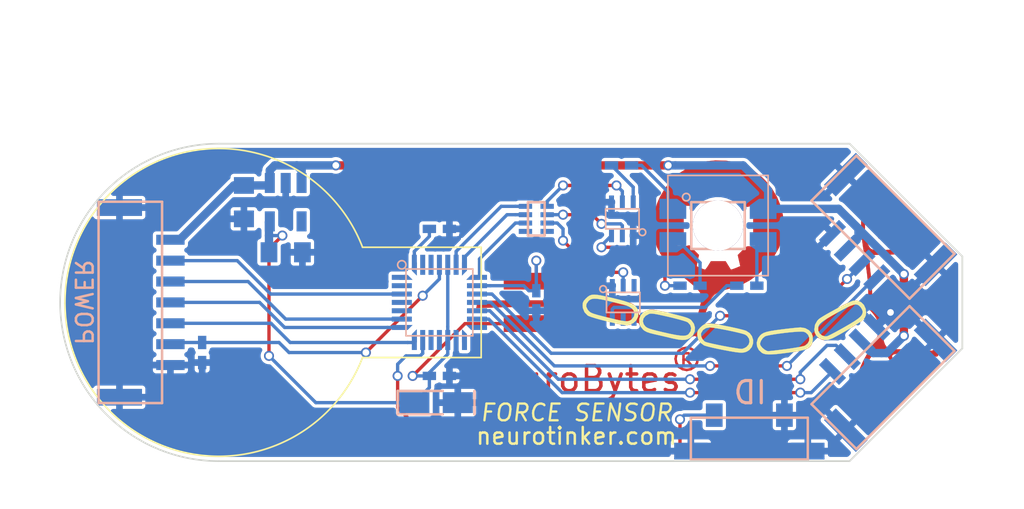
<source format=kicad_pcb>
(kicad_pcb (version 4) (host pcbnew 4.0.5-e0-6337~49~ubuntu14.04.1)

  (general
    (links 77)
    (no_connects 4)
    (area 86.9 62.899999 148.299752 94.049752)
    (thickness 1.6)
    (drawings 19)
    (tracks 219)
    (zones 0)
    (modules 22)
    (nets 44)
  )

  (page A4)
  (title_block
    (title "NeuroBytes Force Sensor")
    (date 2017-05-17)
    (rev B)
    (company "NeuroTinker, LLC")
    (comment 1 "License: GPL v3")
  )

  (layers
    (0 F.Cu signal)
    (31 B.Cu signal)
    (32 B.Adhes user)
    (33 F.Adhes user)
    (34 B.Paste user)
    (35 F.Paste user)
    (36 B.SilkS user)
    (37 F.SilkS user)
    (38 B.Mask user)
    (39 F.Mask user)
    (40 Dwgs.User user)
    (41 Cmts.User user)
    (42 Eco1.User user)
    (43 Eco2.User user)
    (44 Edge.Cuts user)
    (45 Margin user)
    (46 B.CrtYd user)
    (47 F.CrtYd user)
    (48 B.Fab user hide)
    (49 F.Fab user hide)
  )

  (setup
    (last_trace_width 1)
    (user_trace_width 0.5)
    (user_trace_width 1)
    (trace_clearance 0.2)
    (zone_clearance 0.2)
    (zone_45_only no)
    (trace_min 0.2)
    (segment_width 0.2)
    (edge_width 0.1)
    (via_size 0.6)
    (via_drill 0.4)
    (via_min_size 0.4)
    (via_min_drill 0.3)
    (uvia_size 0.3)
    (uvia_drill 0.1)
    (uvias_allowed no)
    (uvia_min_size 0.2)
    (uvia_min_drill 0.1)
    (pcb_text_width 0.3)
    (pcb_text_size 1.5 1.5)
    (mod_edge_width 0.15)
    (mod_text_size 1 1)
    (mod_text_width 0.15)
    (pad_size 1 2.7)
    (pad_drill 0)
    (pad_to_mask_clearance 0)
    (aux_axis_origin 0 0)
    (visible_elements FFFFFF7F)
    (pcbplotparams
      (layerselection 0x00004_00000000)
      (usegerberextensions false)
      (excludeedgelayer true)
      (linewidth 0.100000)
      (plotframeref false)
      (viasonmask false)
      (mode 1)
      (useauxorigin false)
      (hpglpennumber 1)
      (hpglpenspeed 20)
      (hpglpendiameter 15)
      (hpglpenoverlay 2)
      (psnegative false)
      (psa4output false)
      (plotreference true)
      (plotvalue true)
      (plotinvisibletext false)
      (padsonsilk false)
      (subtractmaskfromsilk false)
      (outputformat 1)
      (mirror false)
      (drillshape 0)
      (scaleselection 1)
      (outputdirectory ""))
  )

  (net 0 "")
  (net 1 +5V)
  (net 2 GND)
  (net 3 +3V3)
  (net 4 RESET)
  (net 5 "Net-(D1-Pad3)")
  (net 6 "Net-(D1-Pad4)")
  (net 7 "Net-(D1-Pad1)")
  (net 8 SWDIO/SCK)
  (net 9 SWCLK/MISO)
  (net 10 NSS)
  (net 11 MOSI)
  (net 12 "Net-(Q1-Pad2)")
  (net 13 "Net-(Q1-Pad3)")
  (net 14 "Net-(Q1-Pad5)")
  (net 15 "Net-(Q1-Pad6)")
  (net 16 "Net-(Q2-Pad2)")
  (net 17 "Net-(Q2-Pad3)")
  (net 18 "Net-(Q2-Pad5)")
  (net 19 "Net-(Q2-Pad6)")
  (net 20 LED_R)
  (net 21 LED_B)
  (net 22 LED_G)
  (net 23 IDENTIFY)
  (net 24 "Net-(U1-Pad2)")
  (net 25 "Net-(U1-Pad3)")
  (net 26 "Net-(U1-Pad14)")
  (net 27 D1EX)
  (net 28 "Net-(U1-Pad24)")
  (net 29 "Net-(U1-Pad25)")
  (net 30 "Net-(U1-Pad27)")
  (net 31 "Net-(U1-Pad28)")
  (net 32 "Net-(U2-Pad4)")
  (net 33 "Net-(R4-Pad2)")
  (net 34 "Net-(Q2-Pad4)")
  (net 35 SENSE)
  (net 36 A1IN)
  (net 37 A1EX)
  (net 38 A2IN)
  (net 39 A2EX)
  (net 40 "Net-(RN1-Pad4)")
  (net 41 "Net-(RN1-Pad5)")
  (net 42 "Net-(U1-Pad18)")
  (net 43 "Net-(U1-Pad19)")

  (net_class Default "This is the default net class."
    (clearance 0.2)
    (trace_width 0.2)
    (via_dia 0.6)
    (via_drill 0.4)
    (uvia_dia 0.3)
    (uvia_drill 0.1)
    (add_net +3V3)
    (add_net +5V)
    (add_net A1EX)
    (add_net A1IN)
    (add_net A2EX)
    (add_net A2IN)
    (add_net D1EX)
    (add_net GND)
    (add_net IDENTIFY)
    (add_net LED_B)
    (add_net LED_G)
    (add_net LED_R)
    (add_net MOSI)
    (add_net NSS)
    (add_net "Net-(D1-Pad1)")
    (add_net "Net-(D1-Pad3)")
    (add_net "Net-(D1-Pad4)")
    (add_net "Net-(Q1-Pad2)")
    (add_net "Net-(Q1-Pad3)")
    (add_net "Net-(Q1-Pad5)")
    (add_net "Net-(Q1-Pad6)")
    (add_net "Net-(Q2-Pad2)")
    (add_net "Net-(Q2-Pad3)")
    (add_net "Net-(Q2-Pad4)")
    (add_net "Net-(Q2-Pad5)")
    (add_net "Net-(Q2-Pad6)")
    (add_net "Net-(R4-Pad2)")
    (add_net "Net-(RN1-Pad4)")
    (add_net "Net-(RN1-Pad5)")
    (add_net "Net-(U1-Pad14)")
    (add_net "Net-(U1-Pad18)")
    (add_net "Net-(U1-Pad19)")
    (add_net "Net-(U1-Pad2)")
    (add_net "Net-(U1-Pad24)")
    (add_net "Net-(U1-Pad25)")
    (add_net "Net-(U1-Pad27)")
    (add_net "Net-(U1-Pad28)")
    (add_net "Net-(U1-Pad3)")
    (add_net "Net-(U2-Pad4)")
    (add_net RESET)
    (add_net SENSE)
    (add_net SWCLK/MISO)
    (add_net SWDIO/SCK)
  )

  (module KiCad_Footprints:ZF_SW_Momentary_SideMtg (layer B.Cu) (tedit 592F0F38) (tstamp 58D19F88)
    (at 131.75 88.7 180)
    (path /58B5A249)
    (attr smd)
    (fp_text reference SW1 (at -0.1 -1.65 180) (layer F.Fab)
      (effects (font (size 1 1) (thickness 0.15)))
    )
    (fp_text value SW_PUSH (at 0 4.25 180) (layer B.Fab) hide
      (effects (font (size 1 1) (thickness 0.15)) (justify mirror))
    )
    (fp_line (start 3.5 -1.7) (end 3.5 0.8) (layer B.SilkS) (width 0.15))
    (fp_line (start 3.5 0.8) (end -3.5 0.8) (layer B.SilkS) (width 0.15))
    (fp_line (start -3.5 0.8) (end -3.5 -1.7) (layer B.SilkS) (width 0.15))
    (fp_line (start -3.5 -1.7) (end 3.5 -1.7) (layer B.SilkS) (width 0.15))
    (pad 1 smd rect (at -2.1 0.95 180) (size 1 1.4) (layers B.Cu B.Paste B.Mask)
      (net 2 GND))
    (pad 2 smd rect (at 2.1 0.95 180) (size 1 1.4) (layers B.Cu B.Paste B.Mask)
      (net 23 IDENTIFY))
    (pad "" smd rect (at -3.5 -1.2 180) (size 2 1) (layers B.Cu B.Paste B.Mask)
      (net 2 GND))
    (pad "" smd rect (at 3.5 -1.2 180) (size 2 1) (layers B.Cu B.Paste B.Mask)
      (net 2 GND))
  )

  (module KiCad_Footprints:ZF_LED_RGB_SunLED_XZMDKCBDDG45S-9_cast (layer B.Cu) (tedit 58B5B64A) (tstamp 58D19F10)
    (at 129.875 76.4)
    (path /58B4B5D1)
    (fp_text reference D1 (at 0 -2.3 180) (layer Cmts.User)
      (effects (font (size 1 1) (thickness 0.15)))
    )
    (fp_text value LED_RABG (at 0 2.5) (layer B.Fab) hide
      (effects (font (size 1 1) (thickness 0.15)) (justify mirror))
    )
    (fp_circle (center -1.9 -1.7) (end -1.7 -1.6) (layer B.SilkS) (width 0.1))
    (fp_line (start 3 -3) (end 3 3) (layer B.SilkS) (width 0.1))
    (fp_line (start -3 -3) (end 3 -3) (layer B.SilkS) (width 0.1))
    (fp_line (start -3 3) (end -3 -3) (layer B.SilkS) (width 0.1))
    (fp_line (start 3 3) (end -3 3) (layer B.SilkS) (width 0.1))
    (fp_text user 4 (at -4.5 1) (layer B.SilkS) hide
      (effects (font (size 1 1) (thickness 0.15)) (justify mirror))
    )
    (fp_text user 1 (at -4.5 -1) (layer B.SilkS) hide
      (effects (font (size 1 1) (thickness 0.15)) (justify mirror))
    )
    (fp_text user 2 (at 4.5 -1) (layer B.SilkS) hide
      (effects (font (size 1 1) (thickness 0.15)) (justify mirror))
    )
    (fp_text user 3 (at 4.5 1) (layer B.SilkS) hide
      (effects (font (size 1 1) (thickness 0.15)) (justify mirror))
    )
    (fp_line (start 1.6 1.4) (end -1.6 1.4) (layer B.SilkS) (width 0.15))
    (fp_line (start -1.6 1.4) (end -1.6 -1.4) (layer B.SilkS) (width 0.15))
    (fp_line (start -1.6 -1.4) (end 1.6 -1.4) (layer B.SilkS) (width 0.15))
    (fp_line (start 1.6 -1.4) (end 1.6 1.4) (layer B.SilkS) (width 0.15))
    (pad "" thru_hole circle (at 0 0) (size 3 3) (drill 3) (layers *.Cu))
    (pad 3 smd rect (at 2.7 0.8) (size 1.6 0.8) (layers B.Cu B.Paste B.Mask)
      (net 5 "Net-(D1-Pad3)"))
    (pad 2 smd rect (at 2.7 -0.8) (size 1.6 0.8) (layers B.Cu B.Paste B.Mask)
      (net 1 +5V))
    (pad 4 smd rect (at -2.7 0.8) (size 1.6 0.8) (layers B.Cu B.Paste B.Mask)
      (net 6 "Net-(D1-Pad4)"))
    (pad 1 smd rect (at -2.7 -0.8) (size 1.6 0.8) (layers B.Cu B.Paste B.Mask)
      (net 7 "Net-(D1-Pad1)"))
    (pad 4 smd rect (at -3 1) (size 1 1.2) (layers B.Cu B.Paste B.Mask)
      (net 6 "Net-(D1-Pad4)"))
    (pad 1 smd rect (at -3 -1) (size 1 1.2) (layers B.Cu B.Paste B.Mask)
      (net 7 "Net-(D1-Pad1)"))
    (pad 3 smd rect (at 3 1) (size 1 1.2) (layers B.Cu B.Paste B.Mask)
      (net 5 "Net-(D1-Pad3)"))
    (pad 2 smd rect (at 3 -1) (size 1 1.2) (layers B.Cu B.Paste B.Mask)
      (net 1 +5V))
    (pad 4 smd trapezoid (at -2.5 1.4) (size 0.65 0.4) (rect_delta 0 -0.55 ) (layers B.Cu B.Paste B.Mask)
      (net 6 "Net-(D1-Pad4)"))
    (pad 1 smd trapezoid (at -2.5 -1.4 180) (size 0.65 0.4) (rect_delta 0 -0.55 ) (layers B.Cu B.Paste B.Mask)
      (net 7 "Net-(D1-Pad1)"))
    (pad 3 smd trapezoid (at 2.5 1.4) (size 0.65 0.4) (rect_delta 0 -0.55 ) (layers B.Cu B.Paste B.Mask)
      (net 5 "Net-(D1-Pad3)"))
    (pad 2 smd trapezoid (at 2.5 -1.4 180) (size 0.65 0.4) (rect_delta 0 -0.55 ) (layers B.Cu B.Paste B.Mask)
      (net 1 +5V))
  )

  (module KiCad_Footprints:ZF_CONN_JST_GH (layer B.Cu) (tedit 591CCAF9) (tstamp 58D19F2C)
    (at 139.75 85.5 315)
    (path /58B5B3DE)
    (attr smd)
    (fp_text reference P7 (at 0 0 315) (layer B.Fab)
      (effects (font (size 1 1) (thickness 0.15)) (justify mirror))
    )
    (fp_text value CONN_01X04 (at 0 6.099998 315) (layer B.Fab) hide
      (effects (font (size 1 1) (thickness 0.15)) (justify mirror))
    )
    (fp_line (start 1.9 4.15) (end -1.9 4.15) (layer B.SilkS) (width 0.15))
    (fp_line (start -1.9 4.15) (end -1.9 -4.15) (layer B.SilkS) (width 0.15))
    (fp_line (start -1.9 -4.15) (end 1.9 -4.15) (layer B.SilkS) (width 0.15))
    (fp_line (start 1.9 -4.15) (end 1.9 4.15) (layer B.SilkS) (width 0.15))
    (pad 3 smd rect (at -2.4 0.625 225) (size 0.6 1.7) (layers B.Cu B.Paste B.Mask)
      (net 38 A2IN))
    (pad 4 smd rect (at -2.4 1.875 225) (size 0.6 1.7) (layers B.Cu B.Paste B.Mask)
      (net 39 A2EX))
    (pad 2 smd rect (at -2.4 -0.625 225) (size 0.6 1.7) (layers B.Cu B.Paste B.Mask)
      (net 1 +5V))
    (pad 1 smd rect (at -2.4 -1.875 225) (size 0.6 1.7) (layers B.Cu B.Paste B.Mask)
      (net 2 GND))
    (pad "" smd rect (at 0.65 3.8 225) (size 1 2.7) (layers B.Cu B.Paste B.Mask)
      (net 2 GND))
    (pad "" smd rect (at 0.65 -3.8 225) (size 1 2.7) (layers B.Cu B.Paste B.Mask)
      (net 2 GND))
  )

  (module KiCad_Footprints:ZF_CONN_JST_GH_7POS (layer B.Cu) (tedit 591CCB06) (tstamp 58D19F3D)
    (at 94.7 81 180)
    (path /58B5DF5E)
    (attr smd)
    (fp_text reference P12 (at 0 0 180) (layer B.Fab)
      (effects (font (size 1 1) (thickness 0.15)) (justify mirror))
    )
    (fp_text value CONN_01X07 (at 0 11 180) (layer B.Fab) hide
      (effects (font (size 1 1) (thickness 0.15)) (justify mirror))
    )
    (fp_line (start 1.9 6.025) (end -1.9 6.025) (layer B.SilkS) (width 0.15))
    (fp_line (start -1.9 6.025) (end -1.9 -6.025) (layer B.SilkS) (width 0.15))
    (fp_line (start -1.9 -6.025) (end 1.9 -6.025) (layer B.SilkS) (width 0.15))
    (fp_line (start 1.9 -6.025) (end 1.9 6.025) (layer B.SilkS) (width 0.15))
    (pad 3 smd rect (at -2.4 -1.25 90) (size 0.6 1.7) (layers B.Cu B.Paste B.Mask)
      (net 8 SWDIO/SCK))
    (pad 4 smd rect (at -2.4 0 90) (size 0.6 1.7) (layers B.Cu B.Paste B.Mask)
      (net 9 SWCLK/MISO))
    (pad 2 smd rect (at -2.4 -2.5 90) (size 0.6 1.7) (layers B.Cu B.Paste B.Mask)
      (net 4 RESET))
    (pad 1 smd rect (at -2.4 -3.75 90) (size 0.6 1.7) (layers B.Cu B.Paste B.Mask)
      (net 2 GND))
    (pad "" smd rect (at 0.65 5.675 90) (size 1 2.7) (layers B.Cu B.Paste B.Mask)
      (net 2 GND))
    (pad "" smd rect (at 0.649999 -5.675 90) (size 1 2.7) (layers B.Cu B.Paste B.Mask)
      (net 2 GND))
    (pad 5 smd rect (at -2.4 1.25 180) (size 1.7 0.6) (layers B.Cu B.Paste B.Mask)
      (net 10 NSS))
    (pad 6 smd rect (at -2.4 2.5 180) (size 1.7 0.6) (layers B.Cu B.Paste B.Mask)
      (net 11 MOSI))
    (pad 7 smd rect (at -2.4 3.75 180) (size 1.7 0.6) (layers B.Cu B.Paste B.Mask)
      (net 1 +5V))
  )

  (module KiCad_Footprints:ZF_SMD_SOT-363 (layer B.Cu) (tedit 58B5B360) (tstamp 58D19F5B)
    (at 124.2 81)
    (path /58B4BE96)
    (fp_text reference Q2 (at 0 -7.3) (layer B.SilkS) hide
      (effects (font (size 1 1) (thickness 0.15)) (justify mirror))
    )
    (fp_text value NPN_dual (at 0 4) (layer B.Fab)
      (effects (font (size 1 1) (thickness 0.15)) (justify mirror))
    )
    (fp_circle (center -1.2 -0.8) (end -1.2 -0.6) (layer B.SilkS) (width 0.1))
    (fp_line (start -1 0.6) (end 1 0.6) (layer B.SilkS) (width 0.1))
    (fp_line (start -1 -0.6) (end -1 0.6) (layer B.SilkS) (width 0.1))
    (fp_line (start 1 -0.6) (end -1 -0.6) (layer B.SilkS) (width 0.1))
    (fp_line (start 1 0.6) (end 1 -0.6) (layer B.SilkS) (width 0.1))
    (pad 1 smd rect (at -0.65 -1) (size 0.3 0.8) (layers B.Cu B.Paste B.Mask)
      (net 2 GND))
    (pad 2 smd rect (at 0 -1) (size 0.3 0.8) (layers B.Cu B.Paste B.Mask)
      (net 16 "Net-(Q2-Pad2)"))
    (pad 3 smd rect (at 0.65 -1) (size 0.3 0.8) (layers B.Cu B.Paste B.Mask)
      (net 17 "Net-(Q2-Pad3)"))
    (pad 4 smd rect (at 0.65 1) (size 0.3 0.8) (layers B.Cu B.Paste B.Mask)
      (net 34 "Net-(Q2-Pad4)"))
    (pad 5 smd rect (at 0 1) (size 0.3 0.8) (layers B.Cu B.Paste B.Mask)
      (net 18 "Net-(Q2-Pad5)"))
    (pad 6 smd rect (at -0.65 1) (size 0.3 0.8) (layers B.Cu B.Paste B.Mask)
      (net 19 "Net-(Q2-Pad6)"))
  )

  (module KiCad_Footprints:ZF_SMD_SOT-363 (layer B.Cu) (tedit 58B5B360) (tstamp 58D19F4C)
    (at 124.15 76 180)
    (path /58B5E1EC)
    (fp_text reference Q1 (at 0 -7.3 180) (layer B.SilkS) hide
      (effects (font (size 1 1) (thickness 0.15)) (justify mirror))
    )
    (fp_text value NPN_dual (at 0 4 180) (layer B.Fab)
      (effects (font (size 1 1) (thickness 0.15)) (justify mirror))
    )
    (fp_circle (center -1.2 -0.8) (end -1.2 -0.6) (layer B.SilkS) (width 0.1))
    (fp_line (start -1 0.6) (end 1 0.6) (layer B.SilkS) (width 0.1))
    (fp_line (start -1 -0.6) (end -1 0.6) (layer B.SilkS) (width 0.1))
    (fp_line (start 1 -0.6) (end -1 -0.6) (layer B.SilkS) (width 0.1))
    (fp_line (start 1 0.6) (end 1 -0.6) (layer B.SilkS) (width 0.1))
    (pad 1 smd rect (at -0.65 -1 180) (size 0.3 0.8) (layers B.Cu B.Paste B.Mask)
      (net 2 GND))
    (pad 2 smd rect (at 0 -1 180) (size 0.3 0.8) (layers B.Cu B.Paste B.Mask)
      (net 12 "Net-(Q1-Pad2)"))
    (pad 3 smd rect (at 0.65 -1 180) (size 0.3 0.8) (layers B.Cu B.Paste B.Mask)
      (net 13 "Net-(Q1-Pad3)"))
    (pad 4 smd rect (at 0.65 1 180) (size 0.3 0.8) (layers B.Cu B.Paste B.Mask)
      (net 2 GND))
    (pad 5 smd rect (at 0 1 180) (size 0.3 0.8) (layers B.Cu B.Paste B.Mask)
      (net 14 "Net-(Q1-Pad5)"))
    (pad 6 smd rect (at -0.65 1 180) (size 0.3 0.8) (layers B.Cu B.Paste B.Mask)
      (net 15 "Net-(Q1-Pad6)"))
  )

  (module KiCad_Footprints:ZF_SMD_NonPol_0603 (layer B.Cu) (tedit 572E229D) (tstamp 58D19ED6)
    (at 101.5 75 270)
    (path /58B5CACA)
    (fp_text reference C1 (at 0 -1.5 270) (layer Cmts.User)
      (effects (font (size 1 1) (thickness 0.15)))
    )
    (fp_text value "1 uF" (at 0 4.7 270) (layer B.Fab) hide
      (effects (font (size 1 1) (thickness 0.15)) (justify mirror))
    )
    (pad 1 smd rect (at -1 0 270) (size 1 1.2) (layers B.Cu B.Paste B.Mask)
      (net 1 +5V))
    (pad 2 smd rect (at 1 0 270) (size 1 1.2) (layers B.Cu B.Paste B.Mask)
      (net 2 GND))
  )

  (module KiCad_Footprints:ZF_SMD_pol_1206 (layer B.Cu) (tedit 572E22BE) (tstamp 58D19EE0)
    (at 113 87)
    (path /58B5DAAA)
    (fp_text reference C2 (at 0 -1.8) (layer Cmts.User)
      (effects (font (size 1 1) (thickness 0.15)))
    )
    (fp_text value "10 uF" (at 0 3.6) (layer B.Fab) hide
      (effects (font (size 1 1) (thickness 0.15)) (justify mirror))
    )
    (fp_line (start 2.3 0.7) (end 2.3 -0.7) (layer B.SilkS) (width 0.15))
    (fp_line (start 0.4 0.7) (end -2.3 0.7) (layer B.SilkS) (width 0.15))
    (fp_line (start -2.3 0.7) (end -2.3 -0.7) (layer B.SilkS) (width 0.15))
    (fp_line (start -2.3 -0.7) (end 0.4 -0.7) (layer B.SilkS) (width 0.15))
    (pad 1 smd rect (at -1.3 0) (size 1.8 1.25) (layers B.Cu B.Paste B.Mask)
      (net 3 +3V3))
    (pad 2 smd rect (at 1.3 0) (size 1.8 1.25) (layers B.Cu B.Paste B.Mask)
      (net 2 GND))
  )

  (module KiCad_Footprints:ZF_SMD_NonPol_0402_cap (layer B.Cu) (tedit 5835F8A6) (tstamp 58D19EE6)
    (at 113.2 85.4)
    (path /58B4A97E)
    (fp_text reference C3 (at 0 -1.5) (layer Cmts.User)
      (effects (font (size 1 1) (thickness 0.15)))
    )
    (fp_text value "100 nF" (at 0 1.5) (layer B.Fab) hide
      (effects (font (size 1 1) (thickness 0.15)) (justify mirror))
    )
    (pad 1 smd rect (at -0.6 0) (size 0.8 0.5) (layers B.Cu B.Paste B.Mask)
      (net 3 +3V3))
    (pad 2 smd rect (at 0.6 0) (size 0.8 0.5) (layers B.Cu B.Paste B.Mask)
      (net 2 GND))
    (model Capacitors_SMD.3dshapes/C_0402.wrl
      (at (xyz 0 0 0))
      (scale (xyz 1 1 1))
      (rotate (xyz 0 0 0))
    )
  )

  (module KiCad_Footprints:ZF_SMD_NonPol_0603 (layer B.Cu) (tedit 572E229D) (tstamp 58D19EEC)
    (at 104 78)
    (path /58B5D1F9)
    (fp_text reference C4 (at 0 -1.5) (layer Cmts.User)
      (effects (font (size 1 1) (thickness 0.15)))
    )
    (fp_text value "1 uF" (at 0 4.7) (layer B.Fab) hide
      (effects (font (size 1 1) (thickness 0.15)) (justify mirror))
    )
    (pad 1 smd rect (at -1 0) (size 1 1.2) (layers B.Cu B.Paste B.Mask)
      (net 3 +3V3))
    (pad 2 smd rect (at 1 0) (size 1 1.2) (layers B.Cu B.Paste B.Mask)
      (net 2 GND))
  )

  (module KiCad_Footprints:ZF_SMD_NonPol_0402_cap (layer B.Cu) (tedit 5835F8A6) (tstamp 58D19EF2)
    (at 99 84 270)
    (path /58B73F8A)
    (fp_text reference C5 (at 0 -1.5 270) (layer Cmts.User)
      (effects (font (size 1 1) (thickness 0.15)))
    )
    (fp_text value "100 nF" (at 0 1.5 270) (layer B.Fab) hide
      (effects (font (size 1 1) (thickness 0.15)) (justify mirror))
    )
    (pad 1 smd rect (at -0.6 0 270) (size 0.8 0.5) (layers B.Cu B.Paste B.Mask)
      (net 4 RESET))
    (pad 2 smd rect (at 0.6 0 270) (size 0.8 0.5) (layers B.Cu B.Paste B.Mask)
      (net 2 GND))
    (model Capacitors_SMD.3dshapes/C_0402.wrl
      (at (xyz 0 0 0))
      (scale (xyz 1 1 1))
      (rotate (xyz 0 0 0))
    )
  )

  (module KiCad_Footprints:ZF_CONN_JST_GH (layer B.Cu) (tedit 591CCAFF) (tstamp 58D19F1E)
    (at 139.75 76.5 45)
    (path /58B5B32F)
    (attr smd)
    (fp_text reference P6 (at -0.160786 -0.160786 45) (layer B.Fab)
      (effects (font (size 1 1) (thickness 0.15)) (justify mirror))
    )
    (fp_text value CONN_01X04 (at 0 6.099998 45) (layer B.Fab) hide
      (effects (font (size 1 1) (thickness 0.15)) (justify mirror))
    )
    (fp_line (start 1.9 4.15) (end -1.9 4.15) (layer B.SilkS) (width 0.15))
    (fp_line (start -1.9 4.15) (end -1.9 -4.15) (layer B.SilkS) (width 0.15))
    (fp_line (start -1.9 -4.15) (end 1.9 -4.15) (layer B.SilkS) (width 0.15))
    (fp_line (start 1.9 -4.15) (end 1.9 4.15) (layer B.SilkS) (width 0.15))
    (pad 3 smd rect (at -2.4 0.625 315) (size 0.6 1.7) (layers B.Cu B.Paste B.Mask)
      (net 36 A1IN))
    (pad 4 smd rect (at -2.4 1.875 315) (size 0.6 1.7) (layers B.Cu B.Paste B.Mask)
      (net 37 A1EX))
    (pad 2 smd rect (at -2.4 -0.625 315) (size 0.6 1.7) (layers B.Cu B.Paste B.Mask)
      (net 1 +5V))
    (pad 1 smd rect (at -2.4 -1.875 315) (size 0.6 1.7) (layers B.Cu B.Paste B.Mask)
      (net 2 GND))
    (pad "" smd rect (at 0.65 3.8 315) (size 1 2.7) (layers B.Cu B.Paste B.Mask)
      (net 2 GND))
    (pad "" smd rect (at 0.65 -3.8 315) (size 1 2.7) (layers B.Cu B.Paste B.Mask)
      (net 2 GND))
  )

  (module KiCad_Footprints:ZF_SMD_NonPol_0402 (layer B.Cu) (tedit 5734FC22) (tstamp 58D19F61)
    (at 124.1 72.8 180)
    (path /58B5C233)
    (fp_text reference R1 (at 0 -1.5 180) (layer Cmts.User)
      (effects (font (size 1 1) (thickness 0.15)))
    )
    (fp_text value 150 (at 0 1.5 180) (layer B.Fab) hide
      (effects (font (size 1 1) (thickness 0.15)) (justify mirror))
    )
    (pad 1 smd rect (at -0.6 0 180) (size 0.8 0.5) (layers B.Cu B.Paste B.Mask)
      (net 7 "Net-(D1-Pad1)"))
    (pad 2 smd rect (at 0.6 0 180) (size 0.8 0.5) (layers B.Cu B.Paste B.Mask)
      (net 15 "Net-(Q1-Pad6)"))
    (model Resistors_SMD.3dshapes/R_0402.wrl
      (at (xyz 0 0 0))
      (scale (xyz 1 1 1))
      (rotate (xyz 0 0 0))
    )
  )

  (module KiCad_Footprints:ZF_SMD_NonPol_0402 (layer B.Cu) (tedit 5734FC22) (tstamp 58D19F67)
    (at 128.2 80 180)
    (path /58B5C2BE)
    (fp_text reference R2 (at 0 -1.5 180) (layer Cmts.User)
      (effects (font (size 1 1) (thickness 0.15)))
    )
    (fp_text value 100 (at 0 1.5 180) (layer B.Fab) hide
      (effects (font (size 1 1) (thickness 0.15)) (justify mirror))
    )
    (pad 1 smd rect (at -0.6 0 180) (size 0.8 0.5) (layers B.Cu B.Paste B.Mask)
      (net 6 "Net-(D1-Pad4)"))
    (pad 2 smd rect (at 0.6 0 180) (size 0.8 0.5) (layers B.Cu B.Paste B.Mask)
      (net 13 "Net-(Q1-Pad3)"))
    (model Resistors_SMD.3dshapes/R_0402.wrl
      (at (xyz 0 0 0))
      (scale (xyz 1 1 1))
      (rotate (xyz 0 0 0))
    )
  )

  (module KiCad_Footprints:ZF_SMD_NonPol_0402 (layer B.Cu) (tedit 5734FC22) (tstamp 58D19F6D)
    (at 131.6 80 180)
    (path /58B5C32A)
    (fp_text reference R3 (at 0 -1.5 180) (layer Cmts.User)
      (effects (font (size 1 1) (thickness 0.15)))
    )
    (fp_text value 100 (at 0 1.5 180) (layer B.Fab) hide
      (effects (font (size 1 1) (thickness 0.15)) (justify mirror))
    )
    (pad 1 smd rect (at -0.6 0 180) (size 0.8 0.5) (layers B.Cu B.Paste B.Mask)
      (net 5 "Net-(D1-Pad3)"))
    (pad 2 smd rect (at 0.6 0 180) (size 0.8 0.5) (layers B.Cu B.Paste B.Mask)
      (net 19 "Net-(Q2-Pad6)"))
    (model Resistors_SMD.3dshapes/R_0402.wrl
      (at (xyz 0 0 0))
      (scale (xyz 1 1 1))
      (rotate (xyz 0 0 0))
    )
  )

  (module KiCad_Footprints:ZF_SOT23-5L (layer B.Cu) (tedit 576B0B9C) (tstamp 58D19FC7)
    (at 104 75)
    (descr 2)
    (path /58B5C9D0)
    (fp_text reference U2 (at 0 -2.8) (layer Cmts.User)
      (effects (font (size 1 1) (thickness 0.15)))
    )
    (fp_text value LD3985G33R (at 0 3.5) (layer B.Fab) hide
      (effects (font (size 1 1) (thickness 0.15)) (justify mirror))
    )
    (pad 2 smd rect (at 0 -1.15 180) (size 0.6 1.2) (layers B.Cu B.Paste B.Mask)
      (net 2 GND))
    (pad 1 smd rect (at -0.95 -1.15 180) (size 0.6 1.2) (layers B.Cu B.Paste B.Mask)
      (net 1 +5V))
    (pad 3 smd rect (at 0.95 -1.15 180) (size 0.6 1.2) (layers B.Cu B.Paste B.Mask)
      (net 1 +5V))
    (pad 4 smd rect (at 0.95 1.15 180) (size 0.6 1.2) (layers B.Cu B.Paste B.Mask)
      (net 32 "Net-(U2-Pad4)"))
    (pad 5 smd rect (at -0.95 1.15 180) (size 0.6 1.2) (layers B.Cu B.Paste B.Mask)
      (net 3 +3V3))
  )

  (module KiCad_Footprints:ZF_SMD_NonPol_0402 (layer B.Cu) (tedit 5734FC22) (tstamp 58D1A833)
    (at 113.2 76.6 180)
    (path /58D1B582)
    (fp_text reference R4 (at 0 -1.5 180) (layer Cmts.User)
      (effects (font (size 1 1) (thickness 0.15)))
    )
    (fp_text value JMP (at 0 1.5 180) (layer B.Fab) hide
      (effects (font (size 1 1) (thickness 0.15)) (justify mirror))
    )
    (pad 1 smd rect (at -0.6 0 180) (size 0.8 0.5) (layers B.Cu B.Paste B.Mask)
      (net 2 GND))
    (pad 2 smd rect (at 0.6 0 180) (size 0.8 0.5) (layers B.Cu B.Paste B.Mask)
      (net 33 "Net-(R4-Pad2)"))
    (model Resistors_SMD.3dshapes/R_0402.wrl
      (at (xyz 0 0 0))
      (scale (xyz 1 1 1))
      (rotate (xyz 0 0 0))
    )
  )

  (module KiCad_Footprints:ZF_SMD_NonPol_0402 (layer B.Cu) (tedit 591B0B98) (tstamp 591CA7D1)
    (at 119 80.9 270)
    (path /59054199)
    (fp_text reference R8 (at 0 -1.5 270) (layer B.Fab)
      (effects (font (size 1 1) (thickness 0.15)) (justify mirror))
    )
    (fp_text value 10k (at 0 1.5 270) (layer B.Fab) hide
      (effects (font (size 1 1) (thickness 0.15)) (justify mirror))
    )
    (pad 1 smd rect (at -0.6 0 270) (size 0.8 0.5) (layers B.Cu B.Paste B.Mask)
      (net 35 SENSE))
    (pad 2 smd rect (at 0.6 0 270) (size 0.8 0.5) (layers B.Cu B.Paste B.Mask)
      (net 2 GND))
    (model Resistors_SMD.3dshapes/R_0402.wrl
      (at (xyz 0 0 0))
      (scale (xyz 1 1 1))
      (rotate (xyz 0 0 0))
    )
  )

  (module KiCad_Footprints:ZF_SENSOR_FSR_34-00015 (layer F.Cu) (tedit 58C5A333) (tstamp 591CA7DB)
    (at 100 81 90)
    (path /591CC414)
    (fp_text reference R9 (at 0 0 90) (layer F.SilkS) hide
      (effects (font (size 1 1) (thickness 0.15)))
    )
    (fp_text value R_Variable (at 0 -10.8 90) (layer F.Fab)
      (effects (font (size 1 1) (thickness 0.15)))
    )
    (fp_arc (start 0 0) (end -3.3 8.6) (angle 318.0142933) (layer F.SilkS) (width 0.1))
    (fp_line (start -3.3 15.7) (end -3.3 8.6) (layer F.SilkS) (width 0.1))
    (fp_line (start 3.3 15.7) (end 3.3 8.6) (layer F.SilkS) (width 0.1))
    (fp_line (start -3.3 15.7) (end 3.3 15.7) (layer F.SilkS) (width 0.1))
    (pad 1 smd rect (at -1.27 19.05 90) (size 1 4) (layers F.Cu F.Paste F.Mask)
      (net 3 +3V3))
    (pad 2 smd rect (at 1.27 19.05 90) (size 1 4) (layers F.Cu F.Paste F.Mask)
      (net 35 SENSE))
  )

  (module KiCad_Footprints:ZF_IC_UFQFPN28-050 (layer B.Cu) (tedit 591B0AA3) (tstamp 58D19FBE)
    (at 113.2 81)
    (path /58B5C156)
    (fp_text reference U1 (at 0 0) (layer B.Fab)
      (effects (font (size 1 1) (thickness 0.15)) (justify mirror))
    )
    (fp_text value STM32L011Gx (at 0 3.8) (layer B.Fab) hide
      (effects (font (size 1 1) (thickness 0.15)) (justify mirror))
    )
    (fp_circle (center -2.25 -2.25) (end -2.25 -2) (layer B.SilkS) (width 0.1))
    (fp_line (start 2 -2) (end -2 -2) (layer B.SilkS) (width 0.1))
    (fp_line (start 2 2) (end 2 -2) (layer B.SilkS) (width 0.1))
    (fp_line (start -2 2) (end 2 2) (layer B.SilkS) (width 0.1))
    (fp_line (start -2 -2) (end -2 2) (layer B.SilkS) (width 0.1))
    (pad 1 smd rect (at -1.5 -2.4 180) (size 0.3 0.9) (layers B.Cu B.Paste B.Mask)
      (net 33 "Net-(R4-Pad2)"))
    (pad 2 smd rect (at -1 -2.25 180) (size 0.3 1.2) (layers B.Cu B.Paste B.Mask)
      (net 24 "Net-(U1-Pad2)"))
    (pad 3 smd rect (at -0.5 -2.25 180) (size 0.3 1.2) (layers B.Cu B.Paste B.Mask)
      (net 25 "Net-(U1-Pad3)"))
    (pad 4 smd rect (at 0 -2.25 180) (size 0.3 1.2) (layers B.Cu B.Paste B.Mask)
      (net 4 RESET))
    (pad 5 smd rect (at 0.5 -2.25 180) (size 0.3 1.2) (layers B.Cu B.Paste B.Mask)
      (net 3 +3V3))
    (pad 6 smd rect (at 1 -2.25 180) (size 0.3 1.2) (layers B.Cu B.Paste B.Mask)
      (net 20 LED_R))
    (pad 7 smd rect (at 1.5 -2.4 180) (size 0.3 0.9) (layers B.Cu B.Paste B.Mask)
      (net 22 LED_G))
    (pad 8 smd rect (at 2.4 -1.5 90) (size 0.3 0.9) (layers B.Cu B.Paste B.Mask)
      (net 21 LED_B))
    (pad 9 smd rect (at 2.25 -1 90) (size 0.3 1.2) (layers B.Cu B.Paste B.Mask)
      (net 35 SENSE))
    (pad 10 smd rect (at 2.25 -0.5 90) (size 0.3 1.2) (layers B.Cu B.Paste B.Mask)
      (net 36 A1IN))
    (pad 11 smd rect (at 2.25 0 90) (size 0.3 1.2) (layers B.Cu B.Paste B.Mask)
      (net 37 A1EX))
    (pad 12 smd rect (at 2.25 0.5 90) (size 0.3 1.2) (layers B.Cu B.Paste B.Mask)
      (net 38 A2IN))
    (pad 13 smd rect (at 2.25 1 90) (size 0.3 1.2) (layers B.Cu B.Paste B.Mask)
      (net 39 A2EX))
    (pad 14 smd rect (at 2.4 1.5 90) (size 0.3 0.9) (layers B.Cu B.Paste B.Mask)
      (net 26 "Net-(U1-Pad14)"))
    (pad 15 smd rect (at 1.5 2.4 180) (size 0.3 0.9) (layers B.Cu B.Paste B.Mask)
      (net 27 D1EX))
    (pad 16 smd rect (at 1 2.25 180) (size 0.3 1.2) (layers B.Cu B.Paste B.Mask)
      (net 2 GND))
    (pad 17 smd rect (at 0.5 2.25 180) (size 0.3 1.2) (layers B.Cu B.Paste B.Mask)
      (net 3 +3V3))
    (pad 18 smd rect (at 0 2.25 180) (size 0.3 1.2) (layers B.Cu B.Paste B.Mask)
      (net 42 "Net-(U1-Pad18)"))
    (pad 19 smd rect (at -0.5 2.25 180) (size 0.3 1.2) (layers B.Cu B.Paste B.Mask)
      (net 43 "Net-(U1-Pad19)"))
    (pad 20 smd rect (at -1 2.25 180) (size 0.3 1.2) (layers B.Cu B.Paste B.Mask)
      (net 23 IDENTIFY))
    (pad 21 smd rect (at -1.5 2.4 180) (size 0.3 0.9) (layers B.Cu B.Paste B.Mask)
      (net 8 SWDIO/SCK))
    (pad 22 smd rect (at -2.4 1.5 90) (size 0.3 0.9) (layers B.Cu B.Paste B.Mask)
      (net 9 SWCLK/MISO))
    (pad 23 smd rect (at -2.25 1 90) (size 0.3 1.2) (layers B.Cu B.Paste B.Mask)
      (net 10 NSS))
    (pad 24 smd rect (at -2.25 0.5 90) (size 0.3 1.2) (layers B.Cu B.Paste B.Mask)
      (net 28 "Net-(U1-Pad24)"))
    (pad 25 smd rect (at -2.25 0 90) (size 0.3 1.2) (layers B.Cu B.Paste B.Mask)
      (net 29 "Net-(U1-Pad25)"))
    (pad 26 smd rect (at -2.25 -0.5 90) (size 0.3 1.2) (layers B.Cu B.Paste B.Mask)
      (net 11 MOSI))
    (pad 27 smd rect (at -2.25 -1 90) (size 0.3 1.2) (layers B.Cu B.Paste B.Mask)
      (net 30 "Net-(U1-Pad27)"))
    (pad 28 smd rect (at -2.4 -1.5 90) (size 0.3 0.9) (layers B.Cu B.Paste B.Mask)
      (net 31 "Net-(U1-Pad28)"))
    (pad 1 smd trapezoid (at -1.5 -2 180) (size 0.3 0.5) (rect_delta 0.3 0 ) (layers B.Cu B.Paste B.Mask)
      (net 33 "Net-(R4-Pad2)"))
    (pad 28 smd trapezoid (at -2 -1.5 90) (size 0.3 0.5) (rect_delta 0.3 0 ) (layers B.Cu B.Paste B.Mask)
      (net 31 "Net-(U1-Pad28)"))
    (pad 14 smd trapezoid (at 2 1.5 270) (size 0.3 0.5) (rect_delta 0.3 0 ) (layers B.Cu B.Paste B.Mask)
      (net 26 "Net-(U1-Pad14)"))
    (pad 15 smd trapezoid (at 1.5 2) (size 0.3 0.5) (rect_delta 0.3 0 ) (layers B.Cu B.Paste B.Mask)
      (net 27 D1EX))
    (pad 7 smd trapezoid (at 1.5 -2) (size 0.3 0.5) (rect_delta 0.3 0 ) (layers B.Cu B.Paste B.Mask)
      (net 22 LED_G))
    (pad 8 smd trapezoid (at 2 -1.5 90) (size 0.3 0.5) (rect_delta 0.3 0 ) (layers B.Cu B.Paste B.Mask)
      (net 21 LED_B))
    (pad 21 smd trapezoid (at -1.5 2 180) (size 0.3 0.5) (rect_delta 0.3 0 ) (layers B.Cu B.Paste B.Mask)
      (net 8 SWDIO/SCK))
    (pad 22 smd trapezoid (at -2 1.5 270) (size 0.3 0.5) (rect_delta 0.3 0 ) (layers B.Cu B.Paste B.Mask)
      (net 9 SWCLK/MISO))
  )

  (module KiCad_Footprints:ZF_RN_4iso_CTS-0804 (layer B.Cu) (tedit 576B0A83) (tstamp 591CB420)
    (at 119 76)
    (path /591CCB32)
    (fp_text reference RN1 (at 0 -2) (layer Cmts.User)
      (effects (font (size 1 1) (thickness 0.15)))
    )
    (fp_text value R_Pack04 (at 0 2.5) (layer B.Fab) hide
      (effects (font (size 1 1) (thickness 0.15)) (justify mirror))
    )
    (fp_line (start -0.5 1) (end 0.5 1) (layer B.SilkS) (width 0.15))
    (fp_line (start 0.5 1) (end 0.5 -1) (layer B.SilkS) (width 0.15))
    (fp_line (start 0.5 -1) (end -0.5 -1) (layer B.SilkS) (width 0.15))
    (fp_line (start -0.5 -1) (end -0.5 1) (layer B.SilkS) (width 0.15))
    (pad 1 smd rect (at -0.65 -0.75 270) (size 0.3 0.8) (layers B.Cu B.Paste B.Mask)
      (net 20 LED_R))
    (pad 2 smd rect (at -0.65 -0.25 270) (size 0.3 0.8) (layers B.Cu B.Paste B.Mask)
      (net 22 LED_G))
    (pad 3 smd rect (at -0.65 0.25 270) (size 0.3 0.8) (layers B.Cu B.Paste B.Mask)
      (net 21 LED_B))
    (pad 4 smd rect (at -0.65 0.75 270) (size 0.3 0.8) (layers B.Cu B.Paste B.Mask)
      (net 40 "Net-(RN1-Pad4)"))
    (pad 5 smd rect (at 0.65 0.75 270) (size 0.3 0.8) (layers B.Cu B.Paste B.Mask)
      (net 41 "Net-(RN1-Pad5)"))
    (pad 6 smd rect (at 0.65 0.25 270) (size 0.3 0.8) (layers B.Cu B.Paste B.Mask)
      (net 16 "Net-(Q2-Pad2)"))
    (pad 7 smd rect (at 0.65 -0.25 270) (size 0.3 0.8) (layers B.Cu B.Paste B.Mask)
      (net 12 "Net-(Q1-Pad2)"))
    (pad 8 smd rect (at 0.65 -0.75 270) (size 0.3 0.8) (layers B.Cu B.Paste B.Mask)
      (net 14 "Net-(Q1-Pad5)"))
  )

  (module KiCad_Footprints:ZF_LOGO_Force_Sensor (layer F.Cu) (tedit 0) (tstamp 591C9F84)
    (at 129.9 76.4)
    (fp_text reference G*** (at 0 0) (layer F.SilkS) hide
      (effects (font (thickness 0.3)))
    )
    (fp_text value LOGO (at 0.75 0) (layer F.SilkS) hide
      (effects (font (thickness 0.3)))
    )
    (fp_poly (pts (xy 0.433242 -3.884635) (xy 1.032518 -3.777525) (xy 1.59602 -3.575384) (xy 2.124226 -3.278017)
      (xy 2.617615 -2.885232) (xy 2.833414 -2.672034) (xy 3.210329 -2.209563) (xy 3.508763 -1.704814)
      (xy 3.726382 -1.169936) (xy 3.860849 -0.617078) (xy 3.909831 -0.05839) (xy 3.870991 0.493982)
      (xy 3.741994 1.027886) (xy 3.608434 1.359816) (xy 3.292699 1.913683) (xy 2.894757 2.424599)
      (xy 2.429022 2.878174) (xy 1.90991 3.260018) (xy 1.455126 3.509228) (xy 1.266994 3.585453)
      (xy 1.018461 3.669992) (xy 0.748521 3.750111) (xy 0.594486 3.790279) (xy 0.237929 3.891522)
      (xy -0.033347 4.003803) (xy -0.235655 4.13701) (xy -0.385308 4.301031) (xy -0.463491 4.431619)
      (xy -0.526746 4.57278) (xy -0.606138 4.775261) (xy -0.694414 5.017421) (xy -0.784318 5.277616)
      (xy -0.868597 5.534203) (xy -0.939997 5.765542) (xy -0.991264 5.949989) (xy -1.015143 6.065903)
      (xy -1.016 6.080013) (xy -0.967798 6.206593) (xy -0.828435 6.305315) (xy -0.605778 6.371037)
      (xy -0.5588 6.378768) (xy -0.422986 6.402494) (xy -0.214757 6.443174) (xy 0.039187 6.495419)
      (xy 0.312148 6.55384) (xy 0.355336 6.563297) (xy 1.086476 6.710785) (xy 1.74876 6.815443)
      (xy 2.364132 6.880017) (xy 2.95454 6.907256) (xy 3.113641 6.908566) (xy 3.625622 6.893932)
      (xy 4.100149 6.846024) (xy 4.558429 6.759335) (xy 5.021666 6.628359) (xy 5.511064 6.447589)
      (xy 6.047828 6.211518) (xy 6.342691 6.069997) (xy 6.689987 5.893288) (xy 7.056293 5.695951)
      (xy 7.426653 5.487039) (xy 7.786113 5.2756) (xy 8.119717 5.070687) (xy 8.41251 4.881349)
      (xy 8.649536 4.716636) (xy 8.815839 4.5856) (xy 8.853254 4.550688) (xy 8.920246 4.429485)
      (xy 8.960203 4.225279) (xy 8.973009 3.935756) (xy 8.95855 3.558606) (xy 8.916712 3.091517)
      (xy 8.847379 2.532175) (xy 8.750437 1.878269) (xy 8.707512 1.611677) (xy 8.631116 1.117701)
      (xy 8.578157 0.696772) (xy 8.547722 0.323298) (xy 8.538895 -0.028312) (xy 8.550761 -0.38365)
      (xy 8.582404 -0.768307) (xy 8.612614 -1.041712) (xy 8.640249 -1.314698) (xy 8.658194 -1.574524)
      (xy 8.664976 -1.79237) (xy 8.659123 -1.93942) (xy 8.658678 -1.942877) (xy 8.651147 -2.116378)
      (xy 8.694451 -2.207524) (xy 8.800315 -2.225535) (xy 8.965904 -2.184498) (xy 9.133998 -2.095899)
      (xy 9.239928 -1.974643) (xy 9.278049 -1.842204) (xy 9.242717 -1.720053) (xy 9.128286 -1.629663)
      (xy 9.113342 -1.623601) (xy 9.040453 -1.583641) (xy 8.982739 -1.516717) (xy 8.936238 -1.408972)
      (xy 8.896988 -1.246548) (xy 8.861028 -1.015587) (xy 8.824396 -0.70223) (xy 8.809778 -0.561627)
      (xy 8.773636 -0.093302) (xy 8.770641 0.296233) (xy 8.802173 0.624695) (xy 8.869611 0.9098)
      (xy 8.938542 1.0922) (xy 9.000602 1.227281) (xy 9.061817 1.327445) (xy 9.137437 1.397297)
      (xy 9.242713 1.441444) (xy 9.392893 1.46449) (xy 9.603226 1.471043) (xy 9.888964 1.465706)
      (xy 10.147034 1.45719) (xy 10.682301 1.429388) (xy 11.128164 1.38644) (xy 11.481598 1.328809)
      (xy 11.73958 1.256953) (xy 11.867163 1.194957) (xy 12.016164 1.125838) (xy 12.131266 1.145478)
      (xy 12.214519 1.230503) (xy 12.287232 1.408312) (xy 12.258744 1.584907) (xy 12.197775 1.681882)
      (xy 12.101951 1.800219) (xy 11.922644 1.703656) (xy 11.838696 1.662488) (xy 11.757259 1.638501)
      (xy 11.655247 1.630877) (xy 11.509574 1.638803) (xy 11.297153 1.661461) (xy 11.167568 1.676984)
      (xy 10.885635 1.704436) (xy 10.54528 1.727323) (xy 10.189657 1.743233) (xy 9.866108 1.749737)
      (xy 9.568753 1.752825) (xy 9.357941 1.760385) (xy 9.218656 1.77395) (xy 9.135881 1.795056)
      (xy 9.094602 1.825235) (xy 9.092186 1.8288) (xy 9.056315 1.954194) (xy 9.046896 2.169863)
      (xy 9.063746 2.468036) (xy 9.106682 2.840941) (xy 9.117976 2.921) (xy 9.152145 3.208219)
      (xy 9.17831 3.525488) (xy 9.192107 3.816459) (xy 9.193189 3.891966) (xy 9.205921 4.282244)
      (xy 9.244196 4.594268) (xy 9.312684 4.849218) (xy 9.416058 5.068271) (xy 9.472053 5.1562)
      (xy 9.642498 5.422111) (xy 9.754497 5.650236) (xy 9.819438 5.876586) (xy 9.848708 6.137172)
      (xy 9.854084 6.364331) (xy 9.865852 6.691515) (xy 9.902999 6.938546) (xy 9.970808 7.124861)
      (xy 10.074562 7.2699) (xy 10.109654 7.30472) (xy 10.159743 7.344863) (xy 10.221228 7.373268)
      (xy 10.311194 7.391889) (xy 10.446726 7.402678) (xy 10.64491 7.407587) (xy 10.922829 7.408569)
      (xy 11.016952 7.408407) (xy 11.339796 7.411708) (xy 11.672865 7.422024) (xy 11.982038 7.437871)
      (xy 12.233194 7.45776) (xy 12.287856 7.463777) (xy 12.520439 7.489015) (xy 12.676651 7.497322)
      (xy 12.780438 7.487882) (xy 12.855744 7.459878) (xy 12.882969 7.443484) (xy 13.031201 7.374058)
      (xy 13.13205 7.393112) (xy 13.188079 7.496746) (xy 13.196523 7.6385) (xy 13.160414 7.7626)
      (xy 13.093803 7.840467) (xy 13.016319 7.846139) (xy 12.816725 7.781686) (xy 12.552681 7.727691)
      (xy 12.24331 7.684934) (xy 11.907735 7.654193) (xy 11.56508 7.636249) (xy 11.234466 7.631882)
      (xy 10.935017 7.641871) (xy 10.685855 7.666997) (xy 10.506104 7.708038) (xy 10.438962 7.741037)
      (xy 10.40123 7.778588) (xy 10.39243 7.830811) (xy 10.417565 7.917913) (xy 10.48164 8.0601)
      (xy 10.554438 8.207418) (xy 10.665659 8.440354) (xy 10.774729 8.686809) (xy 10.860652 8.89905)
      (xy 10.87108 8.927281) (xy 10.952007 9.131498) (xy 11.026804 9.260465) (xy 11.114737 9.33731)
      (xy 11.235072 9.385158) (xy 11.257765 9.39144) (xy 11.40562 9.465959) (xy 11.468659 9.576398)
      (xy 11.449149 9.706335) (xy 11.349353 9.83935) (xy 11.180055 9.954731) (xy 10.955934 10.045355)
      (xy 10.794694 10.056207) (xy 10.696003 9.987058) (xy 10.659531 9.837676) (xy 10.684475 9.610107)
      (xy 10.711766 9.431607) (xy 10.70802 9.269663) (xy 10.670672 9.076022) (xy 10.652233 9.003395)
      (xy 10.563238 8.722528) (xy 10.44511 8.433791) (xy 10.307409 8.153113) (xy 10.159697 7.896419)
      (xy 10.011534 7.679638) (xy 9.87248 7.518697) (xy 9.752097 7.429521) (xy 9.699831 7.4168)
      (xy 9.541577 7.464046) (xy 9.366495 7.597588) (xy 9.18229 7.805123) (xy 8.996666 8.074354)
      (xy 8.817329 8.39298) (xy 8.651984 8.748703) (xy 8.508333 9.129221) (xy 8.402784 9.487374)
      (xy 8.324148 9.839933) (xy 8.288555 10.119556) (xy 8.295621 10.345155) (xy 8.344962 10.535647)
      (xy 8.379958 10.613198) (xy 8.439351 10.737923) (xy 8.451549 10.80927) (xy 8.41768 10.863231)
      (xy 8.388658 10.890574) (xy 8.252338 10.954366) (xy 8.069059 10.965572) (xy 7.878892 10.924027)
      (xy 7.8105 10.892943) (xy 7.69802 10.794995) (xy 7.683708 10.675227) (xy 7.767581 10.531817)
      (xy 7.814387 10.481407) (xy 7.896263 10.376996) (xy 7.965922 10.23089) (xy 8.032861 10.020292)
      (xy 8.075254 9.8552) (xy 8.212011 9.326273) (xy 8.349101 8.87473) (xy 8.496358 8.476798)
      (xy 8.663614 8.108706) (xy 8.860699 7.746682) (xy 9.097447 7.366954) (xy 9.116171 7.338471)
      (xy 9.318522 7.016016) (xy 9.459902 6.748943) (xy 9.547529 6.517316) (xy 9.588624 6.301199)
      (xy 9.590403 6.080656) (xy 9.587033 6.038148) (xy 9.519951 5.726939) (xy 9.371565 5.429355)
      (xy 9.133061 5.127882) (xy 9.124147 5.118302) (xy 9.056956 5.046915) (xy 8.998024 4.996795)
      (xy 8.935244 4.972042) (xy 8.856506 4.976755) (xy 8.749705 5.015033) (xy 8.602733 5.090977)
      (xy 8.403481 5.208685) (xy 8.139843 5.372257) (xy 7.865648 5.54441) (xy 7.142814 5.979125)
      (xy 6.478534 6.338349) (xy 5.866875 6.625106) (xy 5.345565 6.8275) (xy 4.96057 6.954478)
      (xy 4.625948 7.048421) (xy 4.313159 7.113789) (xy 3.993662 7.155044) (xy 3.638915 7.176648)
      (xy 3.220377 7.18306) (xy 3.0734 7.182662) (xy 2.662131 7.175164) (xy 2.253203 7.156337)
      (xy 1.834696 7.124539) (xy 1.394694 7.078123) (xy 0.92128 7.015447) (xy 0.402535 6.934865)
      (xy -0.173458 6.834733) (xy -0.818616 6.713407) (xy -1.544856 6.569242) (xy -1.905 6.495716)
      (xy -2.463262 6.380461) (xy -2.938299 6.280645) (xy -3.346511 6.191773) (xy -3.7043 6.109349)
      (xy -4.028064 6.028878) (xy -4.334206 5.945866) (xy -4.639125 5.855816) (xy -4.959222 5.754235)
      (xy -5.310897 5.636625) (xy -5.710551 5.498493) (xy -6.174584 5.335344) (xy -6.2992 5.291313)
      (xy -6.643427 5.184582) (xy -7.028422 5.094823) (xy -7.462841 5.021188) (xy -7.95534 4.962828)
      (xy -8.514572 4.918894) (xy -9.149193 4.888537) (xy -9.867858 4.870908) (xy -10.643737 4.865172)
      (xy -11.107797 4.866291) (xy -11.604873 4.869964) (xy -12.107665 4.87582) (xy -12.588871 4.883488)
      (xy -13.02119 4.892596) (xy -13.355646 4.902041) (xy -14.491619 4.939922) (xy -14.454879 4.743261)
      (xy -14.425563 4.611648) (xy -14.398494 4.52962) (xy -14.393053 4.5212) (xy -14.339039 4.516516)
      (xy -14.192566 4.512113) (xy -13.962773 4.508069) (xy -13.6588 4.504464) (xy -13.289787 4.501379)
      (xy -12.864875 4.498893) (xy -12.393203 4.497086) (xy -11.883911 4.496039) (xy -11.489284 4.4958)
      (xy -10.703672 4.497133) (xy -10.010406 4.501712) (xy -9.40026 4.510406) (xy -8.864007 4.524083)
      (xy -8.39242 4.543613) (xy -7.976274 4.569864) (xy -7.606342 4.603706) (xy -7.273398 4.646007)
      (xy -6.968216 4.697636) (xy -6.681568 4.759463) (xy -6.404229 4.832355) (xy -6.126973 4.917182)
      (xy -5.840572 5.014813) (xy -5.7912 5.032427) (xy -5.213249 5.231599) (xy -4.644409 5.412151)
      (xy -4.094225 5.572025) (xy -3.572241 5.709163) (xy -3.088001 5.821509) (xy -2.65105 5.907006)
      (xy -2.270932 5.963596) (xy -1.95719 5.989222) (xy -1.719371 5.981827) (xy -1.571627 5.941901)
      (xy -1.458562 5.831798) (xy -1.345053 5.624454) (xy -1.23307 5.3242) (xy -1.138202 4.989903)
      (xy -1.064993 4.674432) (xy -1.027192 4.434267) (xy -1.023841 4.249844) (xy -1.05398 4.101601)
      (xy -1.090521 4.016447) (xy -1.168622 3.907215) (xy -1.312805 3.756676) (xy -1.527259 3.56105)
      (xy -1.816177 3.316559) (xy -2.183748 3.019423) (xy -2.286 2.938383) (xy -2.769008 2.525793)
      (xy -3.158211 2.121159) (xy -3.459647 1.713619) (xy -3.679355 1.292314) (xy -3.823372 0.846384)
      (xy -3.83355 0.78049) (xy -2.63283 0.78049) (xy -2.531362 1.037945) (xy -2.472119 1.183686)
      (xy -2.42761 1.284847) (xy -2.412265 1.313049) (xy -2.35772 1.311586) (xy -2.23192 1.290687)
      (xy -2.065923 1.255718) (xy -1.73721 1.180738) (xy -1.449879 1.4711) (xy -1.162547 1.761461)
      (xy -1.237738 2.086932) (xy -1.272447 2.256404) (xy -1.290091 2.383096) (xy -1.287248 2.438102)
      (xy -1.22655 2.472106) (xy -1.10866 2.52493) (xy -0.971914 2.580798) (xy -0.854649 2.623934)
      (xy -0.799631 2.638761) (xy -0.754503 2.600512) (xy -0.677095 2.498485) (xy -0.604774 2.3876)
      (xy -0.448486 2.1336) (xy -0.008343 2.13369) (xy 0.4318 2.133781) (xy 0.580712 2.37499)
      (xy 0.664823 2.510585) (xy 0.72503 2.606437) (xy 0.743987 2.635541) (xy 0.794567 2.628462)
      (xy 0.911013 2.590333) (xy 1.03374 2.543108) (xy 1.309132 2.431335) (xy 1.23334 2.099059)
      (xy 1.157547 1.766783) (xy 1.429673 1.489357) (xy 1.551729 1.364507) (xy 1.641422 1.285625)
      (xy 1.725342 1.246312) (xy 1.830081 1.24017) (xy 1.982231 1.260801) (xy 2.208381 1.301808)
      (xy 2.208824 1.301888) (xy 2.315076 1.315233) (xy 2.38118 1.292508) (xy 2.435091 1.212961)
      (xy 2.488224 1.094476) (xy 2.54686 0.951162) (xy 2.583987 0.847881) (xy 2.5908 0.819087)
      (xy 2.550648 0.775801) (xy 2.446732 0.701004) (xy 2.337808 0.632799) (xy 2.084816 0.4826)
      (xy 2.0828 -0.397686) (xy 2.3368 -0.553974) (xy 2.473087 -0.644877) (xy 2.565278 -0.71985)
      (xy 2.5908 -0.755073) (xy 2.571644 -0.824101) (xy 2.522738 -0.950869) (xy 2.485787 -1.037283)
      (xy 2.409241 -1.184815) (xy 2.343186 -1.247745) (xy 2.295287 -1.248804) (xy 2.19686 -1.223029)
      (xy 2.043698 -1.186873) (xy 1.958751 -1.167864) (xy 1.707703 -1.112801) (xy 1.434447 -1.386058)
      (xy 1.16119 -1.659314) (xy 1.242861 -1.97449) (xy 1.281129 -2.144348) (xy 1.300085 -2.275338)
      (xy 1.29674 -2.334632) (xy 1.236337 -2.377689) (xy 1.113735 -2.436898) (xy 1.033639 -2.469464)
      (xy 0.798328 -2.55933) (xy 0.678468 -2.409965) (xy 0.59165 -2.289232) (xy 0.535891 -2.188999)
      (xy 0.532139 -2.178816) (xy 0.476702 -2.12386) (xy 0.343093 -2.08488) (xy 0.194583 -2.064516)
      (xy -0.052278 -2.04028) (xy -0.221598 -2.033898) (xy -0.336906 -2.052836) (xy -0.421729 -2.10456)
      (xy -0.499595 -2.196535) (xy -0.57595 -2.309025) (xy -0.759884 -2.58605) (xy -1.014942 -2.480052)
      (xy -1.156328 -2.412233) (xy -1.248947 -2.350427) (xy -1.27 -2.320385) (xy -1.260309 -2.244546)
      (xy -1.235228 -2.103626) (xy -1.208928 -1.971033) (xy -1.147856 -1.675349) (xy -1.399428 -1.417776)
      (xy -1.518977 -1.29861) (xy -1.61566 -1.223122) (xy -1.714768 -1.186123) (xy -1.841589 -1.182421)
      (xy -2.021414 -1.206827) (xy -2.23616 -1.246043) (xy -2.342609 -1.260952) (xy -2.406383 -1.24052)
      (xy -2.453944 -1.163672) (xy -2.503111 -1.033442) (xy -2.55331 -0.887798) (xy -2.585133 -0.7847)
      (xy -2.591052 -0.756894) (xy -2.551292 -0.71595) (xy -2.448485 -0.641028) (xy -2.3368 -0.568492)
      (xy -2.0828 -0.410597) (xy -2.0828 0.451504) (xy -2.63283 0.78049) (xy -3.83355 0.78049)
      (xy -3.897736 0.364969) (xy -3.9116 0.014602) (xy -3.886072 -0.469984) (xy -3.803676 -0.916731)
      (xy -3.655702 -1.362356) (xy -3.504306 -1.7018) (xy -3.183456 -2.251567) (xy -2.792701 -2.730363)
      (xy -2.338791 -3.133701) (xy -1.828475 -3.457094) (xy -1.268503 -3.696056) (xy -0.665624 -3.846099)
      (xy -0.202285 -3.896905) (xy 0.433242 -3.884635)) (layer F.Mask) (width 0.01))
    (fp_poly (pts (xy 0.349437 -1.257598) (xy 0.653728 -1.132713) (xy 0.921467 -0.931266) (xy 1.136858 -0.656227)
      (xy 1.201353 -0.53377) (xy 1.305262 -0.199867) (xy 1.321079 0.145841) (xy 1.253576 0.482769)
      (xy 1.107527 0.790334) (xy 0.887706 1.04795) (xy 0.822045 1.101937) (xy 0.519695 1.271547)
      (xy 0.177437 1.36059) (xy -0.177802 1.365019) (xy -0.476124 1.297016) (xy -0.770029 1.140851)
      (xy -1.017243 0.908618) (xy -1.203622 0.620498) (xy -1.315022 0.296669) (xy -1.340771 0.06345)
      (xy -1.303445 -0.297287) (xy -1.177829 -0.611755) (xy -0.958752 -0.892113) (xy -0.917353 -0.932123)
      (xy -0.624801 -1.143183) (xy -0.305622 -1.265802) (xy 0.024389 -1.302951) (xy 0.349437 -1.257598)) (layer F.Mask) (width 0.01))
    (fp_poly (pts (xy 0.433242 -3.884635) (xy 1.032518 -3.777525) (xy 1.59602 -3.575384) (xy 2.124226 -3.278017)
      (xy 2.617615 -2.885232) (xy 2.833414 -2.672034) (xy 3.210329 -2.209563) (xy 3.508763 -1.704814)
      (xy 3.726382 -1.169936) (xy 3.860849 -0.617078) (xy 3.909831 -0.05839) (xy 3.870991 0.493982)
      (xy 3.741994 1.027886) (xy 3.608434 1.359816) (xy 3.292699 1.913683) (xy 2.894757 2.424599)
      (xy 2.429022 2.878174) (xy 1.90991 3.260018) (xy 1.455126 3.509228) (xy 1.266994 3.585453)
      (xy 1.018461 3.669992) (xy 0.748521 3.750111) (xy 0.594486 3.790279) (xy 0.237929 3.891522)
      (xy -0.033347 4.003803) (xy -0.235655 4.13701) (xy -0.385308 4.301031) (xy -0.463491 4.431619)
      (xy -0.505359 4.527609) (xy -0.569337 4.690818) (xy -0.648035 4.90058) (xy -0.734066 5.136229)
      (xy -0.82004 5.377099) (xy -0.89857 5.602524) (xy -0.962266 5.791837) (xy -1.003739 5.924373)
      (xy -1.016 5.976992) (xy -0.974737 5.96759) (xy -0.872349 5.928983) (xy -0.839832 5.915607)
      (xy -0.680374 5.865313) (xy -0.531337 5.842724) (xy -0.522332 5.842624) (xy -0.401144 5.854161)
      (xy -0.205306 5.885289) (xy 0.045978 5.931814) (xy 0.333503 5.989542) (xy 0.638066 6.054277)
      (xy 0.940462 6.121826) (xy 1.221487 6.187992) (xy 1.461938 6.248583) (xy 1.64261 6.299402)
      (xy 1.7443 6.336256) (xy 1.748874 6.338717) (xy 1.869484 6.441687) (xy 1.980306 6.590059)
      (xy 2.0066 6.638837) (xy 2.105092 6.803463) (xy 2.198619 6.868707) (xy 2.294647 6.83602)
      (xy 2.395652 6.714572) (xy 2.481687 6.597327) (xy 2.578382 6.504586) (xy 2.700628 6.430982)
      (xy 2.863319 6.371148) (xy 3.081348 6.319716) (xy 3.369606 6.271317) (xy 3.742988 6.220585)
      (xy 3.778872 6.216025) (xy 4.193544 6.164706) (xy 4.521231 6.128406) (xy 4.775546 6.107898)
      (xy 4.9701 6.103953) (xy 5.118503 6.117344) (xy 5.234368 6.148842) (xy 5.331306 6.199219)
      (xy 5.422929 6.269246) (xy 5.471115 6.311975) (xy 5.59327 6.385601) (xy 5.684163 6.365049)
      (xy 5.733969 6.255451) (xy 5.7404 6.171271) (xy 5.789697 5.910325) (xy 5.932996 5.676255)
      (xy 6.002273 5.605102) (xy 6.099038 5.533857) (xy 6.266568 5.428914) (xy 6.487536 5.299559)
      (xy 6.744614 5.155083) (xy 7.020477 5.004773) (xy 7.297796 4.857917) (xy 7.559245 4.723806)
      (xy 7.787495 4.611726) (xy 7.965222 4.530967) (xy 8.075096 4.490817) (xy 8.084464 4.488902)
      (xy 8.277885 4.497385) (xy 8.510879 4.569956) (xy 8.689098 4.658987) (xy 8.741657 4.640144)
      (xy 8.823643 4.57559) (xy 8.896949 4.466275) (xy 8.945851 4.294185) (xy 8.970155 4.054302)
      (xy 8.969661 3.741606) (xy 8.944175 3.351077) (xy 8.893499 2.877695) (xy 8.817436 2.316441)
      (xy 8.715791 1.662295) (xy 8.707512 1.611677) (xy 8.631116 1.117701) (xy 8.578157 0.696772)
      (xy 8.547722 0.323298) (xy 8.538895 -0.028312) (xy 8.550761 -0.38365) (xy 8.582404 -0.768307)
      (xy 8.612614 -1.041712) (xy 8.640249 -1.314698) (xy 8.658194 -1.574524) (xy 8.664976 -1.79237)
      (xy 8.659123 -1.93942) (xy 8.658678 -1.942877) (xy 8.651147 -2.116378) (xy 8.694451 -2.207524)
      (xy 8.800315 -2.225535) (xy 8.965904 -2.184498) (xy 9.133998 -2.095899) (xy 9.239928 -1.974643)
      (xy 9.278049 -1.842204) (xy 9.242717 -1.720053) (xy 9.128286 -1.629663) (xy 9.113342 -1.623601)
      (xy 9.040453 -1.583641) (xy 8.982739 -1.516717) (xy 8.936238 -1.408972) (xy 8.896988 -1.246548)
      (xy 8.861028 -1.015587) (xy 8.824396 -0.70223) (xy 8.809778 -0.561627) (xy 8.773636 -0.093302)
      (xy 8.770641 0.296233) (xy 8.802173 0.624695) (xy 8.869611 0.9098) (xy 8.938542 1.0922)
      (xy 9.000602 1.227281) (xy 9.061817 1.327445) (xy 9.137437 1.397297) (xy 9.242713 1.441444)
      (xy 9.392893 1.46449) (xy 9.603226 1.471043) (xy 9.888964 1.465706) (xy 10.147034 1.45719)
      (xy 10.682301 1.429388) (xy 11.128164 1.38644) (xy 11.481598 1.328809) (xy 11.73958 1.256953)
      (xy 11.867163 1.194957) (xy 12.016164 1.125838) (xy 12.131266 1.145478) (xy 12.214519 1.230503)
      (xy 12.287232 1.408312) (xy 12.258744 1.584907) (xy 12.197775 1.681882) (xy 12.101951 1.800219)
      (xy 11.922644 1.703656) (xy 11.838696 1.662488) (xy 11.757259 1.638501) (xy 11.655247 1.630877)
      (xy 11.509574 1.638803) (xy 11.297153 1.661461) (xy 11.167568 1.676984) (xy 10.885635 1.704436)
      (xy 10.54528 1.727323) (xy 10.189657 1.743233) (xy 9.866108 1.749737) (xy 9.568753 1.752825)
      (xy 9.357941 1.760385) (xy 9.218656 1.77395) (xy 9.135881 1.795056) (xy 9.094602 1.825235)
      (xy 9.092186 1.8288) (xy 9.056315 1.954194) (xy 9.046896 2.169863) (xy 9.063746 2.468036)
      (xy 9.106682 2.840941) (xy 9.117976 2.921) (xy 9.152145 3.208219) (xy 9.17831 3.525488)
      (xy 9.192107 3.816459) (xy 9.193189 3.891966) (xy 9.205921 4.282244) (xy 9.244196 4.594268)
      (xy 9.312684 4.849218) (xy 9.416058 5.068271) (xy 9.472053 5.1562) (xy 9.642498 5.422111)
      (xy 9.754497 5.650236) (xy 9.819438 5.876586) (xy 9.848708 6.137172) (xy 9.854084 6.364331)
      (xy 9.865852 6.691515) (xy 9.902999 6.938546) (xy 9.970808 7.124861) (xy 10.074562 7.2699)
      (xy 10.109654 7.30472) (xy 10.159743 7.344863) (xy 10.221228 7.373268) (xy 10.311194 7.391889)
      (xy 10.446726 7.402678) (xy 10.64491 7.407587) (xy 10.922829 7.408569) (xy 11.016952 7.408407)
      (xy 11.339796 7.411708) (xy 11.672865 7.422024) (xy 11.982038 7.437871) (xy 12.233194 7.45776)
      (xy 12.287856 7.463777) (xy 12.520439 7.489015) (xy 12.676651 7.497322) (xy 12.780438 7.487882)
      (xy 12.855744 7.459878) (xy 12.882969 7.443484) (xy 13.031201 7.374058) (xy 13.13205 7.393112)
      (xy 13.188079 7.496746) (xy 13.196523 7.6385) (xy 13.160414 7.7626) (xy 13.093803 7.840467)
      (xy 13.016319 7.846139) (xy 12.816725 7.781686) (xy 12.552681 7.727691) (xy 12.24331 7.684934)
      (xy 11.907735 7.654193) (xy 11.56508 7.636249) (xy 11.234466 7.631882) (xy 10.935017 7.641871)
      (xy 10.685855 7.666997) (xy 10.506104 7.708038) (xy 10.438962 7.741037) (xy 10.40123 7.778588)
      (xy 10.39243 7.830811) (xy 10.417565 7.917913) (xy 10.48164 8.0601) (xy 10.554438 8.207418)
      (xy 10.665659 8.440354) (xy 10.774729 8.686809) (xy 10.860652 8.89905) (xy 10.87108 8.927281)
      (xy 10.952007 9.131498) (xy 11.026804 9.260465) (xy 11.114737 9.33731) (xy 11.235072 9.385158)
      (xy 11.257765 9.39144) (xy 11.40562 9.465959) (xy 11.468659 9.576398) (xy 11.449149 9.706335)
      (xy 11.349353 9.83935) (xy 11.180055 9.954731) (xy 10.955934 10.045355) (xy 10.794694 10.056207)
      (xy 10.696003 9.987058) (xy 10.659531 9.837676) (xy 10.684475 9.610107) (xy 10.711766 9.431607)
      (xy 10.70802 9.269663) (xy 10.670672 9.076022) (xy 10.652233 9.003395) (xy 10.563238 8.722528)
      (xy 10.44511 8.433791) (xy 10.307409 8.153113) (xy 10.159697 7.896419) (xy 10.011534 7.679638)
      (xy 9.87248 7.518697) (xy 9.752097 7.429521) (xy 9.699831 7.4168) (xy 9.541577 7.464046)
      (xy 9.366495 7.597588) (xy 9.18229 7.805123) (xy 8.996666 8.074354) (xy 8.817329 8.39298)
      (xy 8.651984 8.748703) (xy 8.508333 9.129221) (xy 8.402784 9.487374) (xy 8.324148 9.839933)
      (xy 8.288555 10.119556) (xy 8.295621 10.345155) (xy 8.344962 10.535647) (xy 8.379958 10.613198)
      (xy 8.439351 10.737923) (xy 8.451549 10.80927) (xy 8.41768 10.863231) (xy 8.388658 10.890574)
      (xy 8.252338 10.954366) (xy 8.069059 10.965572) (xy 7.878892 10.924027) (xy 7.8105 10.892943)
      (xy 7.69802 10.794995) (xy 7.683708 10.675227) (xy 7.767581 10.531817) (xy 7.814387 10.481407)
      (xy 7.896263 10.376996) (xy 7.965922 10.23089) (xy 8.032861 10.020292) (xy 8.075254 9.8552)
      (xy 8.212011 9.326273) (xy 8.349101 8.87473) (xy 8.496358 8.476798) (xy 8.663614 8.108706)
      (xy 8.860699 7.746682) (xy 9.097447 7.366954) (xy 9.116171 7.338471) (xy 9.258118 7.112481)
      (xy 9.386022 6.889513) (xy 9.484173 6.698072) (xy 9.53123 6.585242) (xy 9.590735 6.270824)
      (xy 9.575512 5.942829) (xy 9.489088 5.638583) (xy 9.430988 5.52448) (xy 9.316752 5.353581)
      (xy 9.188511 5.192555) (xy 9.06358 5.059684) (xy 8.959271 4.973254) (xy 8.8929 4.951549)
      (xy 8.889899 4.953061) (xy 8.858992 5.018873) (xy 8.841036 5.147496) (xy 8.8392 5.20823)
      (xy 8.824984 5.347616) (xy 8.775663 5.476068) (xy 8.681224 5.603108) (xy 8.531654 5.738257)
      (xy 8.31694 5.891037) (xy 8.02707 6.070968) (xy 7.781783 6.213768) (xy 7.400738 6.430386)
      (xy 7.094858 6.59885) (xy 6.851969 6.722911) (xy 6.659894 6.80632) (xy 6.50646 6.85283)
      (xy 6.379491 6.866191) (xy 6.266811 6.850156) (xy 6.156247 6.808475) (xy 6.04356 6.749374)
      (xy 5.908626 6.688384) (xy 5.801261 6.665282) (xy 5.777064 6.668848) (xy 5.721077 6.731788)
      (xy 5.665972 6.857368) (xy 5.647882 6.919174) (xy 5.596744 7.078595) (xy 5.524303 7.205992)
      (xy 5.41796 7.307482) (xy 5.265116 7.389179) (xy 5.05317 7.4572) (xy 4.769523 7.51766)
      (xy 4.401575 7.576674) (xy 4.248454 7.59841) (xy 3.781893 7.659107) (xy 3.403667 7.697422)
      (xy 3.102681 7.711847) (xy 2.867837 7.700875) (xy 2.688039 7.663002) (xy 2.552191 7.596719)
      (xy 2.449195 7.50052) (xy 2.367956 7.372899) (xy 2.352135 7.340947) (xy 2.254466 7.2042)
      (xy 2.14552 7.164507) (xy 2.036849 7.222942) (xy 1.976312 7.306025) (xy 1.825827 7.471903)
      (xy 1.607324 7.575055) (xy 1.337437 7.608938) (xy 1.223518 7.602146) (xy 0.999796 7.572295)
      (xy 0.728018 7.527153) (xy 0.426711 7.470775) (xy 0.114399 7.407214) (xy -0.19039 7.340523)
      (xy -0.46913 7.274757) (xy -0.703297 7.213968) (xy -0.874363 7.16221) (xy -0.963786 7.12355)
      (xy -1.066536 7.018649) (xy -1.167433 6.869426) (xy -1.1938 6.819098) (xy -1.297497 6.663616)
      (xy -1.418282 6.605834) (xy -1.566394 6.643448) (xy -1.67317 6.711244) (xy -1.780256 6.77708)
      (xy -1.901051 6.819232) (xy -2.049146 6.837031) (xy -2.238137 6.829811) (xy -2.481616 6.7969)
      (xy -2.793178 6.737632) (xy -3.186415 6.651338) (xy -3.267 6.632865) (xy -3.578164 6.559839)
      (xy -3.85959 6.491238) (xy -4.094679 6.431314) (xy -4.26683 6.384319) (xy -4.359444 6.354505)
      (xy -4.36642 6.351273) (xy -4.470172 6.272222) (xy -4.581924 6.153989) (xy -4.674983 6.029086)
      (xy -4.722654 5.930028) (xy -4.7244 5.91527) (xy -4.767148 5.845286) (xy -4.87353 5.812218)
      (xy -5.010752 5.820976) (xy -5.112629 5.857147) (xy -5.223837 5.908808) (xy -5.332125 5.942639)
      (xy -5.452675 5.957477) (xy -5.600669 5.952157) (xy -5.791289 5.925513) (xy -6.039717 5.876381)
      (xy -6.361137 5.803596) (xy -6.624259 5.741167) (xy -7.029023 5.641594) (xy -7.346295 5.55597)
      (xy -7.588301 5.478787) (xy -7.767269 5.404541) (xy -7.895426 5.327724) (xy -7.984998 5.242832)
      (xy -8.048215 5.144357) (xy -8.073692 5.088469) (xy -8.135872 4.938354) (xy -8.754236 4.898584)
      (xy -9.031684 4.885427) (xy -9.394942 4.875438) (xy -9.828271 4.8686) (xy -10.315933 4.864898)
      (xy -10.842188 4.864315) (xy -11.391297 4.866833) (xy -11.94752 4.872437) (xy -12.495119 4.88111)
      (xy -13.018353 4.892835) (xy -13.37991 4.903445) (xy -14.491619 4.939922) (xy -14.454879 4.743261)
      (xy -14.425683 4.611798) (xy -14.398891 4.530045) (xy -14.393527 4.521689) (xy -14.336434 4.513796)
      (xy -14.188993 4.506669) (xy -13.962453 4.500334) (xy -13.668063 4.494815) (xy -13.317072 4.49014)
      (xy -12.920729 4.486333) (xy -12.490284 4.48342) (xy -12.036984 4.481428) (xy -11.57208 4.480381)
      (xy -11.10682 4.480305) (xy -10.652454 4.481227) (xy -10.22023 4.483171) (xy -9.821398 4.486164)
      (xy -9.467207 4.490231) (xy -9.168906 4.495398) (xy -8.937743 4.501691) (xy -8.7884 4.508887)
      (xy -8.1534 4.553958) (xy -7.942061 4.362936) (xy -7.805001 4.251019) (xy -7.671869 4.176887)
      (xy -7.523942 4.139065) (xy -7.342494 4.136077) (xy -7.1088 4.166451) (xy -6.804137 4.228709)
      (xy -6.659456 4.261918) (xy -6.233474 4.362507) (xy -5.894595 4.445429) (xy -5.630642 4.514626)
      (xy -5.429444 4.574041) (xy -5.278825 4.627616) (xy -5.166612 4.679294) (xy -5.080631 4.733016)
      (xy -5.008709 4.792725) (xy -5.00257 4.798469) (xy -4.855644 4.986564) (xy -4.796077 5.173041)
      (xy -4.75432 5.32492) (xy -4.695075 5.380166) (xy -4.621638 5.336899) (xy -4.588746 5.291135)
      (xy -4.476598 5.184618) (xy -4.302689 5.09462) (xy -4.106853 5.038865) (xy -4.000037 5.0292)
      (xy -3.896158 5.040793) (xy -3.712503 5.073047) (xy -3.467909 5.122175) (xy -3.181214 5.184389)
      (xy -2.871257 5.255902) (xy -2.864715 5.257457) (xy -2.565881 5.328104) (xy -2.30106 5.389896)
      (xy -2.086059 5.439213) (xy -1.936683 5.472432) (xy -1.868739 5.485931) (xy -1.867047 5.486057)
      (xy -1.810785 5.517682) (xy -1.707907 5.59832) (xy -1.632083 5.664386) (xy -1.435073 5.842373)
      (xy -1.327171 5.59155) (xy -1.253533 5.39271) (xy -1.178437 5.14419) (xy -1.10967 4.877634)
      (xy -1.055016 4.624684) (xy -1.02226 4.416983) (xy -1.016356 4.328177) (xy -1.025196 4.211384)
      (xy -1.057623 4.098448) (xy -1.121724 3.980519) (xy -1.225584 3.848744) (xy -1.377291 3.694271)
      (xy -1.584931 3.50825) (xy -1.856589 3.281829) (xy -2.200353 3.006156) (xy -2.286 2.938383)
      (xy -2.769008 2.525793) (xy -3.158211 2.121159) (xy -3.459647 1.713619) (xy -3.679355 1.292314)
      (xy -3.823372 0.846384) (xy -3.83355 0.78049) (xy -2.63283 0.78049) (xy -2.531362 1.037945)
      (xy -2.472119 1.183686) (xy -2.42761 1.284847) (xy -2.412265 1.313049) (xy -2.35772 1.311586)
      (xy -2.23192 1.290687) (xy -2.065923 1.255718) (xy -1.73721 1.180738) (xy -1.449879 1.4711)
      (xy -1.162547 1.761461) (xy -1.237738 2.086932) (xy -1.272447 2.256404) (xy -1.290091 2.383096)
      (xy -1.287248 2.438102) (xy -1.22655 2.472106) (xy -1.10866 2.52493) (xy -0.971914 2.580798)
      (xy -0.854649 2.623934) (xy -0.799631 2.638761) (xy -0.754503 2.600512) (xy -0.677095 2.498485)
      (xy -0.604774 2.3876) (xy -0.448486 2.1336) (xy -0.008343 2.13369) (xy 0.4318 2.133781)
      (xy 0.580712 2.37499) (xy 0.664823 2.510585) (xy 0.72503 2.606437) (xy 0.743987 2.635541)
      (xy 0.794567 2.628462) (xy 0.911013 2.590333) (xy 1.03374 2.543108) (xy 1.309132 2.431335)
      (xy 1.23334 2.099059) (xy 1.157547 1.766783) (xy 1.429673 1.489357) (xy 1.551729 1.364507)
      (xy 1.641422 1.285625) (xy 1.725342 1.246312) (xy 1.830081 1.24017) (xy 1.982231 1.260801)
      (xy 2.208381 1.301808) (xy 2.208824 1.301888) (xy 2.315076 1.315233) (xy 2.38118 1.292508)
      (xy 2.435091 1.212961) (xy 2.488224 1.094476) (xy 2.54686 0.951162) (xy 2.583987 0.847881)
      (xy 2.5908 0.819087) (xy 2.550648 0.775801) (xy 2.446732 0.701004) (xy 2.337808 0.632799)
      (xy 2.084816 0.4826) (xy 2.0828 -0.397686) (xy 2.3368 -0.553974) (xy 2.473087 -0.644877)
      (xy 2.565278 -0.71985) (xy 2.5908 -0.755073) (xy 2.571644 -0.824101) (xy 2.522738 -0.950869)
      (xy 2.485787 -1.037283) (xy 2.409241 -1.184815) (xy 2.343186 -1.247745) (xy 2.295287 -1.248804)
      (xy 2.19686 -1.223029) (xy 2.043698 -1.186873) (xy 1.958751 -1.167864) (xy 1.707703 -1.112801)
      (xy 1.434447 -1.386058) (xy 1.16119 -1.659314) (xy 1.242861 -1.97449) (xy 1.281129 -2.144348)
      (xy 1.300085 -2.275338) (xy 1.29674 -2.334632) (xy 1.236337 -2.377689) (xy 1.113735 -2.436898)
      (xy 1.033639 -2.469464) (xy 0.798328 -2.55933) (xy 0.678468 -2.409965) (xy 0.59165 -2.289232)
      (xy 0.535891 -2.188999) (xy 0.532139 -2.178816) (xy 0.476702 -2.12386) (xy 0.343093 -2.08488)
      (xy 0.194583 -2.064516) (xy -0.052278 -2.04028) (xy -0.221598 -2.033898) (xy -0.336906 -2.052836)
      (xy -0.421729 -2.10456) (xy -0.499595 -2.196535) (xy -0.57595 -2.309025) (xy -0.759884 -2.58605)
      (xy -1.014942 -2.480052) (xy -1.156328 -2.412233) (xy -1.248947 -2.350427) (xy -1.27 -2.320385)
      (xy -1.260309 -2.244546) (xy -1.235228 -2.103626) (xy -1.208928 -1.971033) (xy -1.147856 -1.675349)
      (xy -1.399428 -1.417776) (xy -1.518977 -1.29861) (xy -1.61566 -1.223122) (xy -1.714768 -1.186123)
      (xy -1.841589 -1.182421) (xy -2.021414 -1.206827) (xy -2.23616 -1.246043) (xy -2.342609 -1.260952)
      (xy -2.406383 -1.24052) (xy -2.453944 -1.163672) (xy -2.503111 -1.033442) (xy -2.55331 -0.887798)
      (xy -2.585133 -0.7847) (xy -2.591052 -0.756894) (xy -2.551292 -0.71595) (xy -2.448485 -0.641028)
      (xy -2.3368 -0.568492) (xy -2.0828 -0.410597) (xy -2.0828 0.451504) (xy -2.63283 0.78049)
      (xy -3.83355 0.78049) (xy -3.897736 0.364969) (xy -3.9116 0.014602) (xy -3.886072 -0.469984)
      (xy -3.803676 -0.916731) (xy -3.655702 -1.362356) (xy -3.504306 -1.7018) (xy -3.183456 -2.251567)
      (xy -2.792701 -2.730363) (xy -2.338791 -3.133701) (xy -1.828475 -3.457094) (xy -1.268503 -3.696056)
      (xy -0.665624 -3.846099) (xy -0.202285 -3.896905) (xy 0.433242 -3.884635)) (layer F.Cu) (width 0.01))
    (fp_poly (pts (xy 0.349437 -1.257598) (xy 0.653728 -1.132713) (xy 0.921467 -0.931266) (xy 1.136858 -0.656227)
      (xy 1.201353 -0.53377) (xy 1.305262 -0.199867) (xy 1.321079 0.145841) (xy 1.253576 0.482769)
      (xy 1.107527 0.790334) (xy 0.887706 1.04795) (xy 0.822045 1.101937) (xy 0.519695 1.271547)
      (xy 0.177437 1.36059) (xy -0.177802 1.365019) (xy -0.476124 1.297016) (xy -0.770029 1.140851)
      (xy -1.017243 0.908618) (xy -1.203622 0.620498) (xy -1.315022 0.296669) (xy -1.340771 0.06345)
      (xy -1.303445 -0.297287) (xy -1.177829 -0.611755) (xy -0.958752 -0.892113) (xy -0.917353 -0.932123)
      (xy -0.624801 -1.143183) (xy -0.305622 -1.265802) (xy 0.024389 -1.302951) (xy 0.349437 -1.257598)) (layer F.Cu) (width 0.01))
    (fp_poly (pts (xy 5.192403 6.141647) (xy 5.421696 6.267479) (xy 5.568306 6.427779) (xy 5.639256 6.612612)
      (xy 5.653209 6.832344) (xy 5.61112 7.041618) (xy 5.553056 7.152044) (xy 5.464799 7.255045)
      (xy 5.361431 7.337267) (xy 5.227577 7.403989) (xy 5.047858 7.460489) (xy 4.8069 7.512045)
      (xy 4.489325 7.563936) (xy 4.255582 7.597431) (xy 3.816914 7.655304) (xy 3.465553 7.694045)
      (xy 3.189061 7.713839) (xy 2.974999 7.714872) (xy 2.810929 7.69733) (xy 2.684411 7.661398)
      (xy 2.605966 7.622056) (xy 2.422026 7.456214) (xy 2.315603 7.24416) (xy 2.300041 7.089157)
      (xy 2.4892 7.089157) (xy 2.530262 7.196195) (xy 2.633194 7.31891) (xy 2.767608 7.430413)
      (xy 2.90312 7.503816) (xy 2.974274 7.5184) (xy 3.067572 7.511809) (xy 3.243001 7.49348)
      (xy 3.482048 7.465572) (xy 3.7662 7.430248) (xy 4.076945 7.389669) (xy 4.07759 7.389583)
      (xy 4.389164 7.345083) (xy 4.674535 7.299007) (xy 4.915005 7.254793) (xy 5.091875 7.215875)
      (xy 5.186129 7.185857) (xy 5.345931 7.056081) (xy 5.428045 6.88931) (xy 5.434875 6.709962)
      (xy 5.368827 6.542454) (xy 5.232305 6.411207) (xy 5.104425 6.356213) (xy 4.990806 6.34594)
      (xy 4.797207 6.350477) (xy 4.543782 6.367431) (xy 4.250685 6.394409) (xy 3.938068 6.429019)
      (xy 3.626086 6.468868) (xy 3.334893 6.511562) (xy 3.084641 6.55471) (xy 2.895484 6.595919)
      (xy 2.791193 6.630851) (xy 2.653168 6.742581) (xy 2.543441 6.901384) (xy 2.490502 7.06402)
      (xy 2.4892 7.089157) (xy 2.300041 7.089157) (xy 2.292096 7.010034) (xy 2.356903 6.777978)
      (xy 2.400472 6.703159) (xy 2.487309 6.588985) (xy 2.585542 6.498518) (xy 2.710101 6.426483)
      (xy 2.875918 6.367602) (xy 3.097921 6.316599) (xy 3.391043 6.268198) (xy 3.770211 6.217123)
      (xy 3.778872 6.216025) (xy 4.09117 6.177991) (xy 4.384825 6.144976) (xy 4.638398 6.119181)
      (xy 4.83045 6.102812) (xy 4.9276 6.097964) (xy 5.192403 6.141647)) (layer F.SilkS) (width 0.01))
    (fp_poly (pts (xy -0.411396 5.871023) (xy -0.164152 5.902683) (xy 0.155561 5.958118) (xy 0.475007 6.019416)
      (xy 0.792632 6.084215) (xy 1.09013 6.149619) (xy 1.347552 6.210879) (xy 1.544946 6.263249)
      (xy 1.662345 6.301972) (xy 1.869371 6.437644) (xy 2.007247 6.623757) (xy 2.075104 6.839103)
      (xy 2.072076 7.062475) (xy 1.997293 7.272667) (xy 1.849887 7.448473) (xy 1.71282 7.535165)
      (xy 1.612532 7.575732) (xy 1.504546 7.600615) (xy 1.374236 7.608815) (xy 1.206976 7.599331)
      (xy 0.98814 7.571166) (xy 0.703102 7.523319) (xy 0.337239 7.454792) (xy 0.2286 7.433762)
      (xy -0.076933 7.371641) (xy -0.359537 7.309155) (xy -0.599264 7.251102) (xy -0.776164 7.202279)
      (xy -0.86293 7.171288) (xy -1.071477 7.018341) (xy -1.211679 6.802366) (xy -1.269309 6.546323)
      (xy -1.27 6.514311) (xy -1.26665 6.469539) (xy -1.044067 6.469539) (xy -1.037317 6.621179)
      (xy -0.964872 6.784671) (xy -0.847905 6.919172) (xy -0.791499 6.956717) (xy -0.697601 6.989398)
      (xy -0.524979 7.034053) (xy -0.292691 7.087023) (xy -0.019793 7.144651) (xy 0.274659 7.203278)
      (xy 0.571608 7.259244) (xy 0.851999 7.308891) (xy 1.096774 7.348561) (xy 1.286878 7.374595)
      (xy 1.403254 7.383334) (xy 1.4224 7.381765) (xy 1.561441 7.332072) (xy 1.673196 7.269018)
      (xy 1.808617 7.121189) (xy 1.8599 6.945013) (xy 1.829237 6.765716) (xy 1.718816 6.608528)
      (xy 1.609232 6.532177) (xy 1.500249 6.492427) (xy 1.31167 6.440702) (xy 1.064205 6.381216)
      (xy 0.778559 6.318181) (xy 0.475439 6.255811) (xy 0.175554 6.198319) (xy -0.100389 6.149917)
      (xy -0.331684 6.114819) (xy -0.497623 6.097239) (xy -0.534584 6.096) (xy -0.750227 6.139721)
      (xy -0.924937 6.25868) (xy -1.033738 6.434562) (xy -1.044067 6.469539) (xy -1.26665 6.469539)
      (xy -1.258785 6.36446) (xy -1.211715 6.249756) (xy -1.108653 6.126373) (xy -1.076991 6.094237)
      (xy -0.970775 5.996355) (xy -0.865862 5.925803) (xy -0.747497 5.881872) (xy -0.600927 5.863849)
      (xy -0.411396 5.871023)) (layer F.SilkS) (width 0.01))
    (fp_poly (pts (xy -3.716825 5.074353) (xy -3.431548 5.127506) (xy -3.070898 5.20815) (xy -2.804269 5.272006)
      (xy -2.447397 5.360165) (xy -2.175547 5.431185) (xy -1.97453 5.48981) (xy -1.830152 5.540782)
      (xy -1.728222 5.588845) (xy -1.654547 5.638741) (xy -1.622848 5.666837) (xy -1.469493 5.874637)
      (xy -1.402944 6.104554) (xy -1.419137 6.33577) (xy -1.514008 6.547469) (xy -1.683494 6.718834)
      (xy -1.844808 6.803816) (xy -1.995978 6.842151) (xy -2.178813 6.84894) (xy -2.412146 6.82283)
      (xy -2.714815 6.762467) (xy -2.8448 6.731989) (xy -3.128314 6.664517) (xy -3.451879 6.588927)
      (xy -3.756336 6.519009) (xy -3.826727 6.503087) (xy -4.092468 6.436846) (xy -4.281972 6.372234)
      (xy -4.419968 6.299537) (xy -4.498593 6.239133) (xy -4.661931 6.038145) (xy -4.740524 5.810748)
      (xy -4.738421 5.729529) (xy -4.522167 5.729529) (xy -4.470262 5.908572) (xy -4.376599 6.029307)
      (xy -4.310974 6.084364) (xy -4.224779 6.133468) (xy -4.102587 6.181815) (xy -3.928971 6.234601)
      (xy -3.688505 6.297024) (xy -3.365764 6.374279) (xy -3.322499 6.384391) (xy -2.899696 6.479373)
      (xy -2.562758 6.545807) (xy -2.300302 6.584559) (xy -2.100945 6.596493) (xy -1.953303 6.582475)
      (xy -1.845991 6.543369) (xy -1.788194 6.500994) (xy -1.665781 6.328157) (xy -1.632225 6.138339)
      (xy -1.685047 5.955962) (xy -1.821768 5.805446) (xy -1.861383 5.779893) (xy -1.959454 5.739917)
      (xy -2.13859 5.683489) (xy -2.380566 5.615693) (xy -2.667155 5.541613) (xy -2.98013 5.466332)
      (xy -3.011729 5.459037) (xy -3.364112 5.379394) (xy -3.632029 5.322694) (xy -3.829468 5.286807)
      (xy -3.970419 5.269599) (xy -4.068873 5.268939) (xy -4.138819 5.282695) (xy -4.147826 5.285911)
      (xy -4.356245 5.402914) (xy -4.482594 5.555881) (xy -4.522167 5.729529) (xy -4.738421 5.729529)
      (xy -4.734505 5.578327) (xy -4.644011 5.362268) (xy -4.492071 5.200711) (xy -4.378176 5.125085)
      (xy -4.257403 5.074058) (xy -4.116053 5.048208) (xy -3.940427 5.048113) (xy -3.716825 5.074353)) (layer F.SilkS) (width 0.01))
    (fp_poly (pts (xy 8.327818 4.498872) (xy 8.542667 4.588665) (xy 8.708562 4.752181) (xy 8.811468 4.976565)
      (xy 8.83901 5.192532) (xy 8.823381 5.371681) (xy 8.761752 5.510092) (xy 8.683483 5.609416)
      (xy 8.589849 5.69042) (xy 8.422728 5.809496) (xy 8.198216 5.956786) (xy 7.932411 6.122432)
      (xy 7.64141 6.296577) (xy 7.341311 6.469363) (xy 7.04821 6.630933) (xy 6.821923 6.749385)
      (xy 6.553526 6.840473) (xy 6.293243 6.843995) (xy 6.063829 6.760562) (xy 5.870054 6.601925)
      (xy 5.766072 6.409381) (xy 5.7404 6.209173) (xy 5.759712 6.086172) (xy 5.971158 6.086172)
      (xy 5.973329 6.283747) (xy 6.055835 6.454779) (xy 6.198287 6.578549) (xy 6.380296 6.634336)
      (xy 6.5024 6.626054) (xy 6.584008 6.593311) (xy 6.738035 6.517655) (xy 6.949044 6.407203)
      (xy 7.201597 6.270073) (xy 7.480257 6.11438) (xy 7.539413 6.08079) (xy 7.888963 5.878307)
      (xy 8.15769 5.713109) (xy 8.355503 5.576761) (xy 8.492311 5.460826) (xy 8.578022 5.356869)
      (xy 8.622546 5.256455) (xy 8.635791 5.151147) (xy 8.63581 5.147397) (xy 8.604233 5.038037)
      (xy 8.525927 4.907662) (xy 8.504484 4.880697) (xy 8.418047 4.792416) (xy 8.326217 4.738267)
      (xy 8.216698 4.721134) (xy 8.077199 4.743895) (xy 7.895428 4.809434) (xy 7.65909 4.92063)
      (xy 7.355893 5.080366) (xy 7.135038 5.201664) (xy 6.780272 5.40109) (xy 6.505843 5.563101)
      (xy 6.301213 5.695706) (xy 6.155839 5.806915) (xy 6.059182 5.904741) (xy 6.000701 5.997192)
      (xy 5.971158 6.086172) (xy 5.759712 6.086172) (xy 5.78444 5.928676) (xy 5.919054 5.692306)
      (xy 6.002273 5.605244) (xy 6.101629 5.531899) (xy 6.271781 5.425192) (xy 6.495183 5.294501)
      (xy 6.754289 5.149206) (xy 7.031551 4.998688) (xy 7.309424 4.852324) (xy 7.57036 4.719494)
      (xy 7.796814 4.609579) (xy 7.971238 4.531956) (xy 8.076086 4.496006) (xy 8.078051 4.495656)
      (xy 8.327818 4.498872)) (layer F.SilkS) (width 0.01))
    (fp_poly (pts (xy -7.246827 4.148757) (xy -6.994406 4.191164) (xy -6.668269 4.261058) (xy -6.430595 4.31604)
      (xy -5.983525 4.424932) (xy -5.62639 4.52279) (xy -5.348905 4.615278) (xy -5.140786 4.70806)
      (xy -4.991748 4.8068) (xy -4.891507 4.917161) (xy -4.82978 5.04481) (xy -4.796281 5.195408)
      (xy -4.793366 5.217764) (xy -4.810474 5.46037) (xy -4.91541 5.671776) (xy -5.095807 5.837621)
      (xy -5.339298 5.943542) (xy -5.4356 5.963563) (xy -5.5662 5.961301) (xy -5.790604 5.928295)
      (xy -6.109692 5.864383) (xy -6.524344 5.7694) (xy -6.644766 5.740362) (xy -7.027517 5.643635)
      (xy -7.349062 5.554937) (xy -7.598878 5.477456) (xy -7.766443 5.414379) (xy -7.826633 5.382356)
      (xy -8.01123 5.192517) (xy -8.110504 4.949053) (xy -8.120408 4.848684) (xy -7.913759 4.848684)
      (xy -7.832867 5.022587) (xy -7.777999 5.090296) (xy -7.71963 5.149302) (xy -7.651389 5.199128)
      (xy -7.558184 5.245284) (xy -7.424925 5.293277) (xy -7.236521 5.348615) (xy -6.977879 5.416808)
      (xy -6.673099 5.493595) (xy -6.283826 5.589167) (xy -5.979097 5.65904) (xy -5.745437 5.704256)
      (xy -5.569375 5.725862) (xy -5.437437 5.7249) (xy -5.336149 5.702415) (xy -5.252038 5.65945)
      (xy -5.185498 5.608884) (xy -5.056286 5.444588) (xy -5.020246 5.261697) (xy -5.077429 5.081482)
      (xy -5.18391 4.958851) (xy -5.340552 4.856555) (xy -5.513361 4.782947) (xy -5.52681 4.779196)
      (xy -6.029095 4.648596) (xy -6.443722 4.544919) (xy -6.780676 4.467004) (xy -7.04994 4.413688)
      (xy -7.261497 4.383808) (xy -7.425331 4.376202) (xy -7.551426 4.389708) (xy -7.649765 4.423163)
      (xy -7.730332 4.475405) (xy -7.776308 4.517292) (xy -7.894914 4.683009) (xy -7.913759 4.848684)
      (xy -8.120408 4.848684) (xy -8.128 4.771746) (xy -8.114843 4.627738) (xy -8.061971 4.511681)
      (xy -7.949286 4.381429) (xy -7.934991 4.367037) (xy -7.823233 4.264288) (xy -7.713733 4.191601)
      (xy -7.591295 4.14846) (xy -7.440725 4.13435) (xy -7.246827 4.148757)) (layer F.SilkS) (width 0.01))
  )

  (gr_text POWER (at 91.9 81 270) (layer B.SilkS)
    (effects (font (size 1 1) (thickness 0.15)) (justify mirror))
  )
  (gr_text ID (at 131.8 86.4) (layer B.SilkS)
    (effects (font (size 1.33 1.33) (thickness 0.19)) (justify mirror))
  )
  (gr_text ® (at 128 84.4) (layer F.Mask)
    (effects (font (size 1 1) (thickness 0.15)))
  )
  (gr_text ® (at 128 84.4) (layer F.Cu)
    (effects (font (size 1 1) (thickness 0.15)))
  )
  (gr_line (start 137.75 90.5) (end 138 90.25) (layer Edge.Cuts) (width 0.1))
  (gr_line (start 100 90.5) (end 137.75 90.5) (layer Edge.Cuts) (width 0.1))
  (gr_line (start 144.5 83.75) (end 138 90.25) (layer Edge.Cuts) (width 0.1))
  (gr_line (start 144.5 78.25) (end 144.5 83.75) (layer Edge.Cuts) (width 0.1))
  (gr_line (start 137.75 71.5) (end 144.5 78.25) (layer Edge.Cuts) (width 0.1))
  (gr_line (start 100 71.5) (end 137.75 71.5) (layer Edge.Cuts) (width 0.1))
  (gr_arc (start 100 81) (end 100 90.5) (angle 180) (layer Edge.Cuts) (width 0.1))
  (gr_line (start 89 81) (end 147 81) (layer Cmts.User) (width 0.2))
  (gr_text B (at 139.55 86.25) (layer F.Cu)
    (effects (font (size 1.33 1.33) (thickness 0.19)))
  )
  (gr_text A (at 140 76.5) (layer F.Cu)
    (effects (font (size 1.33 1.33) (thickness 0.19)))
  )
  (gr_text neurotinker.com (at 121.4 89) (layer F.SilkS)
    (effects (font (size 1 1) (thickness 0.15)))
  )
  (gr_line (start 126.5 63) (end 126.5 91) (layer Cmts.User) (width 0.2))
  (gr_text "FORCE SENSOR" (at 121.4 87.6) (layer F.SilkS)
    (effects (font (size 1 1) (thickness 0.14) italic))
  )
  (gr_text NeuroBytes (at 121.4 85.6) (layer F.Mask)
    (effects (font (size 1.5 1.5) (thickness 0.21)))
  )
  (gr_text NeuroBytes (at 121.4 85.6) (layer F.Cu)
    (effects (font (size 1.5 1.5) (thickness 0.21)))
  )

  (segment (start 126.9 72.8) (end 127.324265 72.799999) (width 0.5) (layer B.Cu) (net 1))
  (segment (start 127.324265 72.799999) (end 131.374999 72.799999) (width 0.5) (layer B.Cu) (net 1))
  (segment (start 125 72.799999) (end 126.899999 72.799999) (width 0.5) (layer F.Cu) (net 1))
  (segment (start 126.899999 72.799999) (end 126.9 72.8) (width 0.5) (layer F.Cu) (net 1))
  (via (at 126.9 72.8) (size 0.6) (drill 0.4) (layers F.Cu B.Cu) (net 1))
  (segment (start 131.374999 72.799999) (end 132.875 74.3) (width 0.5) (layer B.Cu) (net 1))
  (segment (start 132.875 74.3) (end 132.875 75.4) (width 0.5) (layer B.Cu) (net 1))
  (segment (start 107 72.799999) (end 125 72.799999) (width 0.5) (layer F.Cu) (net 1))
  (segment (start 104.660001 72.799999) (end 107 72.799999) (width 0.5) (layer B.Cu) (net 1))
  (via (at 107 72.799999) (size 0.6) (drill 0.4) (layers F.Cu B.Cu) (net 1))
  (segment (start 137.094382 75.4) (end 137.694382 76) (width 0.5) (layer B.Cu) (net 1))
  (segment (start 137.694382 76) (end 138.282753 76.588371) (width 0.5) (layer B.Cu) (net 1))
  (segment (start 141 79.305618) (end 137.694382 76) (width 0.5) (layer B.Cu) (net 1))
  (segment (start 141 83) (end 141 79.305618) (width 0.5) (layer F.Cu) (net 1))
  (via (at 141 79.305618) (size 0.6) (drill 0.4) (layers F.Cu B.Cu) (net 1))
  (segment (start 139.661629 84.032753) (end 139.967247 84.032753) (width 0.5) (layer B.Cu) (net 1))
  (segment (start 139.967247 84.032753) (end 141 83) (width 0.5) (layer B.Cu) (net 1))
  (via (at 141 83) (size 0.6) (drill 0.4) (layers F.Cu B.Cu) (net 1))
  (segment (start 139.661629 84.032753) (end 139.166636 84.032753) (width 0.5) (layer B.Cu) (net 1))
  (segment (start 139.166636 84.032753) (end 138.494885 83.361002) (width 0.5) (layer B.Cu) (net 1))
  (segment (start 132.875 75.4) (end 137.094382 75.4) (width 0.5) (layer B.Cu) (net 1))
  (segment (start 138.282753 76.588371) (end 138.282753 77.083364) (width 0.5) (layer B.Cu) (net 1))
  (segment (start 138.282753 77.083364) (end 137.611002 77.755115) (width 0.5) (layer B.Cu) (net 1))
  (segment (start 103.05 73.85) (end 103.05 73.089998) (width 0.5) (layer B.Cu) (net 1))
  (segment (start 103.05 73.089998) (end 103.339999 72.799999) (width 0.5) (layer B.Cu) (net 1))
  (segment (start 103.339999 72.799999) (end 104.660001 72.799999) (width 0.5) (layer B.Cu) (net 1))
  (segment (start 104.95 73.089998) (end 104.95 73.85) (width 0.5) (layer B.Cu) (net 1))
  (segment (start 104.660001 72.799999) (end 104.95 73.089998) (width 0.5) (layer B.Cu) (net 1))
  (segment (start 101.5 74) (end 102.9 74) (width 0.5) (layer B.Cu) (net 1))
  (segment (start 102.9 74) (end 103.05 73.85) (width 0.5) (layer B.Cu) (net 1))
  (segment (start 97.1 77.25) (end 97.65 77.25) (width 0.5) (layer B.Cu) (net 1))
  (segment (start 100.9 74) (end 101.5 74) (width 0.5) (layer B.Cu) (net 1))
  (segment (start 97.65 77.25) (end 100.9 74) (width 0.5) (layer B.Cu) (net 1))
  (segment (start 128.25 89.9) (end 135.25 89.9) (width 1) (layer B.Cu) (net 2))
  (segment (start 139.375736 81.2) (end 139 81.2) (width 0.5) (layer F.Cu) (net 2))
  (segment (start 140.2 81.6) (end 139.775736 81.6) (width 0.5) (layer F.Cu) (net 2))
  (segment (start 139.775736 81.6) (end 139.375736 81.2) (width 0.5) (layer F.Cu) (net 2))
  (segment (start 139.378769 82.477119) (end 139.378769 82.421231) (width 0.5) (layer B.Cu) (net 2))
  (segment (start 139.378769 82.421231) (end 140.2 81.6) (width 0.5) (layer B.Cu) (net 2))
  (via (at 140.2 81.6) (size 0.6) (drill 0.4) (layers F.Cu B.Cu) (net 2))
  (segment (start 113.8 85.2) (end 113.8 84.75) (width 0.2) (layer B.Cu) (net 2))
  (segment (start 113.8 84.75) (end 114.2 84.35) (width 0.2) (layer B.Cu) (net 2))
  (segment (start 114.2 84.35) (end 114.2 84.05) (width 0.2) (layer B.Cu) (net 2))
  (segment (start 114.2 84.05) (end 114.2 83.25) (width 0.2) (layer B.Cu) (net 2))
  (segment (start 119.05 82.27) (end 114.73 82.27) (width 0.2) (layer F.Cu) (net 3))
  (segment (start 114.73 82.27) (end 111.6 85.4) (width 0.2) (layer F.Cu) (net 3))
  (segment (start 111.6 85.4) (end 112.6 85.4) (width 0.2) (layer B.Cu) (net 3))
  (via (at 111.6 85.4) (size 0.6) (drill 0.4) (layers F.Cu B.Cu) (net 3))
  (segment (start 103 78) (end 103 77) (width 0.5) (layer B.Cu) (net 3))
  (segment (start 103 77) (end 103 76.2) (width 0.5) (layer B.Cu) (net 3))
  (segment (start 103.8 77) (end 103 77) (width 0.2) (layer B.Cu) (net 3))
  (segment (start 103 79.2) (end 103 77.8) (width 0.2) (layer F.Cu) (net 3))
  (segment (start 103 77.8) (end 103.8 77) (width 0.2) (layer F.Cu) (net 3))
  (via (at 103.8 77) (size 0.6) (drill 0.4) (layers F.Cu B.Cu) (net 3))
  (segment (start 103 76.2) (end 103.05 76.15) (width 0.5) (layer B.Cu) (net 3))
  (segment (start 103 84.2) (end 103 79.2) (width 0.2) (layer F.Cu) (net 3))
  (segment (start 111.7 87) (end 105.8 87) (width 0.2) (layer B.Cu) (net 3))
  (segment (start 105.8 87) (end 103 84.2) (width 0.2) (layer B.Cu) (net 3))
  (via (at 103 84.2) (size 0.6) (drill 0.4) (layers F.Cu B.Cu) (net 3))
  (segment (start 112.6 85.2) (end 112.6 86.1) (width 0.2) (layer B.Cu) (net 3))
  (segment (start 112.6 86.1) (end 111.7 87) (width 0.2) (layer B.Cu) (net 3))
  (segment (start 112.6 85.2) (end 113.7 84.1) (width 0.2) (layer B.Cu) (net 3))
  (segment (start 113.7 84.1) (end 113.7 83.25) (width 0.2) (layer B.Cu) (net 3))
  (segment (start 113.7 83.25) (end 113.7 82.45) (width 0.2) (layer B.Cu) (net 3))
  (segment (start 113.7 82.45) (end 113.7 78.75) (width 0.2) (layer B.Cu) (net 3))
  (segment (start 99 83.4) (end 103.6 83.4) (width 0.2) (layer B.Cu) (net 4))
  (segment (start 103.6 83.4) (end 104.2 84) (width 0.2) (layer B.Cu) (net 4))
  (segment (start 104.2 84) (end 108.8 84) (width 0.2) (layer B.Cu) (net 4))
  (segment (start 112.2 80.6) (end 108.8 84) (width 0.2) (layer F.Cu) (net 4))
  (via (at 108.8 84) (size 0.6) (drill 0.4) (layers F.Cu B.Cu) (net 4))
  (segment (start 112.2 80.6) (end 113.2 79.6) (width 0.2) (layer B.Cu) (net 4))
  (segment (start 113.2 79.6) (end 113.2 78.75) (width 0.2) (layer B.Cu) (net 4))
  (segment (start 99 83.4) (end 97.2 83.4) (width 0.2) (layer B.Cu) (net 4))
  (segment (start 97.2 83.4) (end 97.1 83.5) (width 0.2) (layer B.Cu) (net 4))
  (segment (start 112.2 80.5) (end 112.2 80.6) (width 0.2) (layer B.Cu) (net 4))
  (via (at 112.2 80.6) (size 0.6) (drill 0.4) (layers F.Cu B.Cu) (net 4))
  (segment (start 132.2 80) (end 132.2 77.575) (width 0.2) (layer B.Cu) (net 5))
  (segment (start 132.2 77.575) (end 132.575 77.2) (width 0.2) (layer B.Cu) (net 5))
  (segment (start 128.8 80) (end 128.8 78.625) (width 0.2) (layer B.Cu) (net 6))
  (segment (start 127.575 77.4) (end 126.875 77.4) (width 0.2) (layer B.Cu) (net 6))
  (segment (start 128.8 78.625) (end 127.575 77.4) (width 0.2) (layer B.Cu) (net 6))
  (segment (start 124.7 72.8) (end 125.3 72.8) (width 0.2) (layer B.Cu) (net 7))
  (segment (start 126.875 74.6) (end 126.875 75.4) (width 0.2) (layer B.Cu) (net 7))
  (segment (start 125.3 72.8) (end 126.875 74.375) (width 0.2) (layer B.Cu) (net 7))
  (segment (start 126.875 74.375) (end 126.875 74.6) (width 0.2) (layer B.Cu) (net 7))
  (segment (start 126.65 75.4) (end 126.875 75.4) (width 0.2) (layer B.Cu) (net 7))
  (segment (start 126.45 75.4) (end 126.875 75.4) (width 0.2) (layer B.Cu) (net 7))
  (segment (start 111.3 83.4) (end 111.65 83.4) (width 0.2) (layer B.Cu) (net 8))
  (segment (start 104.2686 83.4) (end 111.3 83.4) (width 0.2) (layer B.Cu) (net 8))
  (segment (start 103.1186 82.25) (end 104.2686 83.4) (width 0.2) (layer B.Cu) (net 8))
  (segment (start 97.1 82.25) (end 103.1186 82.25) (width 0.2) (layer B.Cu) (net 8))
  (segment (start 102.4343 81) (end 103.9343 82.5) (width 0.2) (layer B.Cu) (net 9))
  (segment (start 97.1 81) (end 102.4343 81) (width 0.2) (layer B.Cu) (net 9))
  (segment (start 103.9343 82.5) (end 110.1 82.5) (width 0.2) (layer B.Cu) (net 9))
  (segment (start 110.1 82.5) (end 110.75 82.5) (width 0.2) (layer B.Cu) (net 9))
  (segment (start 101.75 79.75) (end 104 82) (width 0.2) (layer B.Cu) (net 10))
  (segment (start 104 82) (end 110.9 82) (width 0.2) (layer B.Cu) (net 10))
  (segment (start 97.1 79.75) (end 101.75 79.75) (width 0.2) (layer B.Cu) (net 10))
  (segment (start 101.1 78.5) (end 103.1 80.5) (width 0.2) (layer B.Cu) (net 11))
  (segment (start 103.1 80.5) (end 110.9 80.5) (width 0.2) (layer B.Cu) (net 11))
  (segment (start 97.1 78.5) (end 101.1 78.5) (width 0.2) (layer B.Cu) (net 11))
  (segment (start 97.1 78.5) (end 97.65 78.5) (width 0.2) (layer B.Cu) (net 11))
  (segment (start 97.65 78.5) (end 97.75 78.4) (width 0.2) (layer B.Cu) (net 11))
  (segment (start 120.6 75.75) (end 119.65 75.75) (width 0.2) (layer B.Cu) (net 12))
  (segment (start 122.9 76.3) (end 122.35 75.75) (width 0.2) (layer F.Cu) (net 12))
  (segment (start 122.35 75.75) (end 120.6 75.75) (width 0.2) (layer F.Cu) (net 12))
  (via (at 120.6 75.75) (size 0.6) (drill 0.4) (layers F.Cu B.Cu) (net 12))
  (segment (start 124.049999 76.299999) (end 122.900001 76.299999) (width 0.2) (layer B.Cu) (net 12))
  (segment (start 122.900001 76.299999) (end 122.9 76.3) (width 0.2) (layer B.Cu) (net 12))
  (via (at 122.9 76.3) (size 0.6) (drill 0.4) (layers F.Cu B.Cu) (net 12))
  (segment (start 124.049999 76.299999) (end 124.15 76.4) (width 0.2) (layer B.Cu) (net 12))
  (segment (start 124.15 76.4) (end 124.15 77) (width 0.2) (layer B.Cu) (net 12))
  (segment (start 122.9 77.7) (end 122.9 77.6) (width 0.2) (layer B.Cu) (net 13))
  (segment (start 122.9 77.6) (end 123.5 77) (width 0.2) (layer B.Cu) (net 13))
  (segment (start 126.7 79.5) (end 124.9 77.7) (width 0.2) (layer F.Cu) (net 13))
  (via (at 122.9 77.7) (size 0.6) (drill 0.4) (layers F.Cu B.Cu) (net 13))
  (segment (start 124.9 77.7) (end 122.9 77.7) (width 0.2) (layer F.Cu) (net 13))
  (segment (start 126.7 80) (end 126.7 79.5) (width 0.2) (layer F.Cu) (net 13))
  (segment (start 127.6 80) (end 126.7 80) (width 0.2) (layer B.Cu) (net 13))
  (via (at 126.7 80) (size 0.6) (drill 0.4) (layers F.Cu B.Cu) (net 13))
  (segment (start 120.6 74) (end 121.024264 74) (width 0.2) (layer F.Cu) (net 14))
  (segment (start 121.024264 74) (end 123.8 74) (width 0.2) (layer F.Cu) (net 14))
  (segment (start 119.65 75.25) (end 119.65 74.95) (width 0.2) (layer B.Cu) (net 14))
  (segment (start 119.65 74.95) (end 120.6 74) (width 0.2) (layer B.Cu) (net 14))
  (via (at 120.6 74) (size 0.6) (drill 0.4) (layers F.Cu B.Cu) (net 14))
  (segment (start 124.15 75) (end 124.15 74.35) (width 0.2) (layer B.Cu) (net 14))
  (segment (start 124.15 74.35) (end 123.8 74) (width 0.2) (layer B.Cu) (net 14))
  (via (at 123.8 74) (size 0.6) (drill 0.4) (layers F.Cu B.Cu) (net 14))
  (segment (start 124.8 75) (end 124.8 74.1) (width 0.2) (layer B.Cu) (net 15))
  (segment (start 124.8 74.1) (end 123.5 72.8) (width 0.2) (layer B.Cu) (net 15))
  (segment (start 120.6 77.3) (end 120.6 76.6) (width 0.2) (layer B.Cu) (net 16))
  (segment (start 120.6 76.6) (end 120.25 76.25) (width 0.2) (layer B.Cu) (net 16))
  (segment (start 120.25 76.25) (end 119.65 76.25) (width 0.2) (layer B.Cu) (net 16))
  (segment (start 124.2 79.2) (end 122.5 79.2) (width 0.2) (layer F.Cu) (net 16))
  (segment (start 122.5 79.2) (end 120.6 77.3) (width 0.2) (layer F.Cu) (net 16))
  (via (at 120.6 77.3) (size 0.6) (drill 0.4) (layers F.Cu B.Cu) (net 16))
  (segment (start 124.2 80) (end 124.2 79.2) (width 0.2) (layer B.Cu) (net 16))
  (via (at 124.2 79.2) (size 0.6) (drill 0.4) (layers F.Cu B.Cu) (net 16))
  (segment (start 129.100001 81.299999) (end 123.650001 81.299999) (width 0.2) (layer B.Cu) (net 19))
  (segment (start 123.650001 81.299999) (end 123.55 81.4) (width 0.2) (layer B.Cu) (net 19))
  (segment (start 123.55 81.4) (end 123.55 82) (width 0.2) (layer B.Cu) (net 19))
  (segment (start 131 80) (end 130.4 80) (width 0.2) (layer B.Cu) (net 19))
  (segment (start 130.4 80) (end 129.100001 81.299999) (width 0.2) (layer B.Cu) (net 19))
  (segment (start 114.2 78.75) (end 114.2 77.95) (width 0.2) (layer B.Cu) (net 20))
  (segment (start 114.2 77.95) (end 116.9 75.25) (width 0.2) (layer B.Cu) (net 20))
  (segment (start 116.9 75.25) (end 117.75 75.25) (width 0.2) (layer B.Cu) (net 20))
  (segment (start 117.75 75.25) (end 118.35 75.25) (width 0.2) (layer B.Cu) (net 20))
  (segment (start 115.6 79.5) (end 115.6 78.4) (width 0.2) (layer B.Cu) (net 21))
  (segment (start 115.6 78.4) (end 117.75 76.25) (width 0.2) (layer B.Cu) (net 21))
  (segment (start 117.75 76.25) (end 118.35 76.25) (width 0.2) (layer B.Cu) (net 21))
  (segment (start 114.7 78.6) (end 114.7 78.3) (width 0.2) (layer B.Cu) (net 22))
  (segment (start 114.7 78.3) (end 117.25 75.75) (width 0.2) (layer B.Cu) (net 22))
  (segment (start 117.25 75.75) (end 117.75 75.75) (width 0.2) (layer B.Cu) (net 22))
  (segment (start 117.75 75.75) (end 118.35 75.75) (width 0.2) (layer B.Cu) (net 22))
  (segment (start 110.7 85.4) (end 110.7 87.3) (width 0.2) (layer F.Cu) (net 23))
  (segment (start 110.7 87.3) (end 113.392596 89.992596) (width 0.2) (layer F.Cu) (net 23))
  (segment (start 113.392596 89.992596) (end 127.207404 89.992596) (width 0.2) (layer F.Cu) (net 23))
  (segment (start 127.6 89.6) (end 127.6 89.2) (width 0.2) (layer F.Cu) (net 23))
  (segment (start 127.207404 89.992596) (end 127.6 89.6) (width 0.2) (layer F.Cu) (net 23))
  (segment (start 127.6 89.2) (end 127.6 88) (width 0.2) (layer F.Cu) (net 23))
  (segment (start 129.65 87.75) (end 127.85 87.75) (width 0.2) (layer B.Cu) (net 23))
  (segment (start 127.85 87.75) (end 127.6 88) (width 0.2) (layer B.Cu) (net 23))
  (via (at 127.6 88) (size 0.6) (drill 0.4) (layers F.Cu B.Cu) (net 23))
  (segment (start 111.2 84.2) (end 110.7 84.7) (width 0.2) (layer B.Cu) (net 23))
  (segment (start 110.7 84.7) (end 110.7 85.4) (width 0.2) (layer B.Cu) (net 23))
  (segment (start 112.05 84.2) (end 111.2 84.2) (width 0.2) (layer B.Cu) (net 23))
  (segment (start 112.2 84.05) (end 112.05 84.2) (width 0.2) (layer B.Cu) (net 23))
  (via (at 110.7 85.4) (size 0.6) (drill 0.4) (layers F.Cu B.Cu) (net 23))
  (segment (start 112.2 83.25) (end 112.2 84.05) (width 0.2) (layer B.Cu) (net 23))
  (segment (start 112.6 76.6) (end 112.6 77.05) (width 0.2) (layer B.Cu) (net 33))
  (segment (start 112.6 77.05) (end 111.7 77.95) (width 0.2) (layer B.Cu) (net 33))
  (segment (start 111.7 77.95) (end 111.7 78.6) (width 0.2) (layer B.Cu) (net 33))
  (segment (start 119 80.3) (end 118.55 80.3) (width 0.2) (layer B.Cu) (net 35))
  (segment (start 118.55 80.3) (end 118.25 80) (width 0.2) (layer B.Cu) (net 35))
  (segment (start 118.25 80) (end 116.25 80) (width 0.2) (layer B.Cu) (net 35))
  (segment (start 116.25 80) (end 115.45 80) (width 0.2) (layer B.Cu) (net 35))
  (segment (start 119 78.5) (end 119 80.3) (width 0.2) (layer B.Cu) (net 35))
  (segment (start 119 78.5) (end 119 79.68) (width 0.2) (layer F.Cu) (net 35))
  (segment (start 119 79.68) (end 119.05 79.73) (width 0.2) (layer F.Cu) (net 35))
  (via (at 119 78.5) (size 0.6) (drill 0.4) (layers F.Cu B.Cu) (net 35))
  (segment (start 119.12 79.8) (end 119.05 79.73) (width 0.2) (layer F.Cu) (net 35))
  (segment (start 130 81.8) (end 127.756341 84.043659) (width 0.2) (layer B.Cu) (net 36))
  (segment (start 127.756341 84.043659) (end 119.889609 84.043659) (width 0.2) (layer B.Cu) (net 36))
  (segment (start 119.889609 84.043659) (end 116.34595 80.5) (width 0.2) (layer B.Cu) (net 36))
  (segment (start 116.34595 80.5) (end 116.25 80.5) (width 0.2) (layer B.Cu) (net 36))
  (segment (start 116.25 80.5) (end 115.45 80.5) (width 0.2) (layer B.Cu) (net 36))
  (segment (start 137.6 79.6) (end 135.4 81.8) (width 0.2) (layer F.Cu) (net 36))
  (via (at 130 81.8) (size 0.6) (drill 0.4) (layers F.Cu B.Cu) (net 36))
  (segment (start 135.4 81.8) (end 130 81.8) (width 0.2) (layer F.Cu) (net 36))
  (segment (start 138.494885 78.638998) (end 138.494885 78.705115) (width 0.2) (layer B.Cu) (net 36))
  (segment (start 138.494885 78.705115) (end 137.6 79.6) (width 0.2) (layer B.Cu) (net 36))
  (via (at 137.6 79.6) (size 0.6) (drill 0.4) (layers F.Cu B.Cu) (net 36))
  (segment (start 129.4 84.8) (end 120.08025 84.8) (width 0.2) (layer B.Cu) (net 37))
  (segment (start 116.28025 81) (end 116.25 81) (width 0.2) (layer B.Cu) (net 37))
  (segment (start 120.08025 84.8) (end 116.28025 81) (width 0.2) (layer B.Cu) (net 37))
  (segment (start 116.25 81) (end 115.45 81) (width 0.2) (layer B.Cu) (net 37))
  (segment (start 134 84.8) (end 129.4 84.8) (width 0.2) (layer F.Cu) (net 37))
  (segment (start 134 84.8) (end 139.277119 79.522881) (width 0.2) (layer B.Cu) (net 37))
  (segment (start 139.277119 79.522881) (end 139.378769 79.522881) (width 0.2) (layer B.Cu) (net 37))
  (via (at 129.4 84.8) (size 0.6) (drill 0.4) (layers F.Cu B.Cu) (net 37))
  (via (at 134 84.8) (size 0.6) (drill 0.4) (layers F.Cu B.Cu) (net 37))
  (segment (start 136.939251 83.573134) (end 136.402602 83.573134) (width 0.2) (layer B.Cu) (net 38))
  (segment (start 136.402602 83.573134) (end 134.8 85.175736) (width 0.2) (layer B.Cu) (net 38))
  (segment (start 134.8 85.175736) (end 134.8 85.6) (width 0.2) (layer B.Cu) (net 38))
  (segment (start 128.2 85.6) (end 134.8 85.6) (width 0.2) (layer F.Cu) (net 38))
  (segment (start 128.2 85.6) (end 120.31455 85.6) (width 0.2) (layer B.Cu) (net 38))
  (segment (start 120.31455 85.6) (end 116.21455 81.5) (width 0.2) (layer B.Cu) (net 38))
  (segment (start 116.21455 81.5) (end 115.45 81.5) (width 0.2) (layer B.Cu) (net 38))
  (via (at 134.8 85.6) (size 0.6) (drill 0.4) (layers F.Cu B.Cu) (net 38))
  (via (at 128.2 85.6) (size 0.6) (drill 0.4) (layers F.Cu B.Cu) (net 38))
  (segment (start 137.611002 84.244885) (end 136.939251 83.573134) (width 0.2) (layer B.Cu) (net 38))
  (segment (start 128.2 86.4) (end 120.54885 86.4) (width 0.2) (layer B.Cu) (net 39))
  (segment (start 120.54885 86.4) (end 116.14885 82) (width 0.2) (layer B.Cu) (net 39))
  (segment (start 116.14885 82) (end 115.45 82) (width 0.2) (layer B.Cu) (net 39))
  (segment (start 134.8 86.4) (end 128.2 86.4) (width 0.2) (layer F.Cu) (net 39))
  (segment (start 136.727119 85.128769) (end 135.455888 86.4) (width 0.2) (layer B.Cu) (net 39))
  (segment (start 135.455888 86.4) (end 134.8 86.4) (width 0.2) (layer B.Cu) (net 39))
  (via (at 128.2 86.4) (size 0.6) (drill 0.4) (layers F.Cu B.Cu) (net 39))
  (via (at 134.8 86.4) (size 0.6) (drill 0.4) (layers F.Cu B.Cu) (net 39))

  (zone (net 2) (net_name GND) (layer B.Cu) (tstamp 0) (hatch edge 0.508)
    (connect_pads (clearance 0.2))
    (min_thickness 0.3)
    (fill yes (arc_segments 32) (thermal_gap 0.2) (thermal_bridge_width 0.4))
    (polygon
      (pts
        (xy 147.3 69.3) (xy 148.2 93.4) (xy 87.5 92.8) (xy 86.9 67.7)
      )
    )
    (filled_polygon
      (pts
        (xy 137.679111 71.994796) (xy 137.0188 72.655107) (xy 137.0188 72.778851) (xy 137.522614 73.282664) (xy 137.536756 73.268522)
        (xy 137.607467 73.339233) (xy 137.593325 73.353375) (xy 138.097138 73.857189) (xy 138.220882 73.857189) (xy 138.881193 73.196878)
        (xy 143.053122 77.368807) (xy 142.392811 78.029118) (xy 142.392811 78.152862) (xy 142.896625 78.656675) (xy 142.910767 78.642533)
        (xy 142.981478 78.713244) (xy 142.967336 78.727386) (xy 143.471149 79.2312) (xy 143.594893 79.2312) (xy 144.1 78.726093)
        (xy 144.1 83.273907) (xy 143.594893 82.7688) (xy 143.471149 82.7688) (xy 142.967336 83.272614) (xy 142.981478 83.286756)
        (xy 142.910767 83.357467) (xy 142.896625 83.343325) (xy 142.392811 83.847138) (xy 142.392811 83.970882) (xy 143.053122 84.631193)
        (xy 138.881193 88.803122) (xy 138.220882 88.142811) (xy 138.097138 88.142811) (xy 137.593325 88.646625) (xy 137.607467 88.660767)
        (xy 137.536756 88.731478) (xy 137.522614 88.717336) (xy 137.0188 89.221149) (xy 137.0188 89.344893) (xy 137.679111 90.005204)
        (xy 137.584314 90.1) (xy 136.6 90.1) (xy 136.6 90.0375) (xy 136.5125 89.95) (xy 135.3 89.95)
        (xy 135.3 89.97) (xy 135.2 89.97) (xy 135.2 89.95) (xy 133.9875 89.95) (xy 133.9 90.0375)
        (xy 133.9 90.1) (xy 129.6 90.1) (xy 129.6 90.0375) (xy 129.5125 89.95) (xy 128.3 89.95)
        (xy 128.3 89.97) (xy 128.2 89.97) (xy 128.2 89.95) (xy 126.9875 89.95) (xy 126.9 90.0375)
        (xy 126.9 90.1) (xy 100.019564 90.1) (xy 98.232842 89.92481) (xy 96.53299 89.411595) (xy 96.446351 89.365528)
        (xy 126.9 89.365528) (xy 126.9 89.7625) (xy 126.9875 89.85) (xy 128.2 89.85) (xy 128.2 89.1375)
        (xy 128.3 89.1375) (xy 128.3 89.85) (xy 129.5125 89.85) (xy 129.6 89.7625) (xy 129.6 89.365528)
        (xy 133.9 89.365528) (xy 133.9 89.7625) (xy 133.9875 89.85) (xy 135.2 89.85) (xy 135.2 89.1375)
        (xy 135.3 89.1375) (xy 135.3 89.85) (xy 136.5125 89.85) (xy 136.6 89.7625) (xy 136.6 89.365528)
        (xy 136.58655 89.297909) (xy 136.560166 89.234213) (xy 136.521863 89.176888) (xy 136.473112 89.128137) (xy 136.415787 89.089834)
        (xy 136.352091 89.06345) (xy 136.284472 89.05) (xy 135.3875 89.05) (xy 135.3 89.1375) (xy 135.2 89.1375)
        (xy 135.1125 89.05) (xy 134.215528 89.05) (xy 134.147909 89.06345) (xy 134.084213 89.089834) (xy 134.026888 89.128137)
        (xy 133.978137 89.176888) (xy 133.939834 89.234213) (xy 133.91345 89.297909) (xy 133.9 89.365528) (xy 129.6 89.365528)
        (xy 129.58655 89.297909) (xy 129.560166 89.234213) (xy 129.521863 89.176888) (xy 129.473112 89.128137) (xy 129.415787 89.089834)
        (xy 129.352091 89.06345) (xy 129.284472 89.05) (xy 128.3875 89.05) (xy 128.3 89.1375) (xy 128.2 89.1375)
        (xy 128.1125 89.05) (xy 127.215528 89.05) (xy 127.147909 89.06345) (xy 127.084213 89.089834) (xy 127.026888 89.128137)
        (xy 126.978137 89.176888) (xy 126.939834 89.234213) (xy 126.91345 89.297909) (xy 126.9 89.365528) (xy 96.446351 89.365528)
        (xy 94.965199 88.577986) (xy 94.323531 88.054654) (xy 126.949146 88.054654) (xy 126.972157 88.180031) (xy 127.019082 88.298551)
        (xy 127.088135 88.4057) (xy 127.176684 88.497395) (xy 127.281357 88.570145) (xy 127.398167 88.621178) (xy 127.522665 88.64855)
        (xy 127.650109 88.65122) (xy 127.775644 88.629085) (xy 127.894488 88.582988) (xy 128.002116 88.514685) (xy 128.094428 88.426778)
        (xy 128.167906 88.322616) (xy 128.219754 88.206165) (xy 128.221155 88.2) (xy 128.798307 88.2) (xy 128.798307 88.45)
        (xy 128.802752 88.505736) (xy 128.832027 88.600271) (xy 128.88648 88.682906) (xy 128.9618 88.7471) (xy 129.052021 88.787769)
        (xy 129.15 88.801693) (xy 130.15 88.801693) (xy 130.205736 88.797248) (xy 130.300271 88.767973) (xy 130.382906 88.71352)
        (xy 130.4471 88.6382) (xy 130.487769 88.547979) (xy 130.501693 88.45) (xy 130.501693 87.8875) (xy 133 87.8875)
        (xy 133 88.484472) (xy 133.01345 88.552091) (xy 133.039834 88.615787) (xy 133.078137 88.673112) (xy 133.126888 88.721863)
        (xy 133.184213 88.760166) (xy 133.247909 88.78655) (xy 133.315528 88.8) (xy 133.7125 88.8) (xy 133.8 88.7125)
        (xy 133.8 87.8) (xy 133.9 87.8) (xy 133.9 88.7125) (xy 133.9875 88.8) (xy 134.384472 88.8)
        (xy 134.452091 88.78655) (xy 134.515787 88.760166) (xy 134.573112 88.721863) (xy 134.621863 88.673112) (xy 134.660166 88.615787)
        (xy 134.68655 88.552091) (xy 134.7 88.484472) (xy 134.7 88.011112) (xy 135.864466 88.011112) (xy 135.864466 88.080056)
        (xy 135.877917 88.147676) (xy 135.9043 88.211372) (xy 135.942604 88.268696) (xy 135.991354 88.317447) (xy 136.824346 89.150439)
        (xy 136.94809 89.150439) (xy 137.451903 88.646625) (xy 136.347049 87.541771) (xy 136.223305 87.541771) (xy 135.942604 87.822472)
        (xy 135.9043 87.879797) (xy 135.877917 87.943493) (xy 135.864466 88.011112) (xy 134.7 88.011112) (xy 134.7 87.8875)
        (xy 134.6125 87.8) (xy 133.9 87.8) (xy 133.8 87.8) (xy 133.0875 87.8) (xy 133 87.8875)
        (xy 130.501693 87.8875) (xy 130.501693 87.05) (xy 130.498944 87.015528) (xy 133 87.015528) (xy 133 87.6125)
        (xy 133.0875 87.7) (xy 133.8 87.7) (xy 133.8 86.7875) (xy 133.7125 86.7) (xy 133.315528 86.7)
        (xy 133.247909 86.71345) (xy 133.184213 86.739834) (xy 133.126888 86.778137) (xy 133.078137 86.826888) (xy 133.039834 86.884213)
        (xy 133.01345 86.947909) (xy 133 87.015528) (xy 130.498944 87.015528) (xy 130.497248 86.994264) (xy 130.467973 86.899729)
        (xy 130.41352 86.817094) (xy 130.3382 86.7529) (xy 130.247979 86.712231) (xy 130.15 86.698307) (xy 129.15 86.698307)
        (xy 129.094264 86.702752) (xy 128.999729 86.732027) (xy 128.917094 86.78648) (xy 128.8529 86.8618) (xy 128.812231 86.952021)
        (xy 128.798307 87.05) (xy 128.798307 87.3) (xy 127.85 87.3) (xy 127.808611 87.304058) (xy 127.767222 87.30768)
        (xy 127.764955 87.308339) (xy 127.762595 87.30857) (xy 127.722768 87.320594) (xy 127.682884 87.332181) (xy 127.680783 87.33327)
        (xy 127.678518 87.333954) (xy 127.647795 87.35029) (xy 127.540804 87.349543) (xy 127.41559 87.373429) (xy 127.297401 87.421181)
        (xy 127.190737 87.490979) (xy 127.099662 87.580166) (xy 127.027645 87.685345) (xy 126.977428 87.802509) (xy 126.950925 87.927195)
        (xy 126.949146 88.054654) (xy 94.323531 88.054654) (xy 93.674111 87.525) (xy 93.912501 87.525) (xy 94.000001 87.4375)
        (xy 94.000001 86.725) (xy 94.100001 86.725) (xy 94.100001 87.4375) (xy 94.187501 87.525) (xy 95.434473 87.525)
        (xy 95.502092 87.51155) (xy 95.565788 87.485166) (xy 95.623113 87.446863) (xy 95.671864 87.398112) (xy 95.710167 87.340787)
        (xy 95.736551 87.277091) (xy 95.750001 87.209472) (xy 95.750001 86.8125) (xy 95.662501 86.725) (xy 94.100001 86.725)
        (xy 94.000001 86.725) (xy 93.980001 86.725) (xy 93.980001 86.625) (xy 94.000001 86.625) (xy 94.000001 85.9125)
        (xy 94.100001 85.9125) (xy 94.100001 86.625) (xy 95.662501 86.625) (xy 95.750001 86.5375) (xy 95.750001 86.140528)
        (xy 95.736551 86.072909) (xy 95.710167 86.009213) (xy 95.671864 85.951888) (xy 95.623113 85.903137) (xy 95.565788 85.864834)
        (xy 95.502092 85.83845) (xy 95.434473 85.825) (xy 94.187501 85.825) (xy 94.100001 85.9125) (xy 94.000001 85.9125)
        (xy 93.912501 85.825) (xy 92.665529 85.825) (xy 92.59791 85.83845) (xy 92.534214 85.864834) (xy 92.476889 85.903137)
        (xy 92.428138 85.951888) (xy 92.40373 85.988418) (xy 91.808466 84.8875) (xy 95.9 84.8875) (xy 95.9 85.084472)
        (xy 95.91345 85.152091) (xy 95.939834 85.215787) (xy 95.978137 85.273112) (xy 96.026888 85.321863) (xy 96.084213 85.360166)
        (xy 96.147909 85.38655) (xy 96.215528 85.4) (xy 96.9625 85.4) (xy 97.05 85.3125) (xy 97.05 84.8)
        (xy 97.15 84.8) (xy 97.15 85.3125) (xy 97.2375 85.4) (xy 97.984472 85.4) (xy 98.052091 85.38655)
        (xy 98.115787 85.360166) (xy 98.173112 85.321863) (xy 98.221863 85.273112) (xy 98.260166 85.215787) (xy 98.28655 85.152091)
        (xy 98.3 85.084472) (xy 98.3 84.8875) (xy 98.2125 84.8) (xy 97.15 84.8) (xy 97.05 84.8)
        (xy 95.9875 84.8) (xy 95.9 84.8875) (xy 91.808466 84.8875) (xy 91.727362 84.7375) (xy 98.4 84.7375)
        (xy 98.4 85.034472) (xy 98.41345 85.102091) (xy 98.439834 85.165787) (xy 98.478137 85.223112) (xy 98.526888 85.271863)
        (xy 98.584213 85.310166) (xy 98.647909 85.33655) (xy 98.715528 85.35) (xy 98.8625 85.35) (xy 98.95 85.2625)
        (xy 98.95 84.65) (xy 99.05 84.65) (xy 99.05 85.2625) (xy 99.1375 85.35) (xy 99.284472 85.35)
        (xy 99.352091 85.33655) (xy 99.415787 85.310166) (xy 99.473112 85.271863) (xy 99.521863 85.223112) (xy 99.560166 85.165787)
        (xy 99.58655 85.102091) (xy 99.6 85.034472) (xy 99.6 84.7375) (xy 99.5125 84.65) (xy 99.05 84.65)
        (xy 98.95 84.65) (xy 98.4875 84.65) (xy 98.4 84.7375) (xy 91.727362 84.7375) (xy 91.612813 84.525648)
        (xy 91.087745 82.829426) (xy 90.902141 81.063516) (xy 91.06307 79.29519) (xy 91.564406 77.591794) (xy 91.899928 76.95)
        (xy 95.898307 76.95) (xy 95.898307 77.55) (xy 95.902752 77.605736) (xy 95.932027 77.700271) (xy 95.98648 77.782906)
        (xy 96.0618 77.8471) (xy 96.123175 77.874766) (xy 96.099729 77.882027) (xy 96.017094 77.93648) (xy 95.9529 78.0118)
        (xy 95.912231 78.102021) (xy 95.898307 78.2) (xy 95.898307 78.8) (xy 95.902752 78.855736) (xy 95.932027 78.950271)
        (xy 95.98648 79.032906) (xy 96.0618 79.0971) (xy 96.123175 79.124766) (xy 96.099729 79.132027) (xy 96.017094 79.18648)
        (xy 95.9529 79.2618) (xy 95.912231 79.352021) (xy 95.898307 79.45) (xy 95.898307 80.05) (xy 95.902752 80.105736)
        (xy 95.932027 80.200271) (xy 95.98648 80.282906) (xy 96.0618 80.3471) (xy 96.123175 80.374766) (xy 96.099729 80.382027)
        (xy 96.017094 80.43648) (xy 95.9529 80.5118) (xy 95.912231 80.602021) (xy 95.898307 80.7) (xy 95.898307 81.3)
        (xy 95.902752 81.355736) (xy 95.932027 81.450271) (xy 95.98648 81.532906) (xy 96.0618 81.5971) (xy 96.123175 81.624766)
        (xy 96.099729 81.632027) (xy 96.017094 81.68648) (xy 95.9529 81.7618) (xy 95.912231 81.852021) (xy 95.898307 81.95)
        (xy 95.898307 82.55) (xy 95.902752 82.605736) (xy 95.932027 82.700271) (xy 95.98648 82.782906) (xy 96.0618 82.8471)
        (xy 96.123175 82.874766) (xy 96.099729 82.882027) (xy 96.017094 82.93648) (xy 95.9529 83.0118) (xy 95.912231 83.102021)
        (xy 95.898307 83.2) (xy 95.898307 83.8) (xy 95.902752 83.855736) (xy 95.932027 83.950271) (xy 95.98648 84.032906)
        (xy 96.0618 84.0971) (xy 96.121937 84.124208) (xy 96.084213 84.139834) (xy 96.026888 84.178137) (xy 95.978137 84.226888)
        (xy 95.939834 84.284213) (xy 95.91345 84.347909) (xy 95.9 84.415528) (xy 95.9 84.6125) (xy 95.9875 84.7)
        (xy 97.05 84.7) (xy 97.05 84.68) (xy 97.15 84.68) (xy 97.15 84.7) (xy 98.2125 84.7)
        (xy 98.3 84.6125) (xy 98.3 84.415528) (xy 98.28655 84.347909) (xy 98.260166 84.284213) (xy 98.221863 84.226888)
        (xy 98.173112 84.178137) (xy 98.115787 84.139834) (xy 98.07895 84.124576) (xy 98.100271 84.117973) (xy 98.182906 84.06352)
        (xy 98.2471 83.9882) (xy 98.287769 83.897979) (xy 98.294587 83.85) (xy 98.402295 83.85) (xy 98.402752 83.855736)
        (xy 98.432027 83.950271) (xy 98.463753 83.998416) (xy 98.439834 84.034213) (xy 98.41345 84.097909) (xy 98.4 84.165528)
        (xy 98.4 84.4625) (xy 98.4875 84.55) (xy 98.95 84.55) (xy 98.95 84.53) (xy 99.05 84.53)
        (xy 99.05 84.55) (xy 99.5125 84.55) (xy 99.6 84.4625) (xy 99.6 84.165528) (xy 99.58655 84.097909)
        (xy 99.560166 84.034213) (xy 99.53719 83.999827) (xy 99.5471 83.9882) (xy 99.587769 83.897979) (xy 99.594587 83.85)
        (xy 102.451846 83.85) (xy 102.427645 83.885345) (xy 102.377428 84.002509) (xy 102.350925 84.127195) (xy 102.349146 84.254654)
        (xy 102.372157 84.380031) (xy 102.419082 84.498551) (xy 102.488135 84.6057) (xy 102.576684 84.697395) (xy 102.681357 84.770145)
        (xy 102.798167 84.821178) (xy 102.922665 84.84855) (xy 103.014069 84.850465) (xy 105.481802 87.318198) (xy 105.513905 87.344568)
        (xy 105.545765 87.371301) (xy 105.547838 87.372441) (xy 105.549667 87.373943) (xy 105.586314 87.393593) (xy 105.622726 87.413611)
        (xy 105.62498 87.414326) (xy 105.627067 87.415445) (xy 105.666857 87.42761) (xy 105.70644 87.440166) (xy 105.708789 87.440429)
        (xy 105.711054 87.441122) (xy 105.752424 87.445324) (xy 105.793717 87.449956) (xy 105.798344 87.449988) (xy 105.798429 87.449997)
        (xy 105.798508 87.44999) (xy 105.8 87.45) (xy 110.448307 87.45) (xy 110.448307 87.625) (xy 110.452752 87.680736)
        (xy 110.482027 87.775271) (xy 110.53648 87.857906) (xy 110.6118 87.9221) (xy 110.702021 87.962769) (xy 110.8 87.976693)
        (xy 112.6 87.976693) (xy 112.655736 87.972248) (xy 112.750271 87.942973) (xy 112.832906 87.88852) (xy 112.8971 87.8132)
        (xy 112.937769 87.722979) (xy 112.951693 87.625) (xy 112.951693 87.1375) (xy 113.05 87.1375) (xy 113.05 87.659472)
        (xy 113.06345 87.727091) (xy 113.089834 87.790787) (xy 113.128137 87.848112) (xy 113.176888 87.896863) (xy 113.234213 87.935166)
        (xy 113.297909 87.96155) (xy 113.365528 87.975) (xy 114.1625 87.975) (xy 114.25 87.8875) (xy 114.25 87.05)
        (xy 114.35 87.05) (xy 114.35 87.8875) (xy 114.4375 87.975) (xy 115.234472 87.975) (xy 115.302091 87.96155)
        (xy 115.365787 87.935166) (xy 115.423112 87.896863) (xy 115.471863 87.848112) (xy 115.510166 87.790787) (xy 115.53655 87.727091)
        (xy 115.55 87.659472) (xy 115.55 87.1375) (xy 115.4625 87.05) (xy 114.35 87.05) (xy 114.25 87.05)
        (xy 113.1375 87.05) (xy 113.05 87.1375) (xy 112.951693 87.1375) (xy 112.951693 86.377603) (xy 112.971301 86.354235)
        (xy 112.972439 86.352165) (xy 112.973943 86.350334) (xy 112.9792 86.340528) (xy 113.05 86.340528) (xy 113.05 86.8625)
        (xy 113.1375 86.95) (xy 114.25 86.95) (xy 114.25 86.1125) (xy 114.35 86.1125) (xy 114.35 86.95)
        (xy 115.4625 86.95) (xy 115.55 86.8625) (xy 115.55 86.340528) (xy 115.53655 86.272909) (xy 115.510166 86.209213)
        (xy 115.471863 86.151888) (xy 115.423112 86.103137) (xy 115.365787 86.064834) (xy 115.302091 86.03845) (xy 115.234472 86.025)
        (xy 114.4375 86.025) (xy 114.35 86.1125) (xy 114.25 86.1125) (xy 114.1625 86.025) (xy 113.365528 86.025)
        (xy 113.297909 86.03845) (xy 113.234213 86.064834) (xy 113.176888 86.103137) (xy 113.128137 86.151888) (xy 113.089834 86.209213)
        (xy 113.06345 86.272909) (xy 113.05 86.340528) (xy 112.9792 86.340528) (xy 112.993605 86.313665) (xy 113.013611 86.277274)
        (xy 113.014326 86.27502) (xy 113.015445 86.272933) (xy 113.02761 86.233143) (xy 113.040166 86.19356) (xy 113.040429 86.191211)
        (xy 113.041122 86.188946) (xy 113.045324 86.147576) (xy 113.049956 86.106283) (xy 113.049988 86.101656) (xy 113.049997 86.101571)
        (xy 113.04999 86.101492) (xy 113.05 86.1) (xy 113.05 85.997705) (xy 113.055736 85.997248) (xy 113.150271 85.967973)
        (xy 113.198416 85.936247) (xy 113.234213 85.960166) (xy 113.297909 85.98655) (xy 113.365528 86) (xy 113.6625 86)
        (xy 113.75 85.9125) (xy 113.75 85.45) (xy 113.85 85.45) (xy 113.85 85.9125) (xy 113.9375 86)
        (xy 114.234472 86) (xy 114.302091 85.98655) (xy 114.365787 85.960166) (xy 114.423112 85.921863) (xy 114.471863 85.873112)
        (xy 114.510166 85.815787) (xy 114.53655 85.752091) (xy 114.55 85.684472) (xy 114.55 85.5375) (xy 114.4625 85.45)
        (xy 113.85 85.45) (xy 113.75 85.45) (xy 113.73 85.45) (xy 113.73 85.35) (xy 113.75 85.35)
        (xy 113.75 84.8875) (xy 113.85 84.8875) (xy 113.85 85.35) (xy 114.4625 85.35) (xy 114.55 85.2625)
        (xy 114.55 85.115528) (xy 114.53655 85.047909) (xy 114.510166 84.984213) (xy 114.471863 84.926888) (xy 114.423112 84.878137)
        (xy 114.365787 84.839834) (xy 114.302091 84.81345) (xy 114.234472 84.8) (xy 113.9375 84.8) (xy 113.85 84.8875)
        (xy 113.75 84.8875) (xy 113.6625 84.8) (xy 113.636396 84.8) (xy 114.018198 84.418198) (xy 114.044568 84.386095)
        (xy 114.071301 84.354235) (xy 114.072441 84.352162) (xy 114.073943 84.350333) (xy 114.093593 84.313686) (xy 114.113611 84.277274)
        (xy 114.114326 84.27502) (xy 114.115445 84.272933) (xy 114.12761 84.233143) (xy 114.140166 84.19356) (xy 114.140429 84.191211)
        (xy 114.141122 84.188946) (xy 114.145324 84.147576) (xy 114.149165 84.113335) (xy 114.15 84.1125) (xy 114.15 84.031767)
        (xy 114.187769 83.947979) (xy 114.199524 83.865262) (xy 114.202752 83.905736) (xy 114.232027 84.000271) (xy 114.25 84.027546)
        (xy 114.25 84.1125) (xy 114.3375 84.2) (xy 114.384472 84.2) (xy 114.450166 84.186933) (xy 114.452021 84.187769)
        (xy 114.55 84.201693) (xy 114.85 84.201693) (xy 114.905736 84.197248) (xy 115.000271 84.167973) (xy 115.082906 84.11352)
        (xy 115.1471 84.0382) (xy 115.187769 83.947979) (xy 115.201693 83.85) (xy 115.201693 83.001693) (xy 116.05 83.001693)
        (xy 116.105736 82.997248) (xy 116.200271 82.967973) (xy 116.282906 82.91352) (xy 116.3471 82.8382) (xy 116.348204 82.83575)
        (xy 120.230652 86.718198) (xy 120.262755 86.744568) (xy 120.294615 86.771301) (xy 120.296688 86.772441) (xy 120.298517 86.773943)
        (xy 120.335164 86.793593) (xy 120.371576 86.813611) (xy 120.37383 86.814326) (xy 120.375917 86.815445) (xy 120.415707 86.82761)
        (xy 120.45529 86.840166) (xy 120.457639 86.840429) (xy 120.459904 86.841122) (xy 120.501274 86.845324) (xy 120.542567 86.849956)
        (xy 120.547194 86.849988) (xy 120.547279 86.849997) (xy 120.547358 86.84999) (xy 120.54885 86.85) (xy 127.730915 86.85)
        (xy 127.776684 86.897395) (xy 127.881357 86.970145) (xy 127.998167 87.021178) (xy 128.122665 87.04855) (xy 128.250109 87.05122)
        (xy 128.375644 87.029085) (xy 128.494488 86.982988) (xy 128.602116 86.914685) (xy 128.694428 86.826778) (xy 128.767906 86.722616)
        (xy 128.819754 86.606165) (xy 128.847995 86.481861) (xy 128.850028 86.336264) (xy 128.825268 86.21122) (xy 128.776693 86.093367)
        (xy 128.714009 85.99902) (xy 128.767906 85.922616) (xy 128.819754 85.806165) (xy 128.847995 85.681861) (xy 128.850028 85.536264)
        (xy 128.825268 85.41122) (xy 128.776693 85.293367) (xy 128.74788 85.25) (xy 128.930915 85.25) (xy 128.976684 85.297395)
        (xy 129.081357 85.370145) (xy 129.198167 85.421178) (xy 129.322665 85.44855) (xy 129.450109 85.45122) (xy 129.575644 85.429085)
        (xy 129.694488 85.382988) (xy 129.802116 85.314685) (xy 129.894428 85.226778) (xy 129.967906 85.122616) (xy 130.019754 85.006165)
        (xy 130.047995 84.881861) (xy 130.050028 84.736264) (xy 130.025268 84.61122) (xy 129.976693 84.493367) (xy 129.906151 84.387193)
        (xy 129.81633 84.296743) (xy 129.710652 84.225462) (xy 129.59314 84.176065) (xy 129.468272 84.150433) (xy 129.340804 84.149543)
        (xy 129.21559 84.173429) (xy 129.097401 84.221181) (xy 128.990737 84.290979) (xy 128.930467 84.35) (xy 128.086396 84.35)
        (xy 129.986508 82.449888) (xy 130.050109 82.45122) (xy 130.175644 82.429085) (xy 130.294488 82.382988) (xy 130.402116 82.314685)
        (xy 130.494428 82.226778) (xy 130.567906 82.122616) (xy 130.619754 82.006165) (xy 130.647995 81.881861) (xy 130.650028 81.736264)
        (xy 130.625268 81.61122) (xy 130.576693 81.493367) (xy 130.506151 81.387193) (xy 130.41633 81.296743) (xy 130.310652 81.225462)
        (xy 130.19314 81.176065) (xy 130.068272 81.150433) (xy 129.940804 81.149543) (xy 129.874135 81.162261) (xy 130.465217 80.571179)
        (xy 130.502021 80.587769) (xy 130.6 80.601693) (xy 131.4 80.601693) (xy 131.455736 80.597248) (xy 131.550271 80.567973)
        (xy 131.598783 80.536006) (xy 131.6118 80.5471) (xy 131.702021 80.587769) (xy 131.8 80.601693) (xy 132.6 80.601693)
        (xy 132.655736 80.597248) (xy 132.750271 80.567973) (xy 132.832906 80.51352) (xy 132.8971 80.4382) (xy 132.937769 80.347979)
        (xy 132.951693 80.25) (xy 132.951693 79.75) (xy 132.947248 79.694264) (xy 132.917973 79.599729) (xy 132.86352 79.517094)
        (xy 132.7882 79.4529) (xy 132.697979 79.412231) (xy 132.65 79.405413) (xy 132.65 78.351693) (xy 133.375 78.351693)
        (xy 133.430736 78.347248) (xy 133.525271 78.317973) (xy 133.607906 78.26352) (xy 133.6721 78.1882) (xy 133.712769 78.097979)
        (xy 133.726693 78) (xy 133.726693 77.225668) (xy 135.563946 77.225668) (xy 135.563946 77.294612) (xy 135.577397 77.362231)
        (xy 135.60378 77.425927) (xy 135.642083 77.483252) (xy 135.781364 77.622532) (xy 135.905107 77.622532) (xy 136.656408 76.871231)
        (xy 136.294016 76.508839) (xy 136.170272 76.508839) (xy 135.642083 77.037028) (xy 135.60378 77.094352) (xy 135.577397 77.158048)
        (xy 135.563946 77.225668) (xy 133.726693 77.225668) (xy 133.726693 76.8) (xy 133.722248 76.744264) (xy 133.692973 76.649729)
        (xy 133.63852 76.567094) (xy 133.5632 76.5029) (xy 133.472979 76.462231) (xy 133.375 76.448307) (xy 131.775 76.448307)
        (xy 131.721812 76.452549) (xy 131.723323 76.344349) (xy 131.775 76.351693) (xy 133.375 76.351693) (xy 133.430736 76.347248)
        (xy 133.525271 76.317973) (xy 133.607906 76.26352) (xy 133.6721 76.1882) (xy 133.712769 76.097979) (xy 133.726693 76)
        (xy 136.679111 76) (xy 136.364727 76.314384) (xy 136.364727 76.438128) (xy 136.727119 76.80052) (xy 136.741261 76.786378)
        (xy 136.811972 76.857089) (xy 136.79783 76.871231) (xy 136.811972 76.885373) (xy 136.741261 76.956084) (xy 136.727119 76.941942)
        (xy 135.975818 77.693243) (xy 135.975818 77.816986) (xy 136.115098 77.956267) (xy 136.172423 77.99457) (xy 136.236119 78.020953)
        (xy 136.303738 78.034404) (xy 136.372682 78.034404) (xy 136.440302 78.020953) (xy 136.477139 78.005695) (xy 136.466731 78.025441)
        (xy 136.446803 78.122377) (xy 136.45467 78.221028) (xy 136.489708 78.313581) (xy 136.549144 78.392709) (xy 136.973408 78.816973)
        (xy 137.015963 78.853241) (xy 137.10351 78.899386) (xy 137.200446 78.919314) (xy 137.299097 78.911447) (xy 137.362058 78.887612)
        (xy 137.350614 78.909324) (xy 137.330686 79.00626) (xy 137.3308 79.007687) (xy 137.297401 79.021181) (xy 137.190737 79.090979)
        (xy 137.099662 79.180166) (xy 137.027645 79.285345) (xy 136.977428 79.402509) (xy 136.950925 79.527195) (xy 136.949146 79.654654)
        (xy 136.972157 79.780031) (xy 137.019082 79.898551) (xy 137.088135 80.0057) (xy 137.176684 80.097395) (xy 137.281357 80.170145)
        (xy 137.398167 80.221178) (xy 137.522665 80.24855) (xy 137.650109 80.25122) (xy 137.775644 80.229085) (xy 137.894488 80.182988)
        (xy 138.002116 80.114685) (xy 138.094428 80.026778) (xy 138.167906 79.922616) (xy 138.219754 79.806165) (xy 138.225908 79.779079)
        (xy 138.245943 79.771494) (xy 138.234498 79.793207) (xy 138.21457 79.890143) (xy 138.218919 79.944685) (xy 134.013553 84.150051)
        (xy 133.940804 84.149543) (xy 133.81559 84.173429) (xy 133.697401 84.221181) (xy 133.590737 84.290979) (xy 133.499662 84.380166)
        (xy 133.427645 84.485345) (xy 133.377428 84.602509) (xy 133.350925 84.727195) (xy 133.349146 84.854654) (xy 133.372157 84.980031)
        (xy 133.419082 85.098551) (xy 133.488135 85.2057) (xy 133.576684 85.297395) (xy 133.681357 85.370145) (xy 133.798167 85.421178)
        (xy 133.922665 85.44855) (xy 134.050109 85.45122) (xy 134.171629 85.429793) (xy 134.150925 85.527195) (xy 134.149146 85.654654)
        (xy 134.172157 85.780031) (xy 134.219082 85.898551) (xy 134.285247 86.001219) (xy 134.227645 86.085345) (xy 134.177428 86.202509)
        (xy 134.150925 86.327195) (xy 134.149146 86.454654) (xy 134.172157 86.580031) (xy 134.219082 86.698551) (xy 134.220016 86.7)
        (xy 133.9875 86.7) (xy 133.9 86.7875) (xy 133.9 87.7) (xy 134.6125 87.7) (xy 134.7 87.6125)
        (xy 134.7 87.347316) (xy 136.41776 87.347316) (xy 136.41776 87.47106) (xy 137.522614 88.575914) (xy 138.026428 88.072101)
        (xy 138.026428 87.948357) (xy 137.193436 87.115365) (xy 137.144685 87.066615) (xy 137.087361 87.028311) (xy 137.023665 87.001928)
        (xy 136.956045 86.988477) (xy 136.887101 86.988477) (xy 136.819482 87.001928) (xy 136.755786 87.028311) (xy 136.698461 87.066615)
        (xy 136.41776 87.347316) (xy 134.7 87.347316) (xy 134.7 87.043567) (xy 134.722665 87.04855) (xy 134.850109 87.05122)
        (xy 134.975644 87.029085) (xy 135.094488 86.982988) (xy 135.202116 86.914685) (xy 135.270042 86.85) (xy 135.455888 86.85)
        (xy 135.497227 86.845947) (xy 135.538666 86.842321) (xy 135.540938 86.841661) (xy 135.543293 86.84143) (xy 135.583092 86.829414)
        (xy 135.623003 86.817819) (xy 135.625103 86.81673) (xy 135.62737 86.816046) (xy 135.664139 86.796495) (xy 135.700975 86.777401)
        (xy 135.702819 86.775929) (xy 135.704914 86.774815) (xy 135.737164 86.748512) (xy 135.769612 86.72261) (xy 135.772906 86.719362)
        (xy 135.772973 86.719307) (xy 135.773024 86.719245) (xy 135.774086 86.718198) (xy 136.5845 85.907784) (xy 136.867343 86.190627)
        (xy 136.909898 86.226895) (xy 136.997445 86.27304) (xy 137.094381 86.292968) (xy 137.193032 86.285101) (xy 137.285585 86.250063)
        (xy 137.364713 86.190627) (xy 137.788977 85.766363) (xy 137.825245 85.723808) (xy 137.87139 85.636261) (xy 137.891318 85.539325)
        (xy 137.883451 85.440674) (xy 137.859615 85.377711) (xy 137.881328 85.389156) (xy 137.978264 85.409084) (xy 138.076915 85.401217)
        (xy 138.169468 85.366179) (xy 138.248596 85.306743) (xy 138.67286 84.882479) (xy 138.709128 84.839924) (xy 138.755273 84.752377)
        (xy 138.775201 84.655441) (xy 138.767334 84.55679) (xy 138.743499 84.493829) (xy 138.765211 84.505273) (xy 138.812328 84.514959)
        (xy 138.827656 84.527821) (xy 138.83042 84.52934) (xy 138.832859 84.531344) (xy 138.881737 84.557552) (xy 138.930271 84.584234)
        (xy 138.933276 84.585187) (xy 138.936058 84.586679) (xy 138.989076 84.602888) (xy 139.041889 84.619642) (xy 139.045024 84.619994)
        (xy 139.048041 84.620916) (xy 139.10314 84.626512) (xy 139.158259 84.632695) (xy 139.164431 84.632738) (xy 139.164542 84.632749)
        (xy 139.164645 84.632739) (xy 139.166636 84.632753) (xy 139.967247 84.632753) (xy 140.022417 84.627344) (xy 140.077618 84.622514)
        (xy 140.080647 84.621634) (xy 140.083788 84.621326) (xy 140.136885 84.605295) (xy 140.190068 84.589844) (xy 140.192866 84.588394)
        (xy 140.195889 84.587481) (xy 140.24482 84.561464) (xy 140.294031 84.535956) (xy 140.296499 84.533986) (xy 140.299282 84.532506)
        (xy 140.342197 84.497505) (xy 140.385547 84.462899) (xy 140.389938 84.458569) (xy 140.390028 84.458495) (xy 140.390097 84.458411)
        (xy 140.391511 84.457017) (xy 141.247197 83.601331) (xy 141.294488 83.582988) (xy 141.402116 83.514685) (xy 141.494428 83.426778)
        (xy 141.567906 83.322616) (xy 141.619754 83.206165) (xy 141.621298 83.199369) (xy 142.198357 83.776428) (xy 142.322101 83.776428)
        (xy 142.825914 83.272614) (xy 141.72106 82.16776) (xy 141.597316 82.16776) (xy 141.327948 82.437128) (xy 141.310652 82.425462)
        (xy 141.19314 82.376065) (xy 141.068272 82.350433) (xy 140.940804 82.349543) (xy 140.81559 82.373429) (xy 140.697401 82.421181)
        (xy 140.590737 82.490979) (xy 140.499662 82.580166) (xy 140.459586 82.638697) (xy 139.935616 82.114727) (xy 139.811872 82.114727)
        (xy 139.44948 82.477119) (xy 139.463622 82.491261) (xy 139.392911 82.561972) (xy 139.378769 82.54783) (xy 139.364627 82.561972)
        (xy 139.293916 82.491261) (xy 139.308058 82.477119) (xy 138.556757 81.725818) (xy 138.433014 81.725818) (xy 138.293733 81.865098)
        (xy 138.25543 81.922423) (xy 138.229047 81.986119) (xy 138.215596 82.053738) (xy 138.215596 82.122682) (xy 138.229047 82.190302)
        (xy 138.244305 82.227139) (xy 138.224559 82.216731) (xy 138.127623 82.196803) (xy 138.028972 82.20467) (xy 137.936419 82.239708)
        (xy 137.857291 82.299144) (xy 137.433027 82.723408) (xy 137.396759 82.765963) (xy 137.350614 82.85351) (xy 137.330686 82.950446)
        (xy 137.338553 83.049097) (xy 137.362388 83.112058) (xy 137.340676 83.100614) (xy 137.24374 83.080686) (xy 137.145089 83.088553)
        (xy 137.052536 83.123591) (xy 137.037902 83.134583) (xy 137.032811 83.132968) (xy 137.030462 83.132705) (xy 137.028197 83.132012)
        (xy 136.986827 83.12781) (xy 136.945534 83.123178) (xy 136.940907 83.123146) (xy 136.940822 83.123137) (xy 136.940743 83.123144)
        (xy 136.939251 83.123134) (xy 136.402602 83.123134) (xy 136.361217 83.127192) (xy 136.319823 83.130814) (xy 136.317556 83.131473)
        (xy 136.315197 83.131704) (xy 136.300149 83.136247) (xy 137.905032 81.531364) (xy 138.627468 81.531364) (xy 138.627468 81.655107)
        (xy 139.378769 82.406408) (xy 139.741161 82.044016) (xy 139.741161 81.973305) (xy 141.791771 81.973305) (xy 141.791771 82.097049)
        (xy 142.896625 83.201903) (xy 143.400439 82.69809) (xy 143.400439 82.574346) (xy 142.567447 81.741354) (xy 142.518696 81.692604)
        (xy 142.461372 81.6543) (xy 142.397676 81.627917) (xy 142.330056 81.614466) (xy 142.261112 81.614466) (xy 142.193493 81.627917)
        (xy 142.129797 81.6543) (xy 142.072472 81.692604) (xy 141.791771 81.973305) (xy 139.741161 81.973305) (xy 139.741161 81.920272)
        (xy 139.212972 81.392083) (xy 139.155648 81.35378) (xy 139.091952 81.327397) (xy 139.024332 81.313946) (xy 138.955388 81.313946)
        (xy 138.887769 81.327397) (xy 138.824073 81.35378) (xy 138.766748 81.392083) (xy 138.627468 81.531364) (xy 137.905032 81.531364)
        (xy 138.804462 80.631934) (xy 138.871277 80.667152) (xy 138.968213 80.68708) (xy 139.066864 80.679213) (xy 139.159417 80.644175)
        (xy 139.238545 80.584739) (xy 140.334569 79.488715) (xy 140.398803 79.552949) (xy 140.419082 79.604169) (xy 140.488135 79.711318)
        (xy 140.576684 79.803013) (xy 140.681357 79.875763) (xy 140.798167 79.926796) (xy 140.922665 79.954168) (xy 141.050109 79.956838)
        (xy 141.175644 79.934703) (xy 141.257504 79.902951) (xy 141.791771 79.902951) (xy 141.791771 80.026695) (xy 142.072472 80.307396)
        (xy 142.129797 80.3457) (xy 142.193493 80.372083) (xy 142.261112 80.385534) (xy 142.330056 80.385534) (xy 142.397676 80.372083)
        (xy 142.461372 80.3457) (xy 142.518696 80.307396) (xy 142.567447 80.258646) (xy 143.400439 79.425654) (xy 143.400439 79.30191)
        (xy 142.896625 78.798097) (xy 141.791771 79.902951) (xy 141.257504 79.902951) (xy 141.294488 79.888606) (xy 141.402116 79.820303)
        (xy 141.494428 79.732396) (xy 141.495687 79.730611) (xy 141.597316 79.83224) (xy 141.72106 79.83224) (xy 142.825914 78.727386)
        (xy 142.322101 78.223572) (xy 142.198357 78.223572) (xy 141.515319 78.90661) (xy 141.506151 78.892811) (xy 141.41633 78.802361)
        (xy 141.310652 78.73108) (xy 141.247403 78.704493) (xy 137.518646 74.975736) (xy 137.475823 74.940561) (xy 137.433362 74.904932)
        (xy 137.430598 74.903413) (xy 137.428159 74.901409) (xy 137.379252 74.875185) (xy 137.330747 74.848519) (xy 137.327742 74.847566)
        (xy 137.32496 74.846074) (xy 137.271942 74.829865) (xy 137.253923 74.824148) (xy 138.026428 74.051643) (xy 138.026428 73.927899)
        (xy 137.522614 73.424086) (xy 136.41776 74.52894) (xy 136.41776 74.652684) (xy 136.565076 74.8) (xy 133.726693 74.8)
        (xy 133.722248 74.744264) (xy 133.692973 74.649729) (xy 133.63852 74.567094) (xy 133.5632 74.5029) (xy 133.475 74.463142)
        (xy 133.475 74.3) (xy 133.469595 74.244871) (xy 133.464761 74.189629) (xy 133.463881 74.1866) (xy 133.463573 74.183459)
        (xy 133.447538 74.130349) (xy 133.432091 74.07718) (xy 133.430641 74.074383) (xy 133.429728 74.071358) (xy 133.403701 74.022409)
        (xy 133.378203 73.973216) (xy 133.376233 73.970748) (xy 133.374753 73.967965) (xy 133.339757 73.925056) (xy 133.335677 73.919944)
        (xy 135.864466 73.919944) (xy 135.864466 73.988888) (xy 135.877917 74.056507) (xy 135.9043 74.120203) (xy 135.942604 74.177528)
        (xy 136.223305 74.458229) (xy 136.347049 74.458229) (xy 137.451903 73.353375) (xy 136.94809 72.849561) (xy 136.824346 72.849561)
        (xy 135.991354 73.682553) (xy 135.942604 73.731304) (xy 135.9043 73.788628) (xy 135.877917 73.852324) (xy 135.864466 73.919944)
        (xy 133.335677 73.919944) (xy 133.305147 73.881701) (xy 133.300816 73.877309) (xy 133.300742 73.877219) (xy 133.300658 73.87715)
        (xy 133.299264 73.875736) (xy 131.799263 72.375735) (xy 131.75644 72.34056) (xy 131.713979 72.304931) (xy 131.711215 72.303412)
        (xy 131.708776 72.301408) (xy 131.659898 72.2752) (xy 131.611364 72.248518) (xy 131.608359 72.247565) (xy 131.605577 72.246073)
        (xy 131.552559 72.229864) (xy 131.499746 72.21311) (xy 131.496611 72.212758) (xy 131.493594 72.211836) (xy 131.438495 72.20624)
        (xy 131.383376 72.200057) (xy 131.377204 72.200014) (xy 131.377093 72.200003) (xy 131.37699 72.200013) (xy 131.374999 72.199999)
        (xy 127.150078 72.199999) (xy 127.09314 72.176065) (xy 126.968272 72.150433) (xy 126.840804 72.149543) (xy 126.71559 72.173429)
        (xy 126.597401 72.221181) (xy 126.490737 72.290979) (xy 126.399662 72.380166) (xy 126.327645 72.485345) (xy 126.277428 72.602509)
        (xy 126.250925 72.727195) (xy 126.249146 72.854654) (xy 126.272157 72.980031) (xy 126.319082 73.098551) (xy 126.388135 73.2057)
        (xy 126.476684 73.297395) (xy 126.581357 73.370145) (xy 126.698167 73.421178) (xy 126.822665 73.44855) (xy 126.950109 73.45122)
        (xy 127.075644 73.429085) (xy 127.15063 73.399999) (xy 131.126471 73.399999) (xy 132.199107 74.472635) (xy 132.118144 74.515573)
        (xy 131.568144 74.915573) (xy 131.554957 74.928004) (xy 131.542094 74.93648) (xy 131.526274 74.955042) (xy 131.503275 74.976722)
        (xy 131.491987 74.995272) (xy 131.4779 75.0118) (xy 131.46639 75.037335) (xy 131.451829 75.061262) (xy 131.446155 75.082224)
        (xy 131.437231 75.102021) (xy 131.43329 75.129752) (xy 131.425972 75.156788) (xy 131.426363 75.178499) (xy 131.423307 75.2)
        (xy 131.423307 75.387225) (xy 131.315584 75.225088) (xy 131.05994 74.967654) (xy 130.759162 74.764776) (xy 130.424707 74.624184)
        (xy 130.069313 74.551233) (xy 129.706518 74.5487) (xy 129.350141 74.616682) (xy 129.013755 74.752591) (xy 128.710174 74.951249)
        (xy 128.450961 75.205089) (xy 128.326693 75.386578) (xy 128.326693 75.2) (xy 128.324713 75.17517) (xy 128.325107 75.166635)
        (xy 128.323499 75.159956) (xy 128.322248 75.144264) (xy 128.310914 75.107665) (xy 128.30195 75.070419) (xy 128.29633 75.060569)
        (xy 128.292973 75.049729) (xy 128.271888 75.017732) (xy 128.252906 74.984463) (xy 128.244762 74.976567) (xy 128.23852 74.967094)
        (xy 128.209365 74.942246) (xy 128.181856 74.915573) (xy 127.631856 74.515573) (xy 127.522979 74.462231) (xy 127.425 74.448307)
        (xy 127.325 74.448307) (xy 127.325 74.375) (xy 127.320942 74.333611) (xy 127.31732 74.292222) (xy 127.316661 74.289955)
        (xy 127.31643 74.287595) (xy 127.304406 74.247768) (xy 127.292819 74.207884) (xy 127.29173 74.205783) (xy 127.291046 74.203518)
        (xy 127.271516 74.166788) (xy 127.252401 74.129912) (xy 127.250927 74.128066) (xy 127.249815 74.125974) (xy 127.223505 74.093715)
        (xy 127.197609 74.061276) (xy 127.194363 74.057984) (xy 127.194307 74.057915) (xy 127.194244 74.057863) (xy 127.193198 74.056802)
        (xy 125.618198 72.481802) (xy 125.586095 72.455432) (xy 125.554235 72.428699) (xy 125.552162 72.427559) (xy 125.550333 72.426057)
        (xy 125.513686 72.406407) (xy 125.477274 72.386389) (xy 125.47502 72.385674) (xy 125.472933 72.384555) (xy 125.433143 72.37239)
        (xy 125.39356 72.359834) (xy 125.391534 72.359607) (xy 125.36352 72.317094) (xy 125.2882 72.2529) (xy 125.197979 72.212231)
        (xy 125.1 72.198307) (xy 124.3 72.198307) (xy 124.244264 72.202752) (xy 124.149729 72.232027) (xy 124.101217 72.263994)
        (xy 124.0882 72.2529) (xy 123.997979 72.212231) (xy 123.9 72.198307) (xy 123.1 72.198307) (xy 123.044264 72.202752)
        (xy 122.949729 72.232027) (xy 122.867094 72.28648) (xy 122.8029 72.3618) (xy 122.762231 72.452021) (xy 122.748307 72.55)
        (xy 122.748307 73.05) (xy 122.752752 73.105736) (xy 122.782027 73.200271) (xy 122.83648 73.282906) (xy 122.9118 73.3471)
        (xy 123.002021 73.387769) (xy 123.1 73.401693) (xy 123.465297 73.401693) (xy 123.489775 73.426171) (xy 123.390737 73.490979)
        (xy 123.299662 73.580166) (xy 123.227645 73.685345) (xy 123.177428 73.802509) (xy 123.150925 73.927195) (xy 123.149146 74.054654)
        (xy 123.172157 74.180031) (xy 123.211204 74.278654) (xy 123.184213 74.289834) (xy 123.126888 74.328137) (xy 123.078137 74.376888)
        (xy 123.039834 74.434213) (xy 123.01345 74.497909) (xy 123 74.565528) (xy 123 74.8625) (xy 123.0875 74.95)
        (xy 123.45 74.95) (xy 123.45 74.93) (xy 123.55 74.93) (xy 123.55 74.95) (xy 123.57 74.95)
        (xy 123.57 75.05) (xy 123.55 75.05) (xy 123.55 75.6625) (xy 123.6375 75.75) (xy 123.684472 75.75)
        (xy 123.752091 75.73655) (xy 123.815787 75.710166) (xy 123.825858 75.703437) (xy 123.902021 75.737769) (xy 124 75.751693)
        (xy 124.3 75.751693) (xy 124.355736 75.747248) (xy 124.450271 75.717973) (xy 124.473763 75.702493) (xy 124.552021 75.737769)
        (xy 124.65 75.751693) (xy 124.95 75.751693) (xy 125.005736 75.747248) (xy 125.100271 75.717973) (xy 125.182906 75.66352)
        (xy 125.2471 75.5882) (xy 125.287769 75.497979) (xy 125.301693 75.4) (xy 125.301693 74.6) (xy 125.297248 74.544264)
        (xy 125.267973 74.449729) (xy 125.25 74.422454) (xy 125.25 74.1) (xy 125.245947 74.058661) (xy 125.242321 74.017222)
        (xy 125.241661 74.01495) (xy 125.24143 74.012595) (xy 125.229414 73.972796) (xy 125.217819 73.932885) (xy 125.21673 73.930785)
        (xy 125.216046 73.928518) (xy 125.196516 73.891788) (xy 125.177402 73.854913) (xy 125.175927 73.853065) (xy 125.174815 73.850974)
        (xy 125.148534 73.818751) (xy 125.12261 73.786276) (xy 125.119362 73.782982) (xy 125.119307 73.782915) (xy 125.119245 73.782864)
        (xy 125.118198 73.781802) (xy 124.738089 73.401693) (xy 125.1 73.401693) (xy 125.155736 73.397248) (xy 125.235997 73.372393)
        (xy 126.317044 74.45344) (xy 126.224729 74.482027) (xy 126.142094 74.53648) (xy 126.0779 74.6118) (xy 126.037231 74.702021)
        (xy 126.023307 74.8) (xy 126.023307 75.263915) (xy 126.009191 75.309515) (xy 126.000011 75.396858) (xy 126.007971 75.484322)
        (xy 126.023307 75.53643) (xy 126.023307 76) (xy 126.027752 76.055736) (xy 126.057027 76.150271) (xy 126.11148 76.232906)
        (xy 126.1868 76.2971) (xy 126.277021 76.337769) (xy 126.375 76.351693) (xy 127.975 76.351693) (xy 128.025472 76.347668)
        (xy 128.023969 76.455266) (xy 127.975 76.448307) (xy 126.375 76.448307) (xy 126.319264 76.452752) (xy 126.224729 76.482027)
        (xy 126.142094 76.53648) (xy 126.0779 76.6118) (xy 126.037231 76.702021) (xy 126.023307 76.8) (xy 126.023307 78)
        (xy 126.027752 78.055736) (xy 126.057027 78.150271) (xy 126.11148 78.232906) (xy 126.1868 78.2971) (xy 126.277021 78.337769)
        (xy 126.375 78.351693) (xy 127.425 78.351693) (xy 127.544427 78.330795) (xy 127.631856 78.284427) (xy 127.742536 78.203932)
        (xy 128.35 78.811396) (xy 128.35 79.402295) (xy 128.344264 79.402752) (xy 128.249729 79.432027) (xy 128.201217 79.463994)
        (xy 128.1882 79.4529) (xy 128.097979 79.412231) (xy 128 79.398307) (xy 127.2 79.398307) (xy 127.144264 79.402752)
        (xy 127.049729 79.432027) (xy 127.034886 79.441808) (xy 127.010652 79.425462) (xy 126.89314 79.376065) (xy 126.768272 79.350433)
        (xy 126.640804 79.349543) (xy 126.51559 79.373429) (xy 126.397401 79.421181) (xy 126.290737 79.490979) (xy 126.199662 79.580166)
        (xy 126.127645 79.685345) (xy 126.077428 79.802509) (xy 126.050925 79.927195) (xy 126.049146 80.054654) (xy 126.072157 80.180031)
        (xy 126.119082 80.298551) (xy 126.188135 80.4057) (xy 126.276684 80.497395) (xy 126.381357 80.570145) (xy 126.498167 80.621178)
        (xy 126.622665 80.64855) (xy 126.750109 80.65122) (xy 126.875644 80.629085) (xy 126.994488 80.582988) (xy 127.034742 80.557442)
        (xy 127.102021 80.587769) (xy 127.2 80.601693) (xy 128 80.601693) (xy 128.055736 80.597248) (xy 128.150271 80.567973)
        (xy 128.198783 80.536006) (xy 128.2118 80.5471) (xy 128.302021 80.587769) (xy 128.4 80.601693) (xy 129.161911 80.601693)
        (xy 128.913605 80.849999) (xy 123.650001 80.849999) (xy 123.608662 80.854052) (xy 123.567223 80.857678) (xy 123.564951 80.858338)
        (xy 123.562596 80.858569) (xy 123.522797 80.870585) (xy 123.482886 80.88218) (xy 123.480786 80.883269) (xy 123.478519 80.883953)
        (xy 123.44175 80.903504) (xy 123.404914 80.922598) (xy 123.40307 80.92407) (xy 123.400975 80.925184) (xy 123.368725 80.951487)
        (xy 123.336277 80.977389) (xy 123.332983 80.980637) (xy 123.332916 80.980692) (xy 123.332865 80.980754) (xy 123.331803 80.981801)
        (xy 123.231802 81.081802) (xy 123.205432 81.113905) (xy 123.178699 81.145765) (xy 123.177559 81.147838) (xy 123.176057 81.149667)
        (xy 123.156407 81.186314) (xy 123.136389 81.222726) (xy 123.135674 81.22498) (xy 123.134555 81.227067) (xy 123.12239 81.266857)
        (xy 123.109834 81.30644) (xy 123.109571 81.308789) (xy 123.108878 81.311054) (xy 123.104676 81.352424) (xy 123.100044 81.393717)
        (xy 123.100012 81.398344) (xy 123.100003 81.398429) (xy 123.10001 81.398508) (xy 123.1 81.4) (xy 123.1 81.418233)
        (xy 123.062231 81.502021) (xy 123.048307 81.6) (xy 123.048307 82.4) (xy 123.052752 82.455736) (xy 123.082027 82.550271)
        (xy 123.13648 82.632906) (xy 123.2118 82.6971) (xy 123.302021 82.737769) (xy 123.4 82.751693) (xy 123.7 82.751693)
        (xy 123.755736 82.747248) (xy 123.850271 82.717973) (xy 123.873763 82.702493) (xy 123.952021 82.737769) (xy 124.05 82.751693)
        (xy 124.35 82.751693) (xy 124.405736 82.747248) (xy 124.500271 82.717973) (xy 124.523763 82.702493) (xy 124.602021 82.737769)
        (xy 124.7 82.751693) (xy 125 82.751693) (xy 125.055736 82.747248) (xy 125.150271 82.717973) (xy 125.232906 82.66352)
        (xy 125.2971 82.5882) (xy 125.337769 82.497979) (xy 125.351693 82.4) (xy 125.351693 81.749999) (xy 129.100001 81.749999)
        (xy 129.14134 81.745946) (xy 129.182779 81.74232) (xy 129.185051 81.74166) (xy 129.187406 81.741429) (xy 129.227205 81.729413)
        (xy 129.267116 81.717818) (xy 129.269216 81.716729) (xy 129.271483 81.716045) (xy 129.308252 81.696494) (xy 129.345088 81.6774)
        (xy 129.346932 81.675928) (xy 129.349027 81.674814) (xy 129.364792 81.661956) (xy 129.350925 81.727195) (xy 129.349715 81.813889)
        (xy 127.569945 83.593659) (xy 120.076005 83.593659) (xy 118.732346 82.25) (xy 118.8625 82.25) (xy 118.95 82.1625)
        (xy 118.95 81.55) (xy 119.05 81.55) (xy 119.05 82.1625) (xy 119.1375 82.25) (xy 119.284472 82.25)
        (xy 119.352091 82.23655) (xy 119.415787 82.210166) (xy 119.473112 82.171863) (xy 119.521863 82.123112) (xy 119.560166 82.065787)
        (xy 119.58655 82.002091) (xy 119.6 81.934472) (xy 119.6 81.6375) (xy 119.5125 81.55) (xy 119.05 81.55)
        (xy 118.95 81.55) (xy 118.4875 81.55) (xy 118.4 81.6375) (xy 118.4 81.917654) (xy 116.932346 80.45)
        (xy 118.063604 80.45) (xy 118.231802 80.618198) (xy 118.263927 80.644586) (xy 118.295765 80.671301) (xy 118.297835 80.672439)
        (xy 118.299666 80.673943) (xy 118.336335 80.693605) (xy 118.372726 80.713611) (xy 118.37498 80.714326) (xy 118.377067 80.715445)
        (xy 118.4001 80.722487) (xy 118.402752 80.755736) (xy 118.432027 80.850271) (xy 118.463753 80.898416) (xy 118.439834 80.934213)
        (xy 118.41345 80.997909) (xy 118.4 81.065528) (xy 118.4 81.3625) (xy 118.4875 81.45) (xy 118.95 81.45)
        (xy 118.95 81.43) (xy 119.05 81.43) (xy 119.05 81.45) (xy 119.5125 81.45) (xy 119.6 81.3625)
        (xy 119.6 81.065528) (xy 119.58655 80.997909) (xy 119.560166 80.934213) (xy 119.53719 80.899827) (xy 119.5471 80.8882)
        (xy 119.587769 80.797979) (xy 119.601693 80.7) (xy 119.601693 80.1375) (xy 123.05 80.1375) (xy 123.05 80.434472)
        (xy 123.06345 80.502091) (xy 123.089834 80.565787) (xy 123.128137 80.623112) (xy 123.176888 80.671863) (xy 123.234213 80.710166)
        (xy 123.297909 80.73655) (xy 123.365528 80.75) (xy 123.4125 80.75) (xy 123.5 80.6625) (xy 123.5 80.05)
        (xy 123.1375 80.05) (xy 123.05 80.1375) (xy 119.601693 80.1375) (xy 119.601693 79.9) (xy 119.597248 79.844264)
        (xy 119.567973 79.749729) (xy 119.51352 79.667094) (xy 119.45 79.612957) (xy 119.45 79.565528) (xy 123.05 79.565528)
        (xy 123.05 79.8625) (xy 123.1375 79.95) (xy 123.5 79.95) (xy 123.5 79.93) (xy 123.6 79.93)
        (xy 123.6 79.95) (xy 123.62 79.95) (xy 123.62 80.05) (xy 123.6 80.05) (xy 123.6 80.6625)
        (xy 123.6875 80.75) (xy 123.734472 80.75) (xy 123.802091 80.73655) (xy 123.865787 80.710166) (xy 123.875858 80.703437)
        (xy 123.952021 80.737769) (xy 124.05 80.751693) (xy 124.35 80.751693) (xy 124.405736 80.747248) (xy 124.500271 80.717973)
        (xy 124.523763 80.702493) (xy 124.602021 80.737769) (xy 124.7 80.751693) (xy 125 80.751693) (xy 125.055736 80.747248)
        (xy 125.150271 80.717973) (xy 125.232906 80.66352) (xy 125.2971 80.5882) (xy 125.337769 80.497979) (xy 125.351693 80.4)
        (xy 125.351693 79.6) (xy 125.347248 79.544264) (xy 125.317973 79.449729) (xy 125.26352 79.367094) (xy 125.1882 79.3029)
        (xy 125.097979 79.262231) (xy 125 79.248307) (xy 124.848464 79.248307) (xy 124.850028 79.136264) (xy 124.825268 79.01122)
        (xy 124.776693 78.893367) (xy 124.706151 78.787193) (xy 124.61633 78.696743) (xy 124.510652 78.625462) (xy 124.39314 78.576065)
        (xy 124.268272 78.550433) (xy 124.140804 78.549543) (xy 124.01559 78.573429) (xy 123.897401 78.621181) (xy 123.790737 78.690979)
        (xy 123.699662 78.780166) (xy 123.627645 78.885345) (xy 123.577428 79.002509) (xy 123.550925 79.127195) (xy 123.549211 79.25)
        (xy 123.499998 79.25) (xy 123.499998 79.337498) (xy 123.4125 79.25) (xy 123.365528 79.25) (xy 123.297909 79.26345)
        (xy 123.234213 79.289834) (xy 123.176888 79.328137) (xy 123.128137 79.376888) (xy 123.089834 79.434213) (xy 123.06345 79.497909)
        (xy 123.05 79.565528) (xy 119.45 79.565528) (xy 119.45 78.969086) (xy 119.494428 78.926778) (xy 119.567906 78.822616)
        (xy 119.619754 78.706165) (xy 119.647995 78.581861) (xy 119.650028 78.436264) (xy 119.625268 78.31122) (xy 119.576693 78.193367)
        (xy 119.506151 78.087193) (xy 119.41633 77.996743) (xy 119.310652 77.925462) (xy 119.19314 77.876065) (xy 119.068272 77.850433)
        (xy 118.940804 77.849543) (xy 118.81559 77.873429) (xy 118.697401 77.921181) (xy 118.590737 77.990979) (xy 118.499662 78.080166)
        (xy 118.427645 78.185345) (xy 118.377428 78.302509) (xy 118.350925 78.427195) (xy 118.349146 78.554654) (xy 118.372157 78.680031)
        (xy 118.419082 78.798551) (xy 118.488135 78.9057) (xy 118.55 78.969763) (xy 118.55 79.614796) (xy 118.517094 79.63648)
        (xy 118.515599 79.638234) (xy 118.504235 79.628699) (xy 118.502162 79.627559) (xy 118.500333 79.626057) (xy 118.463686 79.606407)
        (xy 118.427274 79.586389) (xy 118.42502 79.585674) (xy 118.422933 79.584555) (xy 118.383143 79.57239) (xy 118.34356 79.559834)
        (xy 118.341211 79.559571) (xy 118.338946 79.558878) (xy 118.297576 79.554676) (xy 118.256283 79.550044) (xy 118.251656 79.550012)
        (xy 118.251571 79.550003) (xy 118.251492 79.55001) (xy 118.25 79.55) (xy 116.401693 79.55) (xy 116.401693 79.35)
        (xy 116.397248 79.294264) (xy 116.367973 79.199729) (xy 116.31352 79.117094) (xy 116.2382 79.0529) (xy 116.147979 79.012231)
        (xy 116.05 78.998307) (xy 116.05 78.586396) (xy 117.621173 77.015223) (xy 117.632027 77.050271) (xy 117.68648 77.132906)
        (xy 117.7618 77.1971) (xy 117.852021 77.237769) (xy 117.95 77.251693) (xy 118.75 77.251693) (xy 118.805736 77.247248)
        (xy 118.900271 77.217973) (xy 118.982906 77.16352) (xy 118.999523 77.144023) (xy 119.0618 77.1971) (xy 119.152021 77.237769)
        (xy 119.25 77.251693) (xy 119.950583 77.251693) (xy 119.949146 77.354654) (xy 119.972157 77.480031) (xy 120.019082 77.598551)
        (xy 120.088135 77.7057) (xy 120.176684 77.797395) (xy 120.281357 77.870145) (xy 120.398167 77.921178) (xy 120.522665 77.94855)
        (xy 120.650109 77.95122) (xy 120.775644 77.929085) (xy 120.894488 77.882988) (xy 121.002116 77.814685) (xy 121.094428 77.726778)
        (xy 121.167906 77.622616) (xy 121.219754 77.506165) (xy 121.247995 77.381861) (xy 121.250028 77.236264) (xy 121.225268 77.11122)
        (xy 121.176693 76.993367) (xy 121.106151 76.887193) (xy 121.05 76.830649) (xy 121.05 76.6) (xy 121.045947 76.558661)
        (xy 121.042321 76.517222) (xy 121.041661 76.51495) (xy 121.04143 76.512595) (xy 121.029414 76.472796) (xy 121.017819 76.432885)
        (xy 121.01673 76.430785) (xy 121.016046 76.428518) (xy 120.996495 76.391749) (xy 120.977401 76.354913) (xy 120.977195 76.354654)
        (xy 122.249146 76.354654) (xy 122.272157 76.480031) (xy 122.319082 76.598551) (xy 122.388135 76.7057) (xy 122.476684 76.797395)
        (xy 122.581357 76.870145) (xy 122.698167 76.921178) (xy 122.822665 76.94855) (xy 122.913158 76.950446) (xy 122.807757 77.055847)
        (xy 122.71559 77.073429) (xy 122.597401 77.121181) (xy 122.490737 77.190979) (xy 122.399662 77.280166) (xy 122.327645 77.385345)
        (xy 122.277428 77.502509) (xy 122.250925 77.627195) (xy 122.249146 77.754654) (xy 122.272157 77.880031) (xy 122.319082 77.998551)
        (xy 122.388135 78.1057) (xy 122.476684 78.197395) (xy 122.581357 78.270145) (xy 122.698167 78.321178) (xy 122.822665 78.34855)
        (xy 122.950109 78.35122) (xy 123.075644 78.329085) (xy 123.194488 78.282988) (xy 123.302116 78.214685) (xy 123.394428 78.126778)
        (xy 123.467906 78.022616) (xy 123.519754 77.906165) (xy 123.547995 77.781861) (xy 123.548416 77.751693) (xy 123.65 77.751693)
        (xy 123.705736 77.747248) (xy 123.800271 77.717973) (xy 123.823763 77.702493) (xy 123.902021 77.737769) (xy 124 77.751693)
        (xy 124.3 77.751693) (xy 124.355736 77.747248) (xy 124.450271 77.717973) (xy 124.473242 77.702836) (xy 124.484213 77.710166)
        (xy 124.547909 77.73655) (xy 124.615528 77.75) (xy 124.6625 77.75) (xy 124.75 77.6625) (xy 124.75 77.05)
        (xy 124.85 77.05) (xy 124.85 77.6625) (xy 124.9375 77.75) (xy 124.984472 77.75) (xy 125.052091 77.73655)
        (xy 125.115787 77.710166) (xy 125.173112 77.671863) (xy 125.221863 77.623112) (xy 125.260166 77.565787) (xy 125.28655 77.502091)
        (xy 125.3 77.434472) (xy 125.3 77.1375) (xy 125.2125 77.05) (xy 124.85 77.05) (xy 124.75 77.05)
        (xy 124.73 77.05) (xy 124.73 76.95) (xy 124.75 76.95) (xy 124.75 76.3375) (xy 124.85 76.3375)
        (xy 124.85 76.95) (xy 125.2125 76.95) (xy 125.3 76.8625) (xy 125.3 76.565528) (xy 125.28655 76.497909)
        (xy 125.260166 76.434213) (xy 125.221863 76.376888) (xy 125.173112 76.328137) (xy 125.115787 76.289834) (xy 125.052091 76.26345)
        (xy 124.984472 76.25) (xy 124.9375 76.25) (xy 124.85 76.3375) (xy 124.75 76.3375) (xy 124.6625 76.25)
        (xy 124.615528 76.25) (xy 124.575126 76.258036) (xy 124.567819 76.232885) (xy 124.56673 76.230785) (xy 124.566046 76.228518)
        (xy 124.546495 76.191749) (xy 124.527401 76.154913) (xy 124.525929 76.153069) (xy 124.524815 76.150974) (xy 124.498512 76.118724)
        (xy 124.47261 76.086276) (xy 124.469362 76.082982) (xy 124.469307 76.082915) (xy 124.469245 76.082864) (xy 124.468198 76.081802)
        (xy 124.368197 75.981801) (xy 124.336094 75.955431) (xy 124.304234 75.928698) (xy 124.302161 75.927558) (xy 124.300332 75.926056)
        (xy 124.263685 75.906406) (xy 124.227273 75.886388) (xy 124.225019 75.885673) (xy 124.222932 75.884554) (xy 124.183142 75.872389)
        (xy 124.143559 75.859833) (xy 124.14121 75.85957) (xy 124.138945 75.858877) (xy 124.097575 75.854675) (xy 124.056282 75.850043)
        (xy 124.051655 75.850011) (xy 124.05157 75.850002) (xy 124.051491 75.850009) (xy 124.049999 75.849999) (xy 123.369216 75.849999)
        (xy 123.31633 75.796743) (xy 123.210652 75.725462) (xy 123.09314 75.676065) (xy 122.968272 75.650433) (xy 122.840804 75.649543)
        (xy 122.71559 75.673429) (xy 122.597401 75.721181) (xy 122.490737 75.790979) (xy 122.399662 75.880166) (xy 122.327645 75.985345)
        (xy 122.277428 76.102509) (xy 122.250925 76.227195) (xy 122.249146 76.354654) (xy 120.977195 76.354654) (xy 120.975929 76.353069)
        (xy 120.974815 76.350974) (xy 120.948512 76.318724) (xy 120.937904 76.305435) (xy 121.002116 76.264685) (xy 121.094428 76.176778)
        (xy 121.167906 76.072616) (xy 121.219754 75.956165) (xy 121.247995 75.831861) (xy 121.250028 75.686264) (xy 121.225268 75.56122)
        (xy 121.176693 75.443367) (xy 121.106151 75.337193) (xy 121.01633 75.246743) (xy 120.910652 75.175462) (xy 120.820344 75.1375)
        (xy 123 75.1375) (xy 123 75.434472) (xy 123.01345 75.502091) (xy 123.039834 75.565787) (xy 123.078137 75.623112)
        (xy 123.126888 75.671863) (xy 123.184213 75.710166) (xy 123.247909 75.73655) (xy 123.315528 75.75) (xy 123.3625 75.75)
        (xy 123.45 75.6625) (xy 123.45 75.05) (xy 123.0875 75.05) (xy 123 75.1375) (xy 120.820344 75.1375)
        (xy 120.79314 75.126065) (xy 120.668272 75.100433) (xy 120.540804 75.099543) (xy 120.41559 75.123429) (xy 120.401693 75.129044)
        (xy 120.401693 75.1) (xy 120.397248 75.044264) (xy 120.367973 74.949729) (xy 120.335677 74.900719) (xy 120.586508 74.649888)
        (xy 120.650109 74.65122) (xy 120.775644 74.629085) (xy 120.894488 74.582988) (xy 121.002116 74.514685) (xy 121.094428 74.426778)
        (xy 121.167906 74.322616) (xy 121.219754 74.206165) (xy 121.247995 74.081861) (xy 121.250028 73.936264) (xy 121.225268 73.81122)
        (xy 121.176693 73.693367) (xy 121.106151 73.587193) (xy 121.01633 73.496743) (xy 120.910652 73.425462) (xy 120.79314 73.376065)
        (xy 120.668272 73.350433) (xy 120.540804 73.349543) (xy 120.41559 73.373429) (xy 120.297401 73.421181) (xy 120.190737 73.490979)
        (xy 120.099662 73.580166) (xy 120.027645 73.685345) (xy 119.977428 73.802509) (xy 119.950925 73.927195) (xy 119.949715 74.013889)
        (xy 119.331802 74.631802) (xy 119.305432 74.663905) (xy 119.278699 74.695765) (xy 119.277559 74.697838) (xy 119.276057 74.699667)
        (xy 119.256407 74.736314) (xy 119.249805 74.748323) (xy 119.194264 74.752752) (xy 119.099729 74.782027) (xy 119.017094 74.83648)
        (xy 119.000477 74.855977) (xy 118.9382 74.8029) (xy 118.847979 74.762231) (xy 118.75 74.748307) (xy 117.95 74.748307)
        (xy 117.894264 74.752752) (xy 117.799729 74.782027) (xy 117.772454 74.8) (xy 116.9 74.8) (xy 116.858661 74.804053)
        (xy 116.817222 74.807679) (xy 116.81495 74.808339) (xy 116.812595 74.80857) (xy 116.772796 74.820586) (xy 116.732885 74.832181)
        (xy 116.730785 74.83327) (xy 116.728518 74.833954) (xy 116.691788 74.853484) (xy 116.654913 74.872598) (xy 116.653065 74.874073)
        (xy 116.650974 74.875185) (xy 116.618751 74.901466) (xy 116.586276 74.92739) (xy 116.582982 74.930638) (xy 116.582915 74.930693)
        (xy 116.582864 74.930755) (xy 116.581802 74.931802) (xy 114.518898 76.994706) (xy 114.53655 76.952091) (xy 114.55 76.884472)
        (xy 114.55 76.7375) (xy 114.4625 76.65) (xy 113.85 76.65) (xy 113.85 77.1125) (xy 113.9375 77.2)
        (xy 114.234472 77.2) (xy 114.302091 77.18655) (xy 114.344706 77.168898) (xy 113.881802 77.631802) (xy 113.855432 77.663905)
        (xy 113.828699 77.695765) (xy 113.827559 77.697838) (xy 113.826057 77.699667) (xy 113.806407 77.736314) (xy 113.786389 77.772726)
        (xy 113.785674 77.77498) (xy 113.784555 77.777067) (xy 113.778061 77.798307) (xy 113.55 77.798307) (xy 113.494264 77.802752)
        (xy 113.454362 77.815108) (xy 113.447979 77.812231) (xy 113.35 77.798307) (xy 113.05 77.798307) (xy 112.994264 77.802752)
        (xy 112.954362 77.815108) (xy 112.947979 77.812231) (xy 112.85 77.798307) (xy 112.55 77.798307) (xy 112.494264 77.802752)
        (xy 112.47888 77.807516) (xy 112.918198 77.368198) (xy 112.944586 77.336073) (xy 112.971301 77.304235) (xy 112.972439 77.302165)
        (xy 112.973943 77.300334) (xy 112.993605 77.263665) (xy 113.013611 77.227274) (xy 113.014326 77.22502) (xy 113.015445 77.222933)
        (xy 113.022487 77.1999) (xy 113.055736 77.197248) (xy 113.150271 77.167973) (xy 113.198416 77.136247) (xy 113.234213 77.160166)
        (xy 113.297909 77.18655) (xy 113.365528 77.2) (xy 113.6625 77.2) (xy 113.75 77.1125) (xy 113.75 76.65)
        (xy 113.73 76.65) (xy 113.73 76.55) (xy 113.75 76.55) (xy 113.75 76.0875) (xy 113.85 76.0875)
        (xy 113.85 76.55) (xy 114.4625 76.55) (xy 114.55 76.4625) (xy 114.55 76.315528) (xy 114.53655 76.247909)
        (xy 114.510166 76.184213) (xy 114.471863 76.126888) (xy 114.423112 76.078137) (xy 114.365787 76.039834) (xy 114.302091 76.01345)
        (xy 114.234472 76) (xy 113.9375 76) (xy 113.85 76.0875) (xy 113.75 76.0875) (xy 113.6625 76)
        (xy 113.365528 76) (xy 113.297909 76.01345) (xy 113.234213 76.039834) (xy 113.199827 76.06281) (xy 113.1882 76.0529)
        (xy 113.097979 76.012231) (xy 113 75.998307) (xy 112.2 75.998307) (xy 112.144264 76.002752) (xy 112.049729 76.032027)
        (xy 111.967094 76.08648) (xy 111.9029 76.1618) (xy 111.862231 76.252021) (xy 111.848307 76.35) (xy 111.848307 76.85)
        (xy 111.852752 76.905736) (xy 111.882027 77.000271) (xy 111.934183 77.079421) (xy 111.381802 77.631802) (xy 111.355432 77.663905)
        (xy 111.328699 77.695765) (xy 111.327559 77.697838) (xy 111.326057 77.699667) (xy 111.306407 77.736314) (xy 111.286389 77.772726)
        (xy 111.285674 77.77498) (xy 111.284555 77.777067) (xy 111.27239 77.816857) (xy 111.259834 77.85644) (xy 111.259571 77.858789)
        (xy 111.258878 77.861054) (xy 111.254676 77.902424) (xy 111.250044 77.943717) (xy 111.250012 77.948344) (xy 111.250003 77.948429)
        (xy 111.25001 77.948508) (xy 111.25 77.95) (xy 111.25 77.968233) (xy 111.212231 78.052021) (xy 111.198307 78.15)
        (xy 111.198307 78.998307) (xy 110.35 78.998307) (xy 110.294264 79.002752) (xy 110.199729 79.032027) (xy 110.117094 79.08648)
        (xy 110.0529 79.1618) (xy 110.012231 79.252021) (xy 109.998307 79.35) (xy 109.998307 79.65) (xy 110.002752 79.705736)
        (xy 110.015108 79.745638) (xy 110.012231 79.752021) (xy 109.998307 79.85) (xy 109.998307 80.05) (xy 103.286396 80.05)
        (xy 101.418198 78.181802) (xy 101.386095 78.155432) (xy 101.354235 78.128699) (xy 101.352162 78.127559) (xy 101.350333 78.126057)
        (xy 101.313686 78.106407) (xy 101.277274 78.086389) (xy 101.27502 78.085674) (xy 101.272933 78.084555) (xy 101.233143 78.07239)
        (xy 101.19356 78.059834) (xy 101.191211 78.059571) (xy 101.188946 78.058878) (xy 101.147576 78.054676) (xy 101.106283 78.050044)
        (xy 101.101656 78.050012) (xy 101.101571 78.050003) (xy 101.101492 78.05001) (xy 101.1 78.05) (xy 98.268057 78.05)
        (xy 98.267973 78.049729) (xy 98.21352 77.967094) (xy 98.1382 77.9029) (xy 98.076825 77.875234) (xy 98.100271 77.867973)
        (xy 98.182906 77.81352) (xy 98.2471 77.7382) (xy 98.287769 77.647979) (xy 98.301693 77.55) (xy 98.301693 77.446835)
        (xy 99.611028 76.1375) (xy 100.55 76.1375) (xy 100.55 76.534472) (xy 100.56345 76.602091) (xy 100.589834 76.665787)
        (xy 100.628137 76.723112) (xy 100.676888 76.771863) (xy 100.734213 76.810166) (xy 100.797909 76.83655) (xy 100.865528 76.85)
        (xy 101.3625 76.85) (xy 101.45 76.7625) (xy 101.45 76.05) (xy 100.6375 76.05) (xy 100.55 76.1375)
        (xy 99.611028 76.1375) (xy 100.283 75.465528) (xy 100.55 75.465528) (xy 100.55 75.8625) (xy 100.6375 75.95)
        (xy 101.45 75.95) (xy 101.45 75.2375) (xy 101.55 75.2375) (xy 101.55 75.95) (xy 101.57 75.95)
        (xy 101.57 76.05) (xy 101.55 76.05) (xy 101.55 76.7625) (xy 101.6375 76.85) (xy 102.134472 76.85)
        (xy 102.202091 76.83655) (xy 102.265787 76.810166) (xy 102.323112 76.771863) (xy 102.371863 76.723112) (xy 102.398307 76.683535)
        (xy 102.398307 76.75) (xy 102.4 76.771229) (xy 102.4 77.066459) (xy 102.349729 77.082027) (xy 102.267094 77.13648)
        (xy 102.2029 77.2118) (xy 102.162231 77.302021) (xy 102.148307 77.4) (xy 102.148307 78.6) (xy 102.152752 78.655736)
        (xy 102.182027 78.750271) (xy 102.23648 78.832906) (xy 102.3118 78.8971) (xy 102.402021 78.937769) (xy 102.5 78.951693)
        (xy 103.5 78.951693) (xy 103.555736 78.947248) (xy 103.650271 78.917973) (xy 103.732906 78.86352) (xy 103.7971 78.7882)
        (xy 103.837769 78.697979) (xy 103.851693 78.6) (xy 103.851693 78.1375) (xy 104.15 78.1375) (xy 104.15 78.634472)
        (xy 104.16345 78.702091) (xy 104.189834 78.765787) (xy 104.228137 78.823112) (xy 104.276888 78.871863) (xy 104.334213 78.910166)
        (xy 104.397909 78.93655) (xy 104.465528 78.95) (xy 104.8625 78.95) (xy 104.95 78.8625) (xy 104.95 78.05)
        (xy 105.05 78.05) (xy 105.05 78.8625) (xy 105.1375 78.95) (xy 105.534472 78.95) (xy 105.602091 78.93655)
        (xy 105.665787 78.910166) (xy 105.723112 78.871863) (xy 105.771863 78.823112) (xy 105.810166 78.765787) (xy 105.83655 78.702091)
        (xy 105.85 78.634472) (xy 105.85 78.1375) (xy 105.7625 78.05) (xy 105.05 78.05) (xy 104.95 78.05)
        (xy 104.2375 78.05) (xy 104.15 78.1375) (xy 103.851693 78.1375) (xy 103.851693 77.650941) (xy 103.975644 77.629085)
        (xy 104.094488 77.582988) (xy 104.15 77.547759) (xy 104.15 77.8625) (xy 104.2375 77.95) (xy 104.95 77.95)
        (xy 104.95 77.93) (xy 105.05 77.93) (xy 105.05 77.95) (xy 105.7625 77.95) (xy 105.85 77.8625)
        (xy 105.85 77.365528) (xy 105.83655 77.297909) (xy 105.810166 77.234213) (xy 105.771863 77.176888) (xy 105.723112 77.128137)
        (xy 105.665787 77.089834) (xy 105.602091 77.06345) (xy 105.534472 77.05) (xy 105.427546 77.05) (xy 105.482906 77.01352)
        (xy 105.5471 76.9382) (xy 105.587769 76.847979) (xy 105.601693 76.75) (xy 105.601693 75.55) (xy 105.597248 75.494264)
        (xy 105.567973 75.399729) (xy 105.51352 75.317094) (xy 105.4382 75.2529) (xy 105.347979 75.212231) (xy 105.25 75.198307)
        (xy 104.65 75.198307) (xy 104.594264 75.202752) (xy 104.499729 75.232027) (xy 104.417094 75.28648) (xy 104.3529 75.3618)
        (xy 104.312231 75.452021) (xy 104.298307 75.55) (xy 104.298307 76.579294) (xy 104.21633 76.496743) (xy 104.110652 76.425462)
        (xy 103.99314 76.376065) (xy 103.868272 76.350433) (xy 103.740804 76.349543) (xy 103.701693 76.357004) (xy 103.701693 75.55)
        (xy 103.697248 75.494264) (xy 103.667973 75.399729) (xy 103.61352 75.317094) (xy 103.5382 75.2529) (xy 103.447979 75.212231)
        (xy 103.35 75.198307) (xy 102.75 75.198307) (xy 102.694264 75.202752) (xy 102.599729 75.232027) (xy 102.517094 75.28648)
        (xy 102.4529 75.3618) (xy 102.436572 75.398022) (xy 102.43655 75.397909) (xy 102.410166 75.334213) (xy 102.371863 75.276888)
        (xy 102.323112 75.228137) (xy 102.265787 75.189834) (xy 102.202091 75.16345) (xy 102.134472 75.15) (xy 101.6375 75.15)
        (xy 101.55 75.2375) (xy 101.45 75.2375) (xy 101.3625 75.15) (xy 100.865528 75.15) (xy 100.797909 75.16345)
        (xy 100.734213 75.189834) (xy 100.676888 75.228137) (xy 100.628137 75.276888) (xy 100.589834 75.334213) (xy 100.56345 75.397909)
        (xy 100.55 75.465528) (xy 100.283 75.465528) (xy 100.897229 74.851299) (xy 100.9 74.851693) (xy 102.1 74.851693)
        (xy 102.155736 74.847248) (xy 102.250271 74.817973) (xy 102.332906 74.76352) (xy 102.3971 74.6882) (xy 102.434823 74.604514)
        (xy 102.48648 74.682906) (xy 102.5618 74.7471) (xy 102.652021 74.787769) (xy 102.75 74.801693) (xy 103.35 74.801693)
        (xy 103.405736 74.797248) (xy 103.500271 74.767973) (xy 103.523242 74.752836) (xy 103.534213 74.760166) (xy 103.597909 74.78655)
        (xy 103.665528 74.8) (xy 103.8625 74.8) (xy 103.95 74.7125) (xy 103.95 73.9) (xy 103.93 73.9)
        (xy 103.93 73.8) (xy 103.95 73.8) (xy 103.95 73.78) (xy 104.05 73.78) (xy 104.05 73.8)
        (xy 104.07 73.8) (xy 104.07 73.9) (xy 104.05 73.9) (xy 104.05 74.7125) (xy 104.1375 74.8)
        (xy 104.334472 74.8) (xy 104.402091 74.78655) (xy 104.465787 74.760166) (xy 104.475858 74.753437) (xy 104.552021 74.787769)
        (xy 104.65 74.801693) (xy 105.25 74.801693) (xy 105.305736 74.797248) (xy 105.400271 74.767973) (xy 105.482906 74.71352)
        (xy 105.5471 74.6382) (xy 105.587769 74.547979) (xy 105.601693 74.45) (xy 105.601693 73.399999) (xy 106.749692 73.399999)
        (xy 106.798167 73.421177) (xy 106.922665 73.448549) (xy 107.050109 73.451219) (xy 107.175644 73.429084) (xy 107.294488 73.382987)
        (xy 107.402116 73.314684) (xy 107.494428 73.226777) (xy 107.567906 73.122615) (xy 107.619754 73.006164) (xy 107.647995 72.88186)
        (xy 107.650028 72.736263) (xy 107.625268 72.611219) (xy 107.576693 72.493366) (xy 107.506151 72.387192) (xy 107.41633 72.296742)
        (xy 107.310652 72.225461) (xy 107.19314 72.176064) (xy 107.068272 72.150432) (xy 106.940804 72.149542) (xy 106.81559 72.173428)
        (xy 106.749825 72.199999) (xy 103.339999 72.199999) (xy 103.28487 72.205404) (xy 103.229628 72.210238) (xy 103.226599 72.211118)
        (xy 103.223458 72.211426) (xy 103.170394 72.227447) (xy 103.117179 72.242907) (xy 103.114378 72.244359) (xy 103.111357 72.245271)
        (xy 103.062423 72.27129) (xy 103.013216 72.296796) (xy 103.01075 72.298765) (xy 103.007964 72.300246) (xy 102.965033 72.33526)
        (xy 102.9217 72.369852) (xy 102.917308 72.374183) (xy 102.917218 72.374257) (xy 102.917149 72.374341) (xy 102.915735 72.375735)
        (xy 102.625736 72.665734) (xy 102.590561 72.708557) (xy 102.554932 72.751018) (xy 102.553413 72.753782) (xy 102.551409 72.756221)
        (xy 102.525201 72.805099) (xy 102.498519 72.853633) (xy 102.497566 72.856638) (xy 102.496074 72.85942) (xy 102.479868 72.912428)
        (xy 102.463111 72.965251) (xy 102.462759 72.968386) (xy 102.461837 72.971403) (xy 102.456241 73.026502) (xy 102.452076 73.063627)
        (xy 102.412231 73.152021) (xy 102.398307 73.25) (xy 102.398307 73.319885) (xy 102.36352 73.267094) (xy 102.2882 73.2029)
        (xy 102.197979 73.162231) (xy 102.1 73.148307) (xy 100.9 73.148307) (xy 100.844264 73.152752) (xy 100.749729 73.182027)
        (xy 100.667094 73.23648) (xy 100.6029 73.3118) (xy 100.562231 73.402021) (xy 100.548307 73.5) (xy 100.548307 73.51628)
        (xy 100.52505 73.535248) (xy 100.4817 73.569854) (xy 100.477309 73.574184) (xy 100.477219 73.574258) (xy 100.47715 73.574342)
        (xy 100.475736 73.575736) (xy 97.453165 76.598307) (xy 96.25 76.598307) (xy 96.194264 76.602752) (xy 96.099729 76.632027)
        (xy 96.017094 76.68648) (xy 95.9529 76.7618) (xy 95.912231 76.852021) (xy 95.898307 76.95) (xy 91.899928 76.95)
        (xy 92.387049 76.018226) (xy 92.398583 76.003881) (xy 92.428137 76.048112) (xy 92.476888 76.096863) (xy 92.534213 76.135166)
        (xy 92.597909 76.16155) (xy 92.665528 76.175) (xy 93.9125 76.175) (xy 94 76.0875) (xy 94 75.375)
        (xy 94.1 75.375) (xy 94.1 76.0875) (xy 94.1875 76.175) (xy 95.434472 76.175) (xy 95.502091 76.16155)
        (xy 95.565787 76.135166) (xy 95.623112 76.096863) (xy 95.671863 76.048112) (xy 95.710166 75.990787) (xy 95.73655 75.927091)
        (xy 95.75 75.859472) (xy 95.75 75.4625) (xy 95.6625 75.375) (xy 94.1 75.375) (xy 94 75.375)
        (xy 93.98 75.375) (xy 93.98 75.275) (xy 94 75.275) (xy 94 74.5625) (xy 94.1 74.5625)
        (xy 94.1 75.275) (xy 95.6625 75.275) (xy 95.75 75.1875) (xy 95.75 74.790528) (xy 95.73655 74.722909)
        (xy 95.710166 74.659213) (xy 95.671863 74.601888) (xy 95.623112 74.553137) (xy 95.565787 74.514834) (xy 95.502091 74.48845)
        (xy 95.434472 74.475) (xy 94.1875 74.475) (xy 94.1 74.5625) (xy 94 74.5625) (xy 93.9125 74.475)
        (xy 93.689642 74.475) (xy 94.859884 73.49305) (xy 96.415888 72.63763) (xy 98.108402 72.100733) (xy 99.891115 71.90077)
        (xy 100.00136 71.9) (xy 137.584314 71.9)
      )
    )
  )
)

</source>
